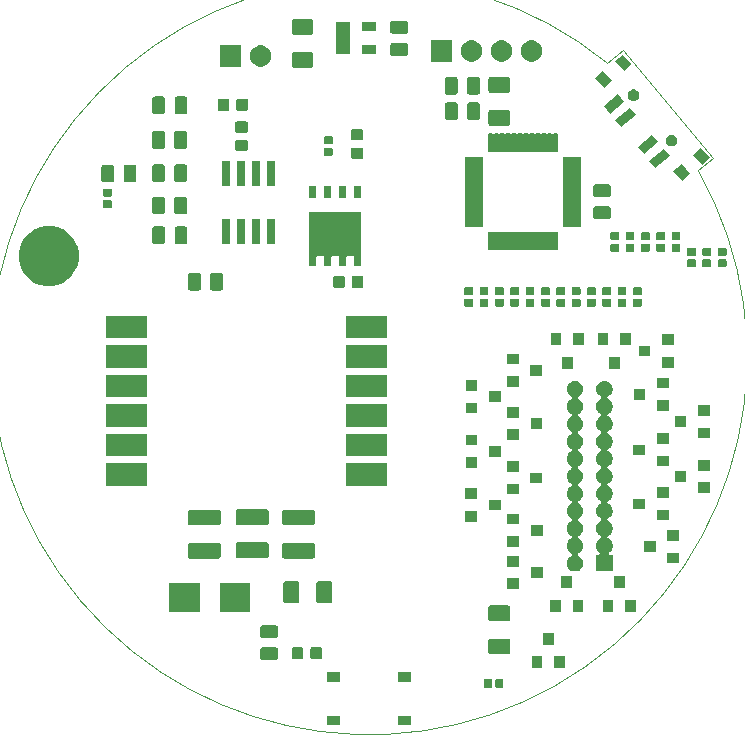
<source format=gbr>
G04 #@! TF.GenerationSoftware,KiCad,Pcbnew,(5.1.5)-3*
G04 #@! TF.CreationDate,2021-12-20T00:15:42-08:00*
G04 #@! TF.ProjectId,watch_v1,77617463-685f-4763-912e-6b696361645f,rev?*
G04 #@! TF.SameCoordinates,Original*
G04 #@! TF.FileFunction,Soldermask,Top*
G04 #@! TF.FilePolarity,Negative*
%FSLAX46Y46*%
G04 Gerber Fmt 4.6, Leading zero omitted, Abs format (unit mm)*
G04 Created by KiCad (PCBNEW (5.1.5)-3) date 2021-12-20 00:15:42*
%MOMM*%
%LPD*%
G04 APERTURE LIST*
%ADD10C,0.050000*%
%ADD11C,0.150000*%
G04 APERTURE END LIST*
D10*
X155752624Y-53294380D02*
G75*
G02X148089479Y-44241041I-27838224J-15793620D01*
G01*
X155752800Y-53294280D02*
X157038040Y-52242720D01*
X149407880Y-43159680D02*
X157038040Y-52242720D01*
X148089480Y-44241040D02*
X149407880Y-43159680D01*
D11*
G36*
X131465400Y-100307700D02*
G01*
X130363400Y-100307700D01*
X130363400Y-99505700D01*
X131465400Y-99505700D01*
X131465400Y-100307700D01*
G37*
G36*
X125465400Y-100307700D02*
G01*
X124363400Y-100307700D01*
X124363400Y-99505700D01*
X125465400Y-99505700D01*
X125465400Y-100307700D01*
G37*
G36*
X138222258Y-96390476D02*
G01*
X138242877Y-96396731D01*
X138261873Y-96406884D01*
X138278528Y-96420552D01*
X138292196Y-96437207D01*
X138302349Y-96456203D01*
X138308604Y-96476822D01*
X138311320Y-96504400D01*
X138311320Y-97013120D01*
X138308604Y-97040698D01*
X138302349Y-97061317D01*
X138292196Y-97080313D01*
X138278528Y-97096968D01*
X138261873Y-97110636D01*
X138242877Y-97120789D01*
X138222258Y-97127044D01*
X138194680Y-97129760D01*
X137735960Y-97129760D01*
X137708382Y-97127044D01*
X137687763Y-97120789D01*
X137668767Y-97110636D01*
X137652112Y-97096968D01*
X137638444Y-97080313D01*
X137628291Y-97061317D01*
X137622036Y-97040698D01*
X137619320Y-97013120D01*
X137619320Y-96504400D01*
X137622036Y-96476822D01*
X137628291Y-96456203D01*
X137638444Y-96437207D01*
X137652112Y-96420552D01*
X137668767Y-96406884D01*
X137687763Y-96396731D01*
X137708382Y-96390476D01*
X137735960Y-96387760D01*
X138194680Y-96387760D01*
X138222258Y-96390476D01*
G37*
G36*
X139192258Y-96390476D02*
G01*
X139212877Y-96396731D01*
X139231873Y-96406884D01*
X139248528Y-96420552D01*
X139262196Y-96437207D01*
X139272349Y-96456203D01*
X139278604Y-96476822D01*
X139281320Y-96504400D01*
X139281320Y-97013120D01*
X139278604Y-97040698D01*
X139272349Y-97061317D01*
X139262196Y-97080313D01*
X139248528Y-97096968D01*
X139231873Y-97110636D01*
X139212877Y-97120789D01*
X139192258Y-97127044D01*
X139164680Y-97129760D01*
X138705960Y-97129760D01*
X138678382Y-97127044D01*
X138657763Y-97120789D01*
X138638767Y-97110636D01*
X138622112Y-97096968D01*
X138608444Y-97080313D01*
X138598291Y-97061317D01*
X138592036Y-97040698D01*
X138589320Y-97013120D01*
X138589320Y-96504400D01*
X138592036Y-96476822D01*
X138598291Y-96456203D01*
X138608444Y-96437207D01*
X138622112Y-96420552D01*
X138638767Y-96406884D01*
X138657763Y-96396731D01*
X138678382Y-96390476D01*
X138705960Y-96387760D01*
X139164680Y-96387760D01*
X139192258Y-96390476D01*
G37*
G36*
X131465400Y-96607700D02*
G01*
X130363400Y-96607700D01*
X130363400Y-95805700D01*
X131465400Y-95805700D01*
X131465400Y-96607700D01*
G37*
G36*
X125465400Y-96607700D02*
G01*
X124363400Y-96607700D01*
X124363400Y-95805700D01*
X125465400Y-95805700D01*
X125465400Y-96607700D01*
G37*
G36*
X142579960Y-95475600D02*
G01*
X141677960Y-95475600D01*
X141677960Y-94473600D01*
X142579960Y-94473600D01*
X142579960Y-95475600D01*
G37*
G36*
X144479960Y-95475600D02*
G01*
X143577960Y-95475600D01*
X143577960Y-94473600D01*
X144479960Y-94473600D01*
X144479960Y-95475600D01*
G37*
G36*
X120028468Y-93704365D02*
G01*
X120067138Y-93716096D01*
X120102777Y-93735146D01*
X120134017Y-93760783D01*
X120159654Y-93792023D01*
X120178704Y-93827662D01*
X120190435Y-93866332D01*
X120195000Y-93912688D01*
X120195000Y-94563912D01*
X120190435Y-94610268D01*
X120178704Y-94648938D01*
X120159654Y-94684577D01*
X120134017Y-94715817D01*
X120102777Y-94741454D01*
X120067138Y-94760504D01*
X120028468Y-94772235D01*
X119982112Y-94776800D01*
X118905888Y-94776800D01*
X118859532Y-94772235D01*
X118820862Y-94760504D01*
X118785223Y-94741454D01*
X118753983Y-94715817D01*
X118728346Y-94684577D01*
X118709296Y-94648938D01*
X118697565Y-94610268D01*
X118693000Y-94563912D01*
X118693000Y-93912688D01*
X118697565Y-93866332D01*
X118709296Y-93827662D01*
X118728346Y-93792023D01*
X118753983Y-93760783D01*
X118785223Y-93735146D01*
X118820862Y-93716096D01*
X118859532Y-93704365D01*
X118905888Y-93699800D01*
X119982112Y-93699800D01*
X120028468Y-93704365D01*
G37*
G36*
X122198991Y-93667885D02*
G01*
X122232969Y-93678193D01*
X122264290Y-93694934D01*
X122291739Y-93717461D01*
X122314266Y-93744910D01*
X122331007Y-93776231D01*
X122341315Y-93810209D01*
X122345400Y-93851690D01*
X122345400Y-94527910D01*
X122341315Y-94569391D01*
X122331007Y-94603369D01*
X122314266Y-94634690D01*
X122291739Y-94662139D01*
X122264290Y-94684666D01*
X122232969Y-94701407D01*
X122198991Y-94711715D01*
X122157510Y-94715800D01*
X121556290Y-94715800D01*
X121514809Y-94711715D01*
X121480831Y-94701407D01*
X121449510Y-94684666D01*
X121422061Y-94662139D01*
X121399534Y-94634690D01*
X121382793Y-94603369D01*
X121372485Y-94569391D01*
X121368400Y-94527910D01*
X121368400Y-93851690D01*
X121372485Y-93810209D01*
X121382793Y-93776231D01*
X121399534Y-93744910D01*
X121422061Y-93717461D01*
X121449510Y-93694934D01*
X121480831Y-93678193D01*
X121514809Y-93667885D01*
X121556290Y-93663800D01*
X122157510Y-93663800D01*
X122198991Y-93667885D01*
G37*
G36*
X123773991Y-93667885D02*
G01*
X123807969Y-93678193D01*
X123839290Y-93694934D01*
X123866739Y-93717461D01*
X123889266Y-93744910D01*
X123906007Y-93776231D01*
X123916315Y-93810209D01*
X123920400Y-93851690D01*
X123920400Y-94527910D01*
X123916315Y-94569391D01*
X123906007Y-94603369D01*
X123889266Y-94634690D01*
X123866739Y-94662139D01*
X123839290Y-94684666D01*
X123807969Y-94701407D01*
X123773991Y-94711715D01*
X123732510Y-94715800D01*
X123131290Y-94715800D01*
X123089809Y-94711715D01*
X123055831Y-94701407D01*
X123024510Y-94684666D01*
X122997061Y-94662139D01*
X122974534Y-94634690D01*
X122957793Y-94603369D01*
X122947485Y-94569391D01*
X122943400Y-94527910D01*
X122943400Y-93851690D01*
X122947485Y-93810209D01*
X122957793Y-93776231D01*
X122974534Y-93744910D01*
X122997061Y-93717461D01*
X123024510Y-93694934D01*
X123055831Y-93678193D01*
X123089809Y-93667885D01*
X123131290Y-93663800D01*
X123732510Y-93663800D01*
X123773991Y-93667885D01*
G37*
G36*
X139706604Y-92955747D02*
G01*
X139743144Y-92966832D01*
X139776821Y-92984833D01*
X139806341Y-93009059D01*
X139830567Y-93038579D01*
X139848568Y-93072256D01*
X139859653Y-93108796D01*
X139864000Y-93152938D01*
X139864000Y-94101862D01*
X139859653Y-94146004D01*
X139848568Y-94182544D01*
X139830567Y-94216221D01*
X139806341Y-94245741D01*
X139776821Y-94269967D01*
X139743144Y-94287968D01*
X139706604Y-94299053D01*
X139662462Y-94303400D01*
X138213538Y-94303400D01*
X138169396Y-94299053D01*
X138132856Y-94287968D01*
X138099179Y-94269967D01*
X138069659Y-94245741D01*
X138045433Y-94216221D01*
X138027432Y-94182544D01*
X138016347Y-94146004D01*
X138012000Y-94101862D01*
X138012000Y-93152938D01*
X138016347Y-93108796D01*
X138027432Y-93072256D01*
X138045433Y-93038579D01*
X138069659Y-93009059D01*
X138099179Y-92984833D01*
X138132856Y-92966832D01*
X138169396Y-92955747D01*
X138213538Y-92951400D01*
X139662462Y-92951400D01*
X139706604Y-92955747D01*
G37*
G36*
X143529960Y-93475600D02*
G01*
X142627960Y-93475600D01*
X142627960Y-92473600D01*
X143529960Y-92473600D01*
X143529960Y-93475600D01*
G37*
G36*
X120028468Y-91829365D02*
G01*
X120067138Y-91841096D01*
X120102777Y-91860146D01*
X120134017Y-91885783D01*
X120159654Y-91917023D01*
X120178704Y-91952662D01*
X120190435Y-91991332D01*
X120195000Y-92037688D01*
X120195000Y-92688912D01*
X120190435Y-92735268D01*
X120178704Y-92773938D01*
X120159654Y-92809577D01*
X120134017Y-92840817D01*
X120102777Y-92866454D01*
X120067138Y-92885504D01*
X120028468Y-92897235D01*
X119982112Y-92901800D01*
X118905888Y-92901800D01*
X118859532Y-92897235D01*
X118820862Y-92885504D01*
X118785223Y-92866454D01*
X118753983Y-92840817D01*
X118728346Y-92809577D01*
X118709296Y-92773938D01*
X118697565Y-92735268D01*
X118693000Y-92688912D01*
X118693000Y-92037688D01*
X118697565Y-91991332D01*
X118709296Y-91952662D01*
X118728346Y-91917023D01*
X118753983Y-91885783D01*
X118785223Y-91860146D01*
X118820862Y-91841096D01*
X118859532Y-91829365D01*
X118905888Y-91824800D01*
X119982112Y-91824800D01*
X120028468Y-91829365D01*
G37*
G36*
X139706604Y-90155747D02*
G01*
X139743144Y-90166832D01*
X139776821Y-90184833D01*
X139806341Y-90209059D01*
X139830567Y-90238579D01*
X139848568Y-90272256D01*
X139859653Y-90308796D01*
X139864000Y-90352938D01*
X139864000Y-91301862D01*
X139859653Y-91346004D01*
X139848568Y-91382544D01*
X139830567Y-91416221D01*
X139806341Y-91445741D01*
X139776821Y-91469967D01*
X139743144Y-91487968D01*
X139706604Y-91499053D01*
X139662462Y-91503400D01*
X138213538Y-91503400D01*
X138169396Y-91499053D01*
X138132856Y-91487968D01*
X138099179Y-91469967D01*
X138069659Y-91445741D01*
X138045433Y-91416221D01*
X138027432Y-91382544D01*
X138016347Y-91346004D01*
X138012000Y-91301862D01*
X138012000Y-90352938D01*
X138016347Y-90308796D01*
X138027432Y-90272256D01*
X138045433Y-90238579D01*
X138069659Y-90209059D01*
X138099179Y-90184833D01*
X138132856Y-90166832D01*
X138169396Y-90155747D01*
X138213538Y-90151400D01*
X139662462Y-90151400D01*
X139706604Y-90155747D01*
G37*
G36*
X150483760Y-90681680D02*
G01*
X149581760Y-90681680D01*
X149581760Y-89679680D01*
X150483760Y-89679680D01*
X150483760Y-90681680D01*
G37*
G36*
X148583760Y-90681680D02*
G01*
X147681760Y-90681680D01*
X147681760Y-89679680D01*
X148583760Y-89679680D01*
X148583760Y-90681680D01*
G37*
G36*
X146043840Y-90671520D02*
G01*
X145141840Y-90671520D01*
X145141840Y-89669520D01*
X146043840Y-89669520D01*
X146043840Y-90671520D01*
G37*
G36*
X144143840Y-90671520D02*
G01*
X143241840Y-90671520D01*
X143241840Y-89669520D01*
X144143840Y-89669520D01*
X144143840Y-90671520D01*
G37*
G36*
X117865800Y-90666400D02*
G01*
X115263800Y-90666400D01*
X115263800Y-88264400D01*
X117865800Y-88264400D01*
X117865800Y-90666400D01*
G37*
G36*
X113565800Y-90666400D02*
G01*
X110963800Y-90666400D01*
X110963800Y-88264400D01*
X113565800Y-88264400D01*
X113565800Y-90666400D01*
G37*
G36*
X124639204Y-88111947D02*
G01*
X124675744Y-88123032D01*
X124709421Y-88141033D01*
X124738941Y-88165259D01*
X124763167Y-88194779D01*
X124781168Y-88228456D01*
X124792253Y-88264996D01*
X124796600Y-88309138D01*
X124796600Y-89758062D01*
X124792253Y-89802204D01*
X124781168Y-89838744D01*
X124763167Y-89872421D01*
X124738941Y-89901941D01*
X124709421Y-89926167D01*
X124675744Y-89944168D01*
X124639204Y-89955253D01*
X124595062Y-89959600D01*
X123646138Y-89959600D01*
X123601996Y-89955253D01*
X123565456Y-89944168D01*
X123531779Y-89926167D01*
X123502259Y-89901941D01*
X123478033Y-89872421D01*
X123460032Y-89838744D01*
X123448947Y-89802204D01*
X123444600Y-89758062D01*
X123444600Y-88309138D01*
X123448947Y-88264996D01*
X123460032Y-88228456D01*
X123478033Y-88194779D01*
X123502259Y-88165259D01*
X123531779Y-88141033D01*
X123565456Y-88123032D01*
X123601996Y-88111947D01*
X123646138Y-88107600D01*
X124595062Y-88107600D01*
X124639204Y-88111947D01*
G37*
G36*
X121839204Y-88111947D02*
G01*
X121875744Y-88123032D01*
X121909421Y-88141033D01*
X121938941Y-88165259D01*
X121963167Y-88194779D01*
X121981168Y-88228456D01*
X121992253Y-88264996D01*
X121996600Y-88309138D01*
X121996600Y-89758062D01*
X121992253Y-89802204D01*
X121981168Y-89838744D01*
X121963167Y-89872421D01*
X121938941Y-89901941D01*
X121909421Y-89926167D01*
X121875744Y-89944168D01*
X121839204Y-89955253D01*
X121795062Y-89959600D01*
X120846138Y-89959600D01*
X120801996Y-89955253D01*
X120765456Y-89944168D01*
X120731779Y-89926167D01*
X120702259Y-89901941D01*
X120678033Y-89872421D01*
X120660032Y-89838744D01*
X120648947Y-89802204D01*
X120644600Y-89758062D01*
X120644600Y-88309138D01*
X120648947Y-88264996D01*
X120660032Y-88228456D01*
X120678033Y-88194779D01*
X120702259Y-88165259D01*
X120731779Y-88141033D01*
X120765456Y-88123032D01*
X120801996Y-88111947D01*
X120846138Y-88107600D01*
X121795062Y-88107600D01*
X121839204Y-88111947D01*
G37*
G36*
X140598000Y-88766840D02*
G01*
X139596000Y-88766840D01*
X139596000Y-87864840D01*
X140598000Y-87864840D01*
X140598000Y-88766840D01*
G37*
G36*
X149533760Y-88681680D02*
G01*
X148631760Y-88681680D01*
X148631760Y-87679680D01*
X149533760Y-87679680D01*
X149533760Y-88681680D01*
G37*
G36*
X145093840Y-88671520D02*
G01*
X144191840Y-88671520D01*
X144191840Y-87669520D01*
X145093840Y-87669520D01*
X145093840Y-88671520D01*
G37*
G36*
X142598000Y-87816840D02*
G01*
X141596000Y-87816840D01*
X141596000Y-86914840D01*
X142598000Y-86914840D01*
X142598000Y-87816840D01*
G37*
G36*
X145537833Y-71149298D02*
G01*
X145665409Y-71202142D01*
X145780219Y-71278855D01*
X145877865Y-71376501D01*
X145954578Y-71491311D01*
X146007422Y-71618887D01*
X146034360Y-71754316D01*
X146034360Y-71892404D01*
X146007422Y-72027833D01*
X145954578Y-72155409D01*
X145877865Y-72270219D01*
X145780219Y-72367865D01*
X145665409Y-72444578D01*
X145663482Y-72445376D01*
X145641872Y-72456927D01*
X145622930Y-72472472D01*
X145607384Y-72491414D01*
X145595833Y-72513025D01*
X145588720Y-72536474D01*
X145586318Y-72560860D01*
X145588720Y-72585246D01*
X145595833Y-72608695D01*
X145607384Y-72630305D01*
X145622929Y-72649247D01*
X145641871Y-72664793D01*
X145663482Y-72676344D01*
X145665409Y-72677142D01*
X145780219Y-72753855D01*
X145877865Y-72851501D01*
X145954578Y-72966311D01*
X146007422Y-73093887D01*
X146034360Y-73229316D01*
X146034360Y-73367404D01*
X146007422Y-73502833D01*
X145954578Y-73630409D01*
X145877865Y-73745219D01*
X145780219Y-73842865D01*
X145665409Y-73919578D01*
X145663482Y-73920376D01*
X145641872Y-73931927D01*
X145622930Y-73947472D01*
X145607384Y-73966414D01*
X145595833Y-73988025D01*
X145588720Y-74011474D01*
X145586318Y-74035860D01*
X145588720Y-74060246D01*
X145595833Y-74083695D01*
X145607384Y-74105305D01*
X145622929Y-74124247D01*
X145641871Y-74139793D01*
X145663482Y-74151344D01*
X145665409Y-74152142D01*
X145780219Y-74228855D01*
X145877865Y-74326501D01*
X145954578Y-74441311D01*
X146007422Y-74568887D01*
X146034360Y-74704316D01*
X146034360Y-74842404D01*
X146007422Y-74977833D01*
X145954578Y-75105409D01*
X145877865Y-75220219D01*
X145780219Y-75317865D01*
X145665409Y-75394578D01*
X145663482Y-75395376D01*
X145641872Y-75406927D01*
X145622930Y-75422472D01*
X145607384Y-75441414D01*
X145595833Y-75463025D01*
X145588720Y-75486474D01*
X145586318Y-75510860D01*
X145588720Y-75535246D01*
X145595833Y-75558695D01*
X145607384Y-75580305D01*
X145622929Y-75599247D01*
X145641871Y-75614793D01*
X145663482Y-75626344D01*
X145665409Y-75627142D01*
X145780219Y-75703855D01*
X145877865Y-75801501D01*
X145954578Y-75916311D01*
X146007422Y-76043887D01*
X146034360Y-76179316D01*
X146034360Y-76317404D01*
X146007422Y-76452833D01*
X145954578Y-76580409D01*
X145877865Y-76695219D01*
X145780219Y-76792865D01*
X145665409Y-76869578D01*
X145663482Y-76870376D01*
X145641872Y-76881927D01*
X145622930Y-76897472D01*
X145607384Y-76916414D01*
X145595833Y-76938025D01*
X145588720Y-76961474D01*
X145586318Y-76985860D01*
X145588720Y-77010246D01*
X145595833Y-77033695D01*
X145607384Y-77055305D01*
X145622929Y-77074247D01*
X145641871Y-77089793D01*
X145663482Y-77101344D01*
X145665409Y-77102142D01*
X145780219Y-77178855D01*
X145877865Y-77276501D01*
X145954578Y-77391311D01*
X146007422Y-77518887D01*
X146034360Y-77654316D01*
X146034360Y-77792404D01*
X146007422Y-77927833D01*
X145954578Y-78055409D01*
X145877865Y-78170219D01*
X145780219Y-78267865D01*
X145665409Y-78344578D01*
X145663482Y-78345376D01*
X145641872Y-78356927D01*
X145622930Y-78372472D01*
X145607384Y-78391414D01*
X145595833Y-78413025D01*
X145588720Y-78436474D01*
X145586318Y-78460860D01*
X145588720Y-78485246D01*
X145595833Y-78508695D01*
X145607384Y-78530305D01*
X145622929Y-78549247D01*
X145641871Y-78564793D01*
X145663482Y-78576344D01*
X145665409Y-78577142D01*
X145780219Y-78653855D01*
X145877865Y-78751501D01*
X145954578Y-78866311D01*
X146007422Y-78993887D01*
X146034360Y-79129316D01*
X146034360Y-79267404D01*
X146007422Y-79402833D01*
X145954578Y-79530409D01*
X145877865Y-79645219D01*
X145780219Y-79742865D01*
X145665409Y-79819578D01*
X145663482Y-79820376D01*
X145641872Y-79831927D01*
X145622930Y-79847472D01*
X145607384Y-79866414D01*
X145595833Y-79888025D01*
X145588720Y-79911474D01*
X145586318Y-79935860D01*
X145588720Y-79960246D01*
X145595833Y-79983695D01*
X145607384Y-80005305D01*
X145622929Y-80024247D01*
X145641871Y-80039793D01*
X145663482Y-80051344D01*
X145665409Y-80052142D01*
X145780219Y-80128855D01*
X145877865Y-80226501D01*
X145954578Y-80341311D01*
X146007422Y-80468887D01*
X146034360Y-80604316D01*
X146034360Y-80742404D01*
X146007422Y-80877833D01*
X145954578Y-81005409D01*
X145877865Y-81120219D01*
X145780219Y-81217865D01*
X145665409Y-81294578D01*
X145663482Y-81295376D01*
X145641872Y-81306927D01*
X145622930Y-81322472D01*
X145607384Y-81341414D01*
X145595833Y-81363025D01*
X145588720Y-81386474D01*
X145586318Y-81410860D01*
X145588720Y-81435246D01*
X145595833Y-81458695D01*
X145607384Y-81480305D01*
X145622929Y-81499247D01*
X145641871Y-81514793D01*
X145663482Y-81526344D01*
X145665409Y-81527142D01*
X145780219Y-81603855D01*
X145877865Y-81701501D01*
X145954578Y-81816311D01*
X146007422Y-81943887D01*
X146034360Y-82079316D01*
X146034360Y-82217404D01*
X146007422Y-82352833D01*
X145954578Y-82480409D01*
X145877865Y-82595219D01*
X145780219Y-82692865D01*
X145665409Y-82769578D01*
X145663482Y-82770376D01*
X145641872Y-82781927D01*
X145622930Y-82797472D01*
X145607384Y-82816414D01*
X145595833Y-82838025D01*
X145588720Y-82861474D01*
X145586318Y-82885860D01*
X145588720Y-82910246D01*
X145595833Y-82933695D01*
X145607384Y-82955305D01*
X145622929Y-82974247D01*
X145641871Y-82989793D01*
X145663482Y-83001344D01*
X145665409Y-83002142D01*
X145780219Y-83078855D01*
X145877865Y-83176501D01*
X145954578Y-83291311D01*
X146007422Y-83418887D01*
X146034360Y-83554316D01*
X146034360Y-83692404D01*
X146007422Y-83827833D01*
X145954578Y-83955409D01*
X145877865Y-84070219D01*
X145780219Y-84167865D01*
X145665409Y-84244578D01*
X145663482Y-84245376D01*
X145641872Y-84256927D01*
X145622930Y-84272472D01*
X145607384Y-84291414D01*
X145595833Y-84313025D01*
X145588720Y-84336474D01*
X145586318Y-84360860D01*
X145588720Y-84385246D01*
X145595833Y-84408695D01*
X145607384Y-84430305D01*
X145622929Y-84449247D01*
X145641871Y-84464793D01*
X145663482Y-84476344D01*
X145665409Y-84477142D01*
X145780219Y-84553855D01*
X145877865Y-84651501D01*
X145954578Y-84766311D01*
X146007422Y-84893887D01*
X146034360Y-85029316D01*
X146034360Y-85167404D01*
X146007422Y-85302833D01*
X145954578Y-85430409D01*
X145877865Y-85545219D01*
X145780219Y-85642865D01*
X145665409Y-85719578D01*
X145663482Y-85720376D01*
X145641872Y-85731927D01*
X145622930Y-85747472D01*
X145607384Y-85766414D01*
X145595833Y-85788025D01*
X145588720Y-85811474D01*
X145586318Y-85835860D01*
X145588720Y-85860246D01*
X145595833Y-85883695D01*
X145607384Y-85905305D01*
X145622929Y-85924247D01*
X145641871Y-85939793D01*
X145663482Y-85951344D01*
X145665409Y-85952142D01*
X145780219Y-86028855D01*
X145877865Y-86126501D01*
X145954578Y-86241311D01*
X146007422Y-86368887D01*
X146034360Y-86504316D01*
X146034360Y-86642404D01*
X146007422Y-86777833D01*
X145954578Y-86905409D01*
X145877865Y-87020219D01*
X145780219Y-87117865D01*
X145665409Y-87194578D01*
X145537833Y-87247422D01*
X145402404Y-87274360D01*
X145264316Y-87274360D01*
X145128887Y-87247422D01*
X145001311Y-87194578D01*
X144886501Y-87117865D01*
X144788855Y-87020219D01*
X144712142Y-86905409D01*
X144659298Y-86777833D01*
X144632360Y-86642404D01*
X144632360Y-86504316D01*
X144659298Y-86368887D01*
X144712142Y-86241311D01*
X144788855Y-86126501D01*
X144886501Y-86028855D01*
X145001311Y-85952142D01*
X145003238Y-85951344D01*
X145024848Y-85939793D01*
X145043790Y-85924248D01*
X145059336Y-85905306D01*
X145070887Y-85883695D01*
X145078000Y-85860246D01*
X145080402Y-85835860D01*
X145078000Y-85811474D01*
X145070887Y-85788025D01*
X145059336Y-85766415D01*
X145043791Y-85747473D01*
X145024849Y-85731927D01*
X145003238Y-85720376D01*
X145001311Y-85719578D01*
X144886501Y-85642865D01*
X144788855Y-85545219D01*
X144712142Y-85430409D01*
X144659298Y-85302833D01*
X144632360Y-85167404D01*
X144632360Y-85029316D01*
X144659298Y-84893887D01*
X144712142Y-84766311D01*
X144788855Y-84651501D01*
X144886501Y-84553855D01*
X145001311Y-84477142D01*
X145003238Y-84476344D01*
X145024848Y-84464793D01*
X145043790Y-84449248D01*
X145059336Y-84430306D01*
X145070887Y-84408695D01*
X145078000Y-84385246D01*
X145080402Y-84360860D01*
X145078000Y-84336474D01*
X145070887Y-84313025D01*
X145059336Y-84291415D01*
X145043791Y-84272473D01*
X145024849Y-84256927D01*
X145003238Y-84245376D01*
X145001311Y-84244578D01*
X144886501Y-84167865D01*
X144788855Y-84070219D01*
X144712142Y-83955409D01*
X144659298Y-83827833D01*
X144632360Y-83692404D01*
X144632360Y-83554316D01*
X144659298Y-83418887D01*
X144712142Y-83291311D01*
X144788855Y-83176501D01*
X144886501Y-83078855D01*
X145001311Y-83002142D01*
X145003238Y-83001344D01*
X145024848Y-82989793D01*
X145043790Y-82974248D01*
X145059336Y-82955306D01*
X145070887Y-82933695D01*
X145078000Y-82910246D01*
X145080402Y-82885860D01*
X145078000Y-82861474D01*
X145070887Y-82838025D01*
X145059336Y-82816415D01*
X145043791Y-82797473D01*
X145024849Y-82781927D01*
X145003238Y-82770376D01*
X145001311Y-82769578D01*
X144886501Y-82692865D01*
X144788855Y-82595219D01*
X144712142Y-82480409D01*
X144659298Y-82352833D01*
X144632360Y-82217404D01*
X144632360Y-82079316D01*
X144659298Y-81943887D01*
X144712142Y-81816311D01*
X144788855Y-81701501D01*
X144886501Y-81603855D01*
X145001311Y-81527142D01*
X145003238Y-81526344D01*
X145024848Y-81514793D01*
X145043790Y-81499248D01*
X145059336Y-81480306D01*
X145070887Y-81458695D01*
X145078000Y-81435246D01*
X145080402Y-81410860D01*
X145078000Y-81386474D01*
X145070887Y-81363025D01*
X145059336Y-81341415D01*
X145043791Y-81322473D01*
X145024849Y-81306927D01*
X145003238Y-81295376D01*
X145001311Y-81294578D01*
X144886501Y-81217865D01*
X144788855Y-81120219D01*
X144712142Y-81005409D01*
X144659298Y-80877833D01*
X144632360Y-80742404D01*
X144632360Y-80604316D01*
X144659298Y-80468887D01*
X144712142Y-80341311D01*
X144788855Y-80226501D01*
X144886501Y-80128855D01*
X145001311Y-80052142D01*
X145003238Y-80051344D01*
X145024848Y-80039793D01*
X145043790Y-80024248D01*
X145059336Y-80005306D01*
X145070887Y-79983695D01*
X145078000Y-79960246D01*
X145080402Y-79935860D01*
X145078000Y-79911474D01*
X145070887Y-79888025D01*
X145059336Y-79866415D01*
X145043791Y-79847473D01*
X145024849Y-79831927D01*
X145003238Y-79820376D01*
X145001311Y-79819578D01*
X144886501Y-79742865D01*
X144788855Y-79645219D01*
X144712142Y-79530409D01*
X144659298Y-79402833D01*
X144632360Y-79267404D01*
X144632360Y-79129316D01*
X144659298Y-78993887D01*
X144712142Y-78866311D01*
X144788855Y-78751501D01*
X144886501Y-78653855D01*
X145001311Y-78577142D01*
X145003238Y-78576344D01*
X145024848Y-78564793D01*
X145043790Y-78549248D01*
X145059336Y-78530306D01*
X145070887Y-78508695D01*
X145078000Y-78485246D01*
X145080402Y-78460860D01*
X145078000Y-78436474D01*
X145070887Y-78413025D01*
X145059336Y-78391415D01*
X145043791Y-78372473D01*
X145024849Y-78356927D01*
X145003238Y-78345376D01*
X145001311Y-78344578D01*
X144886501Y-78267865D01*
X144788855Y-78170219D01*
X144712142Y-78055409D01*
X144659298Y-77927833D01*
X144632360Y-77792404D01*
X144632360Y-77654316D01*
X144659298Y-77518887D01*
X144712142Y-77391311D01*
X144788855Y-77276501D01*
X144886501Y-77178855D01*
X145001311Y-77102142D01*
X145003238Y-77101344D01*
X145024848Y-77089793D01*
X145043790Y-77074248D01*
X145059336Y-77055306D01*
X145070887Y-77033695D01*
X145078000Y-77010246D01*
X145080402Y-76985860D01*
X145078000Y-76961474D01*
X145070887Y-76938025D01*
X145059336Y-76916415D01*
X145043791Y-76897473D01*
X145024849Y-76881927D01*
X145003238Y-76870376D01*
X145001311Y-76869578D01*
X144886501Y-76792865D01*
X144788855Y-76695219D01*
X144712142Y-76580409D01*
X144659298Y-76452833D01*
X144632360Y-76317404D01*
X144632360Y-76179316D01*
X144659298Y-76043887D01*
X144712142Y-75916311D01*
X144788855Y-75801501D01*
X144886501Y-75703855D01*
X145001311Y-75627142D01*
X145003238Y-75626344D01*
X145024848Y-75614793D01*
X145043790Y-75599248D01*
X145059336Y-75580306D01*
X145070887Y-75558695D01*
X145078000Y-75535246D01*
X145080402Y-75510860D01*
X145078000Y-75486474D01*
X145070887Y-75463025D01*
X145059336Y-75441415D01*
X145043791Y-75422473D01*
X145024849Y-75406927D01*
X145003238Y-75395376D01*
X145001311Y-75394578D01*
X144886501Y-75317865D01*
X144788855Y-75220219D01*
X144712142Y-75105409D01*
X144659298Y-74977833D01*
X144632360Y-74842404D01*
X144632360Y-74704316D01*
X144659298Y-74568887D01*
X144712142Y-74441311D01*
X144788855Y-74326501D01*
X144886501Y-74228855D01*
X145001311Y-74152142D01*
X145003238Y-74151344D01*
X145024848Y-74139793D01*
X145043790Y-74124248D01*
X145059336Y-74105306D01*
X145070887Y-74083695D01*
X145078000Y-74060246D01*
X145080402Y-74035860D01*
X145078000Y-74011474D01*
X145070887Y-73988025D01*
X145059336Y-73966415D01*
X145043791Y-73947473D01*
X145024849Y-73931927D01*
X145003238Y-73920376D01*
X145001311Y-73919578D01*
X144886501Y-73842865D01*
X144788855Y-73745219D01*
X144712142Y-73630409D01*
X144659298Y-73502833D01*
X144632360Y-73367404D01*
X144632360Y-73229316D01*
X144659298Y-73093887D01*
X144712142Y-72966311D01*
X144788855Y-72851501D01*
X144886501Y-72753855D01*
X145001311Y-72677142D01*
X145003238Y-72676344D01*
X145024848Y-72664793D01*
X145043790Y-72649248D01*
X145059336Y-72630306D01*
X145070887Y-72608695D01*
X145078000Y-72585246D01*
X145080402Y-72560860D01*
X145078000Y-72536474D01*
X145070887Y-72513025D01*
X145059336Y-72491415D01*
X145043791Y-72472473D01*
X145024849Y-72456927D01*
X145003238Y-72445376D01*
X145001311Y-72444578D01*
X144886501Y-72367865D01*
X144788855Y-72270219D01*
X144712142Y-72155409D01*
X144659298Y-72027833D01*
X144632360Y-71892404D01*
X144632360Y-71754316D01*
X144659298Y-71618887D01*
X144712142Y-71491311D01*
X144788855Y-71376501D01*
X144886501Y-71278855D01*
X145001311Y-71202142D01*
X145128887Y-71149298D01*
X145264316Y-71122360D01*
X145402404Y-71122360D01*
X145537833Y-71149298D01*
G37*
G36*
X148037833Y-71149298D02*
G01*
X148165409Y-71202142D01*
X148280219Y-71278855D01*
X148377865Y-71376501D01*
X148454578Y-71491311D01*
X148507422Y-71618887D01*
X148534360Y-71754316D01*
X148534360Y-71892404D01*
X148507422Y-72027833D01*
X148454578Y-72155409D01*
X148377865Y-72270219D01*
X148280219Y-72367865D01*
X148165409Y-72444578D01*
X148163482Y-72445376D01*
X148141872Y-72456927D01*
X148122930Y-72472472D01*
X148107384Y-72491414D01*
X148095833Y-72513025D01*
X148088720Y-72536474D01*
X148086318Y-72560860D01*
X148088720Y-72585246D01*
X148095833Y-72608695D01*
X148107384Y-72630305D01*
X148122929Y-72649247D01*
X148141871Y-72664793D01*
X148163482Y-72676344D01*
X148165409Y-72677142D01*
X148280219Y-72753855D01*
X148377865Y-72851501D01*
X148454578Y-72966311D01*
X148507422Y-73093887D01*
X148534360Y-73229316D01*
X148534360Y-73367404D01*
X148507422Y-73502833D01*
X148454578Y-73630409D01*
X148377865Y-73745219D01*
X148280219Y-73842865D01*
X148165409Y-73919578D01*
X148163482Y-73920376D01*
X148141872Y-73931927D01*
X148122930Y-73947472D01*
X148107384Y-73966414D01*
X148095833Y-73988025D01*
X148088720Y-74011474D01*
X148086318Y-74035860D01*
X148088720Y-74060246D01*
X148095833Y-74083695D01*
X148107384Y-74105305D01*
X148122929Y-74124247D01*
X148141871Y-74139793D01*
X148163482Y-74151344D01*
X148165409Y-74152142D01*
X148280219Y-74228855D01*
X148377865Y-74326501D01*
X148454578Y-74441311D01*
X148507422Y-74568887D01*
X148534360Y-74704316D01*
X148534360Y-74842404D01*
X148507422Y-74977833D01*
X148454578Y-75105409D01*
X148377865Y-75220219D01*
X148280219Y-75317865D01*
X148165409Y-75394578D01*
X148163482Y-75395376D01*
X148141872Y-75406927D01*
X148122930Y-75422472D01*
X148107384Y-75441414D01*
X148095833Y-75463025D01*
X148088720Y-75486474D01*
X148086318Y-75510860D01*
X148088720Y-75535246D01*
X148095833Y-75558695D01*
X148107384Y-75580305D01*
X148122929Y-75599247D01*
X148141871Y-75614793D01*
X148163482Y-75626344D01*
X148165409Y-75627142D01*
X148280219Y-75703855D01*
X148377865Y-75801501D01*
X148454578Y-75916311D01*
X148507422Y-76043887D01*
X148534360Y-76179316D01*
X148534360Y-76317404D01*
X148507422Y-76452833D01*
X148454578Y-76580409D01*
X148377865Y-76695219D01*
X148280219Y-76792865D01*
X148165409Y-76869578D01*
X148163482Y-76870376D01*
X148141872Y-76881927D01*
X148122930Y-76897472D01*
X148107384Y-76916414D01*
X148095833Y-76938025D01*
X148088720Y-76961474D01*
X148086318Y-76985860D01*
X148088720Y-77010246D01*
X148095833Y-77033695D01*
X148107384Y-77055305D01*
X148122929Y-77074247D01*
X148141871Y-77089793D01*
X148163482Y-77101344D01*
X148165409Y-77102142D01*
X148280219Y-77178855D01*
X148377865Y-77276501D01*
X148454578Y-77391311D01*
X148507422Y-77518887D01*
X148534360Y-77654316D01*
X148534360Y-77792404D01*
X148507422Y-77927833D01*
X148454578Y-78055409D01*
X148377865Y-78170219D01*
X148280219Y-78267865D01*
X148165409Y-78344578D01*
X148163482Y-78345376D01*
X148141872Y-78356927D01*
X148122930Y-78372472D01*
X148107384Y-78391414D01*
X148095833Y-78413025D01*
X148088720Y-78436474D01*
X148086318Y-78460860D01*
X148088720Y-78485246D01*
X148095833Y-78508695D01*
X148107384Y-78530305D01*
X148122929Y-78549247D01*
X148141871Y-78564793D01*
X148163482Y-78576344D01*
X148165409Y-78577142D01*
X148280219Y-78653855D01*
X148377865Y-78751501D01*
X148454578Y-78866311D01*
X148507422Y-78993887D01*
X148534360Y-79129316D01*
X148534360Y-79267404D01*
X148507422Y-79402833D01*
X148454578Y-79530409D01*
X148377865Y-79645219D01*
X148280219Y-79742865D01*
X148165409Y-79819578D01*
X148163482Y-79820376D01*
X148141872Y-79831927D01*
X148122930Y-79847472D01*
X148107384Y-79866414D01*
X148095833Y-79888025D01*
X148088720Y-79911474D01*
X148086318Y-79935860D01*
X148088720Y-79960246D01*
X148095833Y-79983695D01*
X148107384Y-80005305D01*
X148122929Y-80024247D01*
X148141871Y-80039793D01*
X148163482Y-80051344D01*
X148165409Y-80052142D01*
X148280219Y-80128855D01*
X148377865Y-80226501D01*
X148454578Y-80341311D01*
X148507422Y-80468887D01*
X148534360Y-80604316D01*
X148534360Y-80742404D01*
X148507422Y-80877833D01*
X148454578Y-81005409D01*
X148377865Y-81120219D01*
X148280219Y-81217865D01*
X148165409Y-81294578D01*
X148163482Y-81295376D01*
X148141872Y-81306927D01*
X148122930Y-81322472D01*
X148107384Y-81341414D01*
X148095833Y-81363025D01*
X148088720Y-81386474D01*
X148086318Y-81410860D01*
X148088720Y-81435246D01*
X148095833Y-81458695D01*
X148107384Y-81480305D01*
X148122929Y-81499247D01*
X148141871Y-81514793D01*
X148163482Y-81526344D01*
X148165409Y-81527142D01*
X148280219Y-81603855D01*
X148377865Y-81701501D01*
X148454578Y-81816311D01*
X148507422Y-81943887D01*
X148534360Y-82079316D01*
X148534360Y-82217404D01*
X148507422Y-82352833D01*
X148454578Y-82480409D01*
X148377865Y-82595219D01*
X148280219Y-82692865D01*
X148165409Y-82769578D01*
X148163482Y-82770376D01*
X148141872Y-82781927D01*
X148122930Y-82797472D01*
X148107384Y-82816414D01*
X148095833Y-82838025D01*
X148088720Y-82861474D01*
X148086318Y-82885860D01*
X148088720Y-82910246D01*
X148095833Y-82933695D01*
X148107384Y-82955305D01*
X148122929Y-82974247D01*
X148141871Y-82989793D01*
X148163482Y-83001344D01*
X148165409Y-83002142D01*
X148280219Y-83078855D01*
X148377865Y-83176501D01*
X148454578Y-83291311D01*
X148507422Y-83418887D01*
X148534360Y-83554316D01*
X148534360Y-83692404D01*
X148507422Y-83827833D01*
X148454578Y-83955409D01*
X148377865Y-84070219D01*
X148280219Y-84167865D01*
X148165409Y-84244578D01*
X148163482Y-84245376D01*
X148141872Y-84256927D01*
X148122930Y-84272472D01*
X148107384Y-84291414D01*
X148095833Y-84313025D01*
X148088720Y-84336474D01*
X148086318Y-84360860D01*
X148088720Y-84385246D01*
X148095833Y-84408695D01*
X148107384Y-84430305D01*
X148122929Y-84449247D01*
X148141871Y-84464793D01*
X148163482Y-84476344D01*
X148165409Y-84477142D01*
X148280219Y-84553855D01*
X148377865Y-84651501D01*
X148454578Y-84766311D01*
X148507422Y-84893887D01*
X148534360Y-85029316D01*
X148534360Y-85167404D01*
X148507422Y-85302833D01*
X148454578Y-85430409D01*
X148377865Y-85545219D01*
X148280219Y-85642865D01*
X148279375Y-85643429D01*
X148260433Y-85658975D01*
X148244888Y-85677917D01*
X148233337Y-85699528D01*
X148226224Y-85722977D01*
X148223823Y-85747363D01*
X148226225Y-85771749D01*
X148233339Y-85795198D01*
X148244890Y-85816808D01*
X148260436Y-85835750D01*
X148279378Y-85851295D01*
X148300989Y-85862846D01*
X148324438Y-85869959D01*
X148348822Y-85872360D01*
X148534360Y-85872360D01*
X148534360Y-87274360D01*
X147132360Y-87274360D01*
X147132360Y-85872360D01*
X147317898Y-85872360D01*
X147342284Y-85869958D01*
X147365733Y-85862845D01*
X147387344Y-85851294D01*
X147406286Y-85835749D01*
X147421831Y-85816807D01*
X147433382Y-85795196D01*
X147440495Y-85771747D01*
X147442897Y-85747361D01*
X147440495Y-85722975D01*
X147433382Y-85699526D01*
X147421831Y-85677915D01*
X147406286Y-85658973D01*
X147387345Y-85643429D01*
X147386501Y-85642865D01*
X147288855Y-85545219D01*
X147212142Y-85430409D01*
X147159298Y-85302833D01*
X147132360Y-85167404D01*
X147132360Y-85029316D01*
X147159298Y-84893887D01*
X147212142Y-84766311D01*
X147288855Y-84651501D01*
X147386501Y-84553855D01*
X147501311Y-84477142D01*
X147503238Y-84476344D01*
X147524848Y-84464793D01*
X147543790Y-84449248D01*
X147559336Y-84430306D01*
X147570887Y-84408695D01*
X147578000Y-84385246D01*
X147580402Y-84360860D01*
X147578000Y-84336474D01*
X147570887Y-84313025D01*
X147559336Y-84291415D01*
X147543791Y-84272473D01*
X147524849Y-84256927D01*
X147503238Y-84245376D01*
X147501311Y-84244578D01*
X147386501Y-84167865D01*
X147288855Y-84070219D01*
X147212142Y-83955409D01*
X147159298Y-83827833D01*
X147132360Y-83692404D01*
X147132360Y-83554316D01*
X147159298Y-83418887D01*
X147212142Y-83291311D01*
X147288855Y-83176501D01*
X147386501Y-83078855D01*
X147501311Y-83002142D01*
X147503238Y-83001344D01*
X147524848Y-82989793D01*
X147543790Y-82974248D01*
X147559336Y-82955306D01*
X147570887Y-82933695D01*
X147578000Y-82910246D01*
X147580402Y-82885860D01*
X147578000Y-82861474D01*
X147570887Y-82838025D01*
X147559336Y-82816415D01*
X147543791Y-82797473D01*
X147524849Y-82781927D01*
X147503238Y-82770376D01*
X147501311Y-82769578D01*
X147386501Y-82692865D01*
X147288855Y-82595219D01*
X147212142Y-82480409D01*
X147159298Y-82352833D01*
X147132360Y-82217404D01*
X147132360Y-82079316D01*
X147159298Y-81943887D01*
X147212142Y-81816311D01*
X147288855Y-81701501D01*
X147386501Y-81603855D01*
X147501311Y-81527142D01*
X147503238Y-81526344D01*
X147524848Y-81514793D01*
X147543790Y-81499248D01*
X147559336Y-81480306D01*
X147570887Y-81458695D01*
X147578000Y-81435246D01*
X147580402Y-81410860D01*
X147578000Y-81386474D01*
X147570887Y-81363025D01*
X147559336Y-81341415D01*
X147543791Y-81322473D01*
X147524849Y-81306927D01*
X147503238Y-81295376D01*
X147501311Y-81294578D01*
X147386501Y-81217865D01*
X147288855Y-81120219D01*
X147212142Y-81005409D01*
X147159298Y-80877833D01*
X147132360Y-80742404D01*
X147132360Y-80604316D01*
X147159298Y-80468887D01*
X147212142Y-80341311D01*
X147288855Y-80226501D01*
X147386501Y-80128855D01*
X147501311Y-80052142D01*
X147503238Y-80051344D01*
X147524848Y-80039793D01*
X147543790Y-80024248D01*
X147559336Y-80005306D01*
X147570887Y-79983695D01*
X147578000Y-79960246D01*
X147580402Y-79935860D01*
X147578000Y-79911474D01*
X147570887Y-79888025D01*
X147559336Y-79866415D01*
X147543791Y-79847473D01*
X147524849Y-79831927D01*
X147503238Y-79820376D01*
X147501311Y-79819578D01*
X147386501Y-79742865D01*
X147288855Y-79645219D01*
X147212142Y-79530409D01*
X147159298Y-79402833D01*
X147132360Y-79267404D01*
X147132360Y-79129316D01*
X147159298Y-78993887D01*
X147212142Y-78866311D01*
X147288855Y-78751501D01*
X147386501Y-78653855D01*
X147501311Y-78577142D01*
X147503238Y-78576344D01*
X147524848Y-78564793D01*
X147543790Y-78549248D01*
X147559336Y-78530306D01*
X147570887Y-78508695D01*
X147578000Y-78485246D01*
X147580402Y-78460860D01*
X147578000Y-78436474D01*
X147570887Y-78413025D01*
X147559336Y-78391415D01*
X147543791Y-78372473D01*
X147524849Y-78356927D01*
X147503238Y-78345376D01*
X147501311Y-78344578D01*
X147386501Y-78267865D01*
X147288855Y-78170219D01*
X147212142Y-78055409D01*
X147159298Y-77927833D01*
X147132360Y-77792404D01*
X147132360Y-77654316D01*
X147159298Y-77518887D01*
X147212142Y-77391311D01*
X147288855Y-77276501D01*
X147386501Y-77178855D01*
X147501311Y-77102142D01*
X147503238Y-77101344D01*
X147524848Y-77089793D01*
X147543790Y-77074248D01*
X147559336Y-77055306D01*
X147570887Y-77033695D01*
X147578000Y-77010246D01*
X147580402Y-76985860D01*
X147578000Y-76961474D01*
X147570887Y-76938025D01*
X147559336Y-76916415D01*
X147543791Y-76897473D01*
X147524849Y-76881927D01*
X147503238Y-76870376D01*
X147501311Y-76869578D01*
X147386501Y-76792865D01*
X147288855Y-76695219D01*
X147212142Y-76580409D01*
X147159298Y-76452833D01*
X147132360Y-76317404D01*
X147132360Y-76179316D01*
X147159298Y-76043887D01*
X147212142Y-75916311D01*
X147288855Y-75801501D01*
X147386501Y-75703855D01*
X147501311Y-75627142D01*
X147503238Y-75626344D01*
X147524848Y-75614793D01*
X147543790Y-75599248D01*
X147559336Y-75580306D01*
X147570887Y-75558695D01*
X147578000Y-75535246D01*
X147580402Y-75510860D01*
X147578000Y-75486474D01*
X147570887Y-75463025D01*
X147559336Y-75441415D01*
X147543791Y-75422473D01*
X147524849Y-75406927D01*
X147503238Y-75395376D01*
X147501311Y-75394578D01*
X147386501Y-75317865D01*
X147288855Y-75220219D01*
X147212142Y-75105409D01*
X147159298Y-74977833D01*
X147132360Y-74842404D01*
X147132360Y-74704316D01*
X147159298Y-74568887D01*
X147212142Y-74441311D01*
X147288855Y-74326501D01*
X147386501Y-74228855D01*
X147501311Y-74152142D01*
X147503238Y-74151344D01*
X147524848Y-74139793D01*
X147543790Y-74124248D01*
X147559336Y-74105306D01*
X147570887Y-74083695D01*
X147578000Y-74060246D01*
X147580402Y-74035860D01*
X147578000Y-74011474D01*
X147570887Y-73988025D01*
X147559336Y-73966415D01*
X147543791Y-73947473D01*
X147524849Y-73931927D01*
X147503238Y-73920376D01*
X147501311Y-73919578D01*
X147386501Y-73842865D01*
X147288855Y-73745219D01*
X147212142Y-73630409D01*
X147159298Y-73502833D01*
X147132360Y-73367404D01*
X147132360Y-73229316D01*
X147159298Y-73093887D01*
X147212142Y-72966311D01*
X147288855Y-72851501D01*
X147386501Y-72753855D01*
X147501311Y-72677142D01*
X147503238Y-72676344D01*
X147524848Y-72664793D01*
X147543790Y-72649248D01*
X147559336Y-72630306D01*
X147570887Y-72608695D01*
X147578000Y-72585246D01*
X147580402Y-72560860D01*
X147578000Y-72536474D01*
X147570887Y-72513025D01*
X147559336Y-72491415D01*
X147543791Y-72472473D01*
X147524849Y-72456927D01*
X147503238Y-72445376D01*
X147501311Y-72444578D01*
X147386501Y-72367865D01*
X147288855Y-72270219D01*
X147212142Y-72155409D01*
X147159298Y-72027833D01*
X147132360Y-71892404D01*
X147132360Y-71754316D01*
X147159298Y-71618887D01*
X147212142Y-71491311D01*
X147288855Y-71376501D01*
X147386501Y-71278855D01*
X147501311Y-71202142D01*
X147628887Y-71149298D01*
X147764316Y-71122360D01*
X147902404Y-71122360D01*
X148037833Y-71149298D01*
G37*
G36*
X140598000Y-86866840D02*
G01*
X139596000Y-86866840D01*
X139596000Y-85964840D01*
X140598000Y-85964840D01*
X140598000Y-86866840D01*
G37*
G36*
X154160080Y-86572280D02*
G01*
X153158080Y-86572280D01*
X153158080Y-85670280D01*
X154160080Y-85670280D01*
X154160080Y-86572280D01*
G37*
G36*
X115176204Y-84834347D02*
G01*
X115212744Y-84845432D01*
X115246421Y-84863433D01*
X115275941Y-84887659D01*
X115300167Y-84917179D01*
X115318168Y-84950856D01*
X115329253Y-84987396D01*
X115333600Y-85031538D01*
X115333600Y-85980462D01*
X115329253Y-86024604D01*
X115318168Y-86061144D01*
X115300167Y-86094821D01*
X115275941Y-86124341D01*
X115246421Y-86148567D01*
X115212744Y-86166568D01*
X115176204Y-86177653D01*
X115132062Y-86182000D01*
X112783138Y-86182000D01*
X112738996Y-86177653D01*
X112702456Y-86166568D01*
X112668779Y-86148567D01*
X112639259Y-86124341D01*
X112615033Y-86094821D01*
X112597032Y-86061144D01*
X112585947Y-86024604D01*
X112581600Y-85980462D01*
X112581600Y-85031538D01*
X112585947Y-84987396D01*
X112597032Y-84950856D01*
X112615033Y-84917179D01*
X112639259Y-84887659D01*
X112668779Y-84863433D01*
X112702456Y-84845432D01*
X112738996Y-84834347D01*
X112783138Y-84830000D01*
X115132062Y-84830000D01*
X115176204Y-84834347D01*
G37*
G36*
X123151804Y-84834347D02*
G01*
X123188344Y-84845432D01*
X123222021Y-84863433D01*
X123251541Y-84887659D01*
X123275767Y-84917179D01*
X123293768Y-84950856D01*
X123304853Y-84987396D01*
X123309200Y-85031538D01*
X123309200Y-85980462D01*
X123304853Y-86024604D01*
X123293768Y-86061144D01*
X123275767Y-86094821D01*
X123251541Y-86124341D01*
X123222021Y-86148567D01*
X123188344Y-86166568D01*
X123151804Y-86177653D01*
X123107662Y-86182000D01*
X120758738Y-86182000D01*
X120714596Y-86177653D01*
X120678056Y-86166568D01*
X120644379Y-86148567D01*
X120614859Y-86124341D01*
X120590633Y-86094821D01*
X120572632Y-86061144D01*
X120561547Y-86024604D01*
X120557200Y-85980462D01*
X120557200Y-85031538D01*
X120561547Y-84987396D01*
X120572632Y-84950856D01*
X120590633Y-84917179D01*
X120614859Y-84887659D01*
X120644379Y-84863433D01*
X120678056Y-84845432D01*
X120714596Y-84834347D01*
X120758738Y-84830000D01*
X123107662Y-84830000D01*
X123151804Y-84834347D01*
G37*
G36*
X119240204Y-84808947D02*
G01*
X119276744Y-84820032D01*
X119310421Y-84838033D01*
X119339941Y-84862259D01*
X119364167Y-84891779D01*
X119382168Y-84925456D01*
X119393253Y-84961996D01*
X119397600Y-85006138D01*
X119397600Y-85955062D01*
X119393253Y-85999204D01*
X119382168Y-86035744D01*
X119364167Y-86069421D01*
X119339941Y-86098941D01*
X119310421Y-86123167D01*
X119276744Y-86141168D01*
X119240204Y-86152253D01*
X119196062Y-86156600D01*
X116847138Y-86156600D01*
X116802996Y-86152253D01*
X116766456Y-86141168D01*
X116732779Y-86123167D01*
X116703259Y-86098941D01*
X116679033Y-86069421D01*
X116661032Y-86035744D01*
X116649947Y-85999204D01*
X116645600Y-85955062D01*
X116645600Y-85006138D01*
X116649947Y-84961996D01*
X116661032Y-84925456D01*
X116679033Y-84891779D01*
X116703259Y-84862259D01*
X116732779Y-84838033D01*
X116766456Y-84820032D01*
X116802996Y-84808947D01*
X116847138Y-84804600D01*
X119196062Y-84804600D01*
X119240204Y-84808947D01*
G37*
G36*
X152160080Y-85622280D02*
G01*
X151158080Y-85622280D01*
X151158080Y-84720280D01*
X152160080Y-84720280D01*
X152160080Y-85622280D01*
G37*
G36*
X140598000Y-85195600D02*
G01*
X139596000Y-85195600D01*
X139596000Y-84293600D01*
X140598000Y-84293600D01*
X140598000Y-85195600D01*
G37*
G36*
X154160080Y-84672280D02*
G01*
X153158080Y-84672280D01*
X153158080Y-83770280D01*
X154160080Y-83770280D01*
X154160080Y-84672280D01*
G37*
G36*
X142598000Y-84245600D02*
G01*
X141596000Y-84245600D01*
X141596000Y-83343600D01*
X142598000Y-83343600D01*
X142598000Y-84245600D01*
G37*
G36*
X115176204Y-82034347D02*
G01*
X115212744Y-82045432D01*
X115246421Y-82063433D01*
X115275941Y-82087659D01*
X115300167Y-82117179D01*
X115318168Y-82150856D01*
X115329253Y-82187396D01*
X115333600Y-82231538D01*
X115333600Y-83180462D01*
X115329253Y-83224604D01*
X115318168Y-83261144D01*
X115300167Y-83294821D01*
X115275941Y-83324341D01*
X115246421Y-83348567D01*
X115212744Y-83366568D01*
X115176204Y-83377653D01*
X115132062Y-83382000D01*
X112783138Y-83382000D01*
X112738996Y-83377653D01*
X112702456Y-83366568D01*
X112668779Y-83348567D01*
X112639259Y-83324341D01*
X112615033Y-83294821D01*
X112597032Y-83261144D01*
X112585947Y-83224604D01*
X112581600Y-83180462D01*
X112581600Y-82231538D01*
X112585947Y-82187396D01*
X112597032Y-82150856D01*
X112615033Y-82117179D01*
X112639259Y-82087659D01*
X112668779Y-82063433D01*
X112702456Y-82045432D01*
X112738996Y-82034347D01*
X112783138Y-82030000D01*
X115132062Y-82030000D01*
X115176204Y-82034347D01*
G37*
G36*
X123151804Y-82034347D02*
G01*
X123188344Y-82045432D01*
X123222021Y-82063433D01*
X123251541Y-82087659D01*
X123275767Y-82117179D01*
X123293768Y-82150856D01*
X123304853Y-82187396D01*
X123309200Y-82231538D01*
X123309200Y-83180462D01*
X123304853Y-83224604D01*
X123293768Y-83261144D01*
X123275767Y-83294821D01*
X123251541Y-83324341D01*
X123222021Y-83348567D01*
X123188344Y-83366568D01*
X123151804Y-83377653D01*
X123107662Y-83382000D01*
X120758738Y-83382000D01*
X120714596Y-83377653D01*
X120678056Y-83366568D01*
X120644379Y-83348567D01*
X120614859Y-83324341D01*
X120590633Y-83294821D01*
X120572632Y-83261144D01*
X120561547Y-83224604D01*
X120557200Y-83180462D01*
X120557200Y-82231538D01*
X120561547Y-82187396D01*
X120572632Y-82150856D01*
X120590633Y-82117179D01*
X120614859Y-82087659D01*
X120644379Y-82063433D01*
X120678056Y-82045432D01*
X120714596Y-82034347D01*
X120758738Y-82030000D01*
X123107662Y-82030000D01*
X123151804Y-82034347D01*
G37*
G36*
X119240204Y-82008947D02*
G01*
X119276744Y-82020032D01*
X119310421Y-82038033D01*
X119339941Y-82062259D01*
X119364167Y-82091779D01*
X119382168Y-82125456D01*
X119393253Y-82161996D01*
X119397600Y-82206138D01*
X119397600Y-83155062D01*
X119393253Y-83199204D01*
X119382168Y-83235744D01*
X119364167Y-83269421D01*
X119339941Y-83298941D01*
X119310421Y-83323167D01*
X119276744Y-83341168D01*
X119240204Y-83352253D01*
X119196062Y-83356600D01*
X116847138Y-83356600D01*
X116802996Y-83352253D01*
X116766456Y-83341168D01*
X116732779Y-83323167D01*
X116703259Y-83298941D01*
X116679033Y-83269421D01*
X116661032Y-83235744D01*
X116649947Y-83199204D01*
X116645600Y-83155062D01*
X116645600Y-82206138D01*
X116649947Y-82161996D01*
X116661032Y-82125456D01*
X116679033Y-82091779D01*
X116703259Y-82062259D01*
X116732779Y-82038033D01*
X116766456Y-82020032D01*
X116802996Y-82008947D01*
X116847138Y-82004600D01*
X119196062Y-82004600D01*
X119240204Y-82008947D01*
G37*
G36*
X140598000Y-83295600D02*
G01*
X139596000Y-83295600D01*
X139596000Y-82393600D01*
X140598000Y-82393600D01*
X140598000Y-83295600D01*
G37*
G36*
X137072480Y-83051840D02*
G01*
X136070480Y-83051840D01*
X136070480Y-82149840D01*
X137072480Y-82149840D01*
X137072480Y-83051840D01*
G37*
G36*
X153281240Y-82955320D02*
G01*
X152279240Y-82955320D01*
X152279240Y-82053320D01*
X153281240Y-82053320D01*
X153281240Y-82955320D01*
G37*
G36*
X139072480Y-82101840D02*
G01*
X138070480Y-82101840D01*
X138070480Y-81199840D01*
X139072480Y-81199840D01*
X139072480Y-82101840D01*
G37*
G36*
X151281240Y-82005320D02*
G01*
X150279240Y-82005320D01*
X150279240Y-81103320D01*
X151281240Y-81103320D01*
X151281240Y-82005320D01*
G37*
G36*
X137072480Y-81151840D02*
G01*
X136070480Y-81151840D01*
X136070480Y-80249840D01*
X137072480Y-80249840D01*
X137072480Y-81151840D01*
G37*
G36*
X153281240Y-81055320D02*
G01*
X152279240Y-81055320D01*
X152279240Y-80153320D01*
X153281240Y-80153320D01*
X153281240Y-81055320D01*
G37*
G36*
X140572600Y-80755680D02*
G01*
X139570600Y-80755680D01*
X139570600Y-79853680D01*
X140572600Y-79853680D01*
X140572600Y-80755680D01*
G37*
G36*
X156776280Y-80643920D02*
G01*
X155774280Y-80643920D01*
X155774280Y-79741920D01*
X156776280Y-79741920D01*
X156776280Y-80643920D01*
G37*
G36*
X109145000Y-80024400D02*
G01*
X105613000Y-80024400D01*
X105613000Y-78132400D01*
X109145000Y-78132400D01*
X109145000Y-80024400D01*
G37*
G36*
X129465000Y-80024400D02*
G01*
X125933000Y-80024400D01*
X125933000Y-78132400D01*
X129465000Y-78132400D01*
X129465000Y-80024400D01*
G37*
G36*
X142572600Y-79805680D02*
G01*
X141570600Y-79805680D01*
X141570600Y-78903680D01*
X142572600Y-78903680D01*
X142572600Y-79805680D01*
G37*
G36*
X154776280Y-79693920D02*
G01*
X153774280Y-79693920D01*
X153774280Y-78791920D01*
X154776280Y-78791920D01*
X154776280Y-79693920D01*
G37*
G36*
X140572600Y-78855680D02*
G01*
X139570600Y-78855680D01*
X139570600Y-77953680D01*
X140572600Y-77953680D01*
X140572600Y-78855680D01*
G37*
G36*
X156776280Y-78743920D02*
G01*
X155774280Y-78743920D01*
X155774280Y-77841920D01*
X156776280Y-77841920D01*
X156776280Y-78743920D01*
G37*
G36*
X137082640Y-78495080D02*
G01*
X136080640Y-78495080D01*
X136080640Y-77593080D01*
X137082640Y-77593080D01*
X137082640Y-78495080D01*
G37*
G36*
X153266000Y-78378240D02*
G01*
X152264000Y-78378240D01*
X152264000Y-77476240D01*
X153266000Y-77476240D01*
X153266000Y-78378240D01*
G37*
G36*
X139082640Y-77545080D02*
G01*
X138080640Y-77545080D01*
X138080640Y-76643080D01*
X139082640Y-76643080D01*
X139082640Y-77545080D01*
G37*
G36*
X129465000Y-77524400D02*
G01*
X125933000Y-77524400D01*
X125933000Y-75632400D01*
X129465000Y-75632400D01*
X129465000Y-77524400D01*
G37*
G36*
X109145000Y-77524400D02*
G01*
X105613000Y-77524400D01*
X105613000Y-75632400D01*
X109145000Y-75632400D01*
X109145000Y-77524400D01*
G37*
G36*
X151266000Y-77428240D02*
G01*
X150264000Y-77428240D01*
X150264000Y-76526240D01*
X151266000Y-76526240D01*
X151266000Y-77428240D01*
G37*
G36*
X137082640Y-76595080D02*
G01*
X136080640Y-76595080D01*
X136080640Y-75693080D01*
X137082640Y-75693080D01*
X137082640Y-76595080D01*
G37*
G36*
X153266000Y-76478240D02*
G01*
X152264000Y-76478240D01*
X152264000Y-75576240D01*
X153266000Y-75576240D01*
X153266000Y-76478240D01*
G37*
G36*
X140582760Y-76148120D02*
G01*
X139580760Y-76148120D01*
X139580760Y-75246120D01*
X140582760Y-75246120D01*
X140582760Y-76148120D01*
G37*
G36*
X156771200Y-76000800D02*
G01*
X155769200Y-76000800D01*
X155769200Y-75098800D01*
X156771200Y-75098800D01*
X156771200Y-76000800D01*
G37*
G36*
X142582760Y-75198120D02*
G01*
X141580760Y-75198120D01*
X141580760Y-74296120D01*
X142582760Y-74296120D01*
X142582760Y-75198120D01*
G37*
G36*
X154771200Y-75050800D02*
G01*
X153769200Y-75050800D01*
X153769200Y-74148800D01*
X154771200Y-74148800D01*
X154771200Y-75050800D01*
G37*
G36*
X109145000Y-75024400D02*
G01*
X105613000Y-75024400D01*
X105613000Y-73132400D01*
X109145000Y-73132400D01*
X109145000Y-75024400D01*
G37*
G36*
X129465000Y-75024400D02*
G01*
X125933000Y-75024400D01*
X125933000Y-73132400D01*
X129465000Y-73132400D01*
X129465000Y-75024400D01*
G37*
G36*
X140582760Y-74248120D02*
G01*
X139580760Y-74248120D01*
X139580760Y-73346120D01*
X140582760Y-73346120D01*
X140582760Y-74248120D01*
G37*
G36*
X156771200Y-74100800D02*
G01*
X155769200Y-74100800D01*
X155769200Y-73198800D01*
X156771200Y-73198800D01*
X156771200Y-74100800D01*
G37*
G36*
X137077560Y-73877360D02*
G01*
X136075560Y-73877360D01*
X136075560Y-72975360D01*
X137077560Y-72975360D01*
X137077560Y-73877360D01*
G37*
G36*
X153301560Y-73669080D02*
G01*
X152299560Y-73669080D01*
X152299560Y-72767080D01*
X153301560Y-72767080D01*
X153301560Y-73669080D01*
G37*
G36*
X139077560Y-72927360D02*
G01*
X138075560Y-72927360D01*
X138075560Y-72025360D01*
X139077560Y-72025360D01*
X139077560Y-72927360D01*
G37*
G36*
X151301560Y-72719080D02*
G01*
X150299560Y-72719080D01*
X150299560Y-71817080D01*
X151301560Y-71817080D01*
X151301560Y-72719080D01*
G37*
G36*
X129465000Y-72524400D02*
G01*
X125933000Y-72524400D01*
X125933000Y-70632400D01*
X129465000Y-70632400D01*
X129465000Y-72524400D01*
G37*
G36*
X109145000Y-72524400D02*
G01*
X105613000Y-72524400D01*
X105613000Y-70632400D01*
X109145000Y-70632400D01*
X109145000Y-72524400D01*
G37*
G36*
X137077560Y-71977360D02*
G01*
X136075560Y-71977360D01*
X136075560Y-71075360D01*
X137077560Y-71075360D01*
X137077560Y-71977360D01*
G37*
G36*
X153301560Y-71769080D02*
G01*
X152299560Y-71769080D01*
X152299560Y-70867080D01*
X153301560Y-70867080D01*
X153301560Y-71769080D01*
G37*
G36*
X140572600Y-71642160D02*
G01*
X139570600Y-71642160D01*
X139570600Y-70740160D01*
X140572600Y-70740160D01*
X140572600Y-71642160D01*
G37*
G36*
X142572600Y-70692160D02*
G01*
X141570600Y-70692160D01*
X141570600Y-69790160D01*
X142572600Y-69790160D01*
X142572600Y-70692160D01*
G37*
G36*
X145139560Y-70126720D02*
G01*
X144237560Y-70126720D01*
X144237560Y-69124720D01*
X145139560Y-69124720D01*
X145139560Y-70126720D01*
G37*
G36*
X149117200Y-70111480D02*
G01*
X148215200Y-70111480D01*
X148215200Y-69109480D01*
X149117200Y-69109480D01*
X149117200Y-70111480D01*
G37*
G36*
X129465000Y-70024400D02*
G01*
X125933000Y-70024400D01*
X125933000Y-68132400D01*
X129465000Y-68132400D01*
X129465000Y-70024400D01*
G37*
G36*
X109145000Y-70024400D02*
G01*
X105613000Y-70024400D01*
X105613000Y-68132400D01*
X109145000Y-68132400D01*
X109145000Y-70024400D01*
G37*
G36*
X153728280Y-70011480D02*
G01*
X152726280Y-70011480D01*
X152726280Y-69109480D01*
X153728280Y-69109480D01*
X153728280Y-70011480D01*
G37*
G36*
X140572600Y-69742160D02*
G01*
X139570600Y-69742160D01*
X139570600Y-68840160D01*
X140572600Y-68840160D01*
X140572600Y-69742160D01*
G37*
G36*
X151728280Y-69061480D02*
G01*
X150726280Y-69061480D01*
X150726280Y-68159480D01*
X151728280Y-68159480D01*
X151728280Y-69061480D01*
G37*
G36*
X146089560Y-68126720D02*
G01*
X145187560Y-68126720D01*
X145187560Y-67124720D01*
X146089560Y-67124720D01*
X146089560Y-68126720D01*
G37*
G36*
X144189560Y-68126720D02*
G01*
X143287560Y-68126720D01*
X143287560Y-67124720D01*
X144189560Y-67124720D01*
X144189560Y-68126720D01*
G37*
G36*
X153728280Y-68111480D02*
G01*
X152726280Y-68111480D01*
X152726280Y-67209480D01*
X153728280Y-67209480D01*
X153728280Y-68111480D01*
G37*
G36*
X150067200Y-68111480D02*
G01*
X149165200Y-68111480D01*
X149165200Y-67109480D01*
X150067200Y-67109480D01*
X150067200Y-68111480D01*
G37*
G36*
X148167200Y-68111480D02*
G01*
X147265200Y-68111480D01*
X147265200Y-67109480D01*
X148167200Y-67109480D01*
X148167200Y-68111480D01*
G37*
G36*
X129465000Y-67524400D02*
G01*
X125933000Y-67524400D01*
X125933000Y-65632400D01*
X129465000Y-65632400D01*
X129465000Y-67524400D01*
G37*
G36*
X109145000Y-67524400D02*
G01*
X105613000Y-67524400D01*
X105613000Y-65632400D01*
X109145000Y-65632400D01*
X109145000Y-67524400D01*
G37*
G36*
X148311344Y-64175116D02*
G01*
X148331963Y-64181371D01*
X148350959Y-64191524D01*
X148367614Y-64205192D01*
X148381282Y-64221847D01*
X148391435Y-64240843D01*
X148397690Y-64261462D01*
X148400406Y-64289040D01*
X148400406Y-64747760D01*
X148397690Y-64775338D01*
X148391435Y-64795957D01*
X148381282Y-64814953D01*
X148367614Y-64831608D01*
X148350959Y-64845276D01*
X148331963Y-64855429D01*
X148311344Y-64861684D01*
X148283766Y-64864400D01*
X147775046Y-64864400D01*
X147747468Y-64861684D01*
X147726849Y-64855429D01*
X147707853Y-64845276D01*
X147691198Y-64831608D01*
X147677530Y-64814953D01*
X147667377Y-64795957D01*
X147661122Y-64775338D01*
X147658406Y-64747760D01*
X147658406Y-64289040D01*
X147661122Y-64261462D01*
X147667377Y-64240843D01*
X147677530Y-64221847D01*
X147691198Y-64205192D01*
X147707853Y-64191524D01*
X147726849Y-64181371D01*
X147747468Y-64175116D01*
X147775046Y-64172400D01*
X148283766Y-64172400D01*
X148311344Y-64175116D01*
G37*
G36*
X143127608Y-64175116D02*
G01*
X143148227Y-64181371D01*
X143167223Y-64191524D01*
X143183878Y-64205192D01*
X143197546Y-64221847D01*
X143207699Y-64240843D01*
X143213954Y-64261462D01*
X143216670Y-64289040D01*
X143216670Y-64747760D01*
X143213954Y-64775338D01*
X143207699Y-64795957D01*
X143197546Y-64814953D01*
X143183878Y-64831608D01*
X143167223Y-64845276D01*
X143148227Y-64855429D01*
X143127608Y-64861684D01*
X143100030Y-64864400D01*
X142591310Y-64864400D01*
X142563732Y-64861684D01*
X142543113Y-64855429D01*
X142524117Y-64845276D01*
X142507462Y-64831608D01*
X142493794Y-64814953D01*
X142483641Y-64795957D01*
X142477386Y-64775338D01*
X142474670Y-64747760D01*
X142474670Y-64289040D01*
X142477386Y-64261462D01*
X142483641Y-64240843D01*
X142493794Y-64221847D01*
X142507462Y-64205192D01*
X142524117Y-64191524D01*
X142543113Y-64181371D01*
X142563732Y-64175116D01*
X142591310Y-64172400D01*
X143100030Y-64172400D01*
X143127608Y-64175116D01*
G37*
G36*
X150903212Y-64175116D02*
G01*
X150923831Y-64181371D01*
X150942827Y-64191524D01*
X150959482Y-64205192D01*
X150973150Y-64221847D01*
X150983303Y-64240843D01*
X150989558Y-64261462D01*
X150992274Y-64289040D01*
X150992274Y-64747760D01*
X150989558Y-64775338D01*
X150983303Y-64795957D01*
X150973150Y-64814953D01*
X150959482Y-64831608D01*
X150942827Y-64845276D01*
X150923831Y-64855429D01*
X150903212Y-64861684D01*
X150875634Y-64864400D01*
X150366914Y-64864400D01*
X150339336Y-64861684D01*
X150318717Y-64855429D01*
X150299721Y-64845276D01*
X150283066Y-64831608D01*
X150269398Y-64814953D01*
X150259245Y-64795957D01*
X150252990Y-64775338D01*
X150250274Y-64747760D01*
X150250274Y-64289040D01*
X150252990Y-64261462D01*
X150259245Y-64240843D01*
X150269398Y-64221847D01*
X150283066Y-64205192D01*
X150299721Y-64191524D01*
X150318717Y-64181371D01*
X150339336Y-64175116D01*
X150366914Y-64172400D01*
X150875634Y-64172400D01*
X150903212Y-64175116D01*
G37*
G36*
X149607278Y-64175116D02*
G01*
X149627897Y-64181371D01*
X149646893Y-64191524D01*
X149663548Y-64205192D01*
X149677216Y-64221847D01*
X149687369Y-64240843D01*
X149693624Y-64261462D01*
X149696340Y-64289040D01*
X149696340Y-64747760D01*
X149693624Y-64775338D01*
X149687369Y-64795957D01*
X149677216Y-64814953D01*
X149663548Y-64831608D01*
X149646893Y-64845276D01*
X149627897Y-64855429D01*
X149607278Y-64861684D01*
X149579700Y-64864400D01*
X149070980Y-64864400D01*
X149043402Y-64861684D01*
X149022783Y-64855429D01*
X149003787Y-64845276D01*
X148987132Y-64831608D01*
X148973464Y-64814953D01*
X148963311Y-64795957D01*
X148957056Y-64775338D01*
X148954340Y-64747760D01*
X148954340Y-64289040D01*
X148957056Y-64261462D01*
X148963311Y-64240843D01*
X148973464Y-64221847D01*
X148987132Y-64205192D01*
X149003787Y-64191524D01*
X149022783Y-64181371D01*
X149043402Y-64175116D01*
X149070980Y-64172400D01*
X149579700Y-64172400D01*
X149607278Y-64175116D01*
G37*
G36*
X145719476Y-64175116D02*
G01*
X145740095Y-64181371D01*
X145759091Y-64191524D01*
X145775746Y-64205192D01*
X145789414Y-64221847D01*
X145799567Y-64240843D01*
X145805822Y-64261462D01*
X145808538Y-64289040D01*
X145808538Y-64747760D01*
X145805822Y-64775338D01*
X145799567Y-64795957D01*
X145789414Y-64814953D01*
X145775746Y-64831608D01*
X145759091Y-64845276D01*
X145740095Y-64855429D01*
X145719476Y-64861684D01*
X145691898Y-64864400D01*
X145183178Y-64864400D01*
X145155600Y-64861684D01*
X145134981Y-64855429D01*
X145115985Y-64845276D01*
X145099330Y-64831608D01*
X145085662Y-64814953D01*
X145075509Y-64795957D01*
X145069254Y-64775338D01*
X145066538Y-64747760D01*
X145066538Y-64289040D01*
X145069254Y-64261462D01*
X145075509Y-64240843D01*
X145085662Y-64221847D01*
X145099330Y-64205192D01*
X145115985Y-64191524D01*
X145134981Y-64181371D01*
X145155600Y-64175116D01*
X145183178Y-64172400D01*
X145691898Y-64172400D01*
X145719476Y-64175116D01*
G37*
G36*
X147015410Y-64175116D02*
G01*
X147036029Y-64181371D01*
X147055025Y-64191524D01*
X147071680Y-64205192D01*
X147085348Y-64221847D01*
X147095501Y-64240843D01*
X147101756Y-64261462D01*
X147104472Y-64289040D01*
X147104472Y-64747760D01*
X147101756Y-64775338D01*
X147095501Y-64795957D01*
X147085348Y-64814953D01*
X147071680Y-64831608D01*
X147055025Y-64845276D01*
X147036029Y-64855429D01*
X147015410Y-64861684D01*
X146987832Y-64864400D01*
X146479112Y-64864400D01*
X146451534Y-64861684D01*
X146430915Y-64855429D01*
X146411919Y-64845276D01*
X146395264Y-64831608D01*
X146381596Y-64814953D01*
X146371443Y-64795957D01*
X146365188Y-64775338D01*
X146362472Y-64747760D01*
X146362472Y-64289040D01*
X146365188Y-64261462D01*
X146371443Y-64240843D01*
X146381596Y-64221847D01*
X146395264Y-64205192D01*
X146411919Y-64191524D01*
X146430915Y-64181371D01*
X146451534Y-64175116D01*
X146479112Y-64172400D01*
X146987832Y-64172400D01*
X147015410Y-64175116D01*
G37*
G36*
X144423542Y-64175116D02*
G01*
X144444161Y-64181371D01*
X144463157Y-64191524D01*
X144479812Y-64205192D01*
X144493480Y-64221847D01*
X144503633Y-64240843D01*
X144509888Y-64261462D01*
X144512604Y-64289040D01*
X144512604Y-64747760D01*
X144509888Y-64775338D01*
X144503633Y-64795957D01*
X144493480Y-64814953D01*
X144479812Y-64831608D01*
X144463157Y-64845276D01*
X144444161Y-64855429D01*
X144423542Y-64861684D01*
X144395964Y-64864400D01*
X143887244Y-64864400D01*
X143859666Y-64861684D01*
X143839047Y-64855429D01*
X143820051Y-64845276D01*
X143803396Y-64831608D01*
X143789728Y-64814953D01*
X143779575Y-64795957D01*
X143773320Y-64775338D01*
X143770604Y-64747760D01*
X143770604Y-64289040D01*
X143773320Y-64261462D01*
X143779575Y-64240843D01*
X143789728Y-64221847D01*
X143803396Y-64205192D01*
X143820051Y-64191524D01*
X143839047Y-64181371D01*
X143859666Y-64175116D01*
X143887244Y-64172400D01*
X144395964Y-64172400D01*
X144423542Y-64175116D01*
G37*
G36*
X136629138Y-64170036D02*
G01*
X136649757Y-64176291D01*
X136668753Y-64186444D01*
X136685408Y-64200112D01*
X136699076Y-64216767D01*
X136709229Y-64235763D01*
X136715484Y-64256382D01*
X136718200Y-64283960D01*
X136718200Y-64742680D01*
X136715484Y-64770258D01*
X136709229Y-64790877D01*
X136699076Y-64809873D01*
X136685408Y-64826528D01*
X136668753Y-64840196D01*
X136649757Y-64850349D01*
X136629138Y-64856604D01*
X136601560Y-64859320D01*
X136092840Y-64859320D01*
X136065262Y-64856604D01*
X136044643Y-64850349D01*
X136025647Y-64840196D01*
X136008992Y-64826528D01*
X135995324Y-64809873D01*
X135985171Y-64790877D01*
X135978916Y-64770258D01*
X135976200Y-64742680D01*
X135976200Y-64283960D01*
X135978916Y-64256382D01*
X135985171Y-64235763D01*
X135995324Y-64216767D01*
X136008992Y-64200112D01*
X136025647Y-64186444D01*
X136044643Y-64176291D01*
X136065262Y-64170036D01*
X136092840Y-64167320D01*
X136601560Y-64167320D01*
X136629138Y-64170036D01*
G37*
G36*
X137925072Y-64170036D02*
G01*
X137945691Y-64176291D01*
X137964687Y-64186444D01*
X137981342Y-64200112D01*
X137995010Y-64216767D01*
X138005163Y-64235763D01*
X138011418Y-64256382D01*
X138014134Y-64283960D01*
X138014134Y-64742680D01*
X138011418Y-64770258D01*
X138005163Y-64790877D01*
X137995010Y-64809873D01*
X137981342Y-64826528D01*
X137964687Y-64840196D01*
X137945691Y-64850349D01*
X137925072Y-64856604D01*
X137897494Y-64859320D01*
X137388774Y-64859320D01*
X137361196Y-64856604D01*
X137340577Y-64850349D01*
X137321581Y-64840196D01*
X137304926Y-64826528D01*
X137291258Y-64809873D01*
X137281105Y-64790877D01*
X137274850Y-64770258D01*
X137272134Y-64742680D01*
X137272134Y-64283960D01*
X137274850Y-64256382D01*
X137281105Y-64235763D01*
X137291258Y-64216767D01*
X137304926Y-64200112D01*
X137321581Y-64186444D01*
X137340577Y-64176291D01*
X137361196Y-64170036D01*
X137388774Y-64167320D01*
X137897494Y-64167320D01*
X137925072Y-64170036D01*
G37*
G36*
X139221006Y-64170036D02*
G01*
X139241625Y-64176291D01*
X139260621Y-64186444D01*
X139277276Y-64200112D01*
X139290944Y-64216767D01*
X139301097Y-64235763D01*
X139307352Y-64256382D01*
X139310068Y-64283960D01*
X139310068Y-64742680D01*
X139307352Y-64770258D01*
X139301097Y-64790877D01*
X139290944Y-64809873D01*
X139277276Y-64826528D01*
X139260621Y-64840196D01*
X139241625Y-64850349D01*
X139221006Y-64856604D01*
X139193428Y-64859320D01*
X138684708Y-64859320D01*
X138657130Y-64856604D01*
X138636511Y-64850349D01*
X138617515Y-64840196D01*
X138600860Y-64826528D01*
X138587192Y-64809873D01*
X138577039Y-64790877D01*
X138570784Y-64770258D01*
X138568068Y-64742680D01*
X138568068Y-64283960D01*
X138570784Y-64256382D01*
X138577039Y-64235763D01*
X138587192Y-64216767D01*
X138600860Y-64200112D01*
X138617515Y-64186444D01*
X138636511Y-64176291D01*
X138657130Y-64170036D01*
X138684708Y-64167320D01*
X139193428Y-64167320D01*
X139221006Y-64170036D01*
G37*
G36*
X141812874Y-64170036D02*
G01*
X141833493Y-64176291D01*
X141852489Y-64186444D01*
X141869144Y-64200112D01*
X141882812Y-64216767D01*
X141892965Y-64235763D01*
X141899220Y-64256382D01*
X141901936Y-64283960D01*
X141901936Y-64742680D01*
X141899220Y-64770258D01*
X141892965Y-64790877D01*
X141882812Y-64809873D01*
X141869144Y-64826528D01*
X141852489Y-64840196D01*
X141833493Y-64850349D01*
X141812874Y-64856604D01*
X141785296Y-64859320D01*
X141276576Y-64859320D01*
X141248998Y-64856604D01*
X141228379Y-64850349D01*
X141209383Y-64840196D01*
X141192728Y-64826528D01*
X141179060Y-64809873D01*
X141168907Y-64790877D01*
X141162652Y-64770258D01*
X141159936Y-64742680D01*
X141159936Y-64283960D01*
X141162652Y-64256382D01*
X141168907Y-64235763D01*
X141179060Y-64216767D01*
X141192728Y-64200112D01*
X141209383Y-64186444D01*
X141228379Y-64176291D01*
X141248998Y-64170036D01*
X141276576Y-64167320D01*
X141785296Y-64167320D01*
X141812874Y-64170036D01*
G37*
G36*
X140516940Y-64170036D02*
G01*
X140537559Y-64176291D01*
X140556555Y-64186444D01*
X140573210Y-64200112D01*
X140586878Y-64216767D01*
X140597031Y-64235763D01*
X140603286Y-64256382D01*
X140606002Y-64283960D01*
X140606002Y-64742680D01*
X140603286Y-64770258D01*
X140597031Y-64790877D01*
X140586878Y-64809873D01*
X140573210Y-64826528D01*
X140556555Y-64840196D01*
X140537559Y-64850349D01*
X140516940Y-64856604D01*
X140489362Y-64859320D01*
X139980642Y-64859320D01*
X139953064Y-64856604D01*
X139932445Y-64850349D01*
X139913449Y-64840196D01*
X139896794Y-64826528D01*
X139883126Y-64809873D01*
X139872973Y-64790877D01*
X139866718Y-64770258D01*
X139864002Y-64742680D01*
X139864002Y-64283960D01*
X139866718Y-64256382D01*
X139872973Y-64235763D01*
X139883126Y-64216767D01*
X139896794Y-64200112D01*
X139913449Y-64186444D01*
X139932445Y-64176291D01*
X139953064Y-64170036D01*
X139980642Y-64167320D01*
X140489362Y-64167320D01*
X140516940Y-64170036D01*
G37*
G36*
X145719476Y-63205116D02*
G01*
X145740095Y-63211371D01*
X145759091Y-63221524D01*
X145775746Y-63235192D01*
X145789414Y-63251847D01*
X145799567Y-63270843D01*
X145805822Y-63291462D01*
X145808538Y-63319040D01*
X145808538Y-63777760D01*
X145805822Y-63805338D01*
X145799567Y-63825957D01*
X145789414Y-63844953D01*
X145775746Y-63861608D01*
X145759091Y-63875276D01*
X145740095Y-63885429D01*
X145719476Y-63891684D01*
X145691898Y-63894400D01*
X145183178Y-63894400D01*
X145155600Y-63891684D01*
X145134981Y-63885429D01*
X145115985Y-63875276D01*
X145099330Y-63861608D01*
X145085662Y-63844953D01*
X145075509Y-63825957D01*
X145069254Y-63805338D01*
X145066538Y-63777760D01*
X145066538Y-63319040D01*
X145069254Y-63291462D01*
X145075509Y-63270843D01*
X145085662Y-63251847D01*
X145099330Y-63235192D01*
X145115985Y-63221524D01*
X145134981Y-63211371D01*
X145155600Y-63205116D01*
X145183178Y-63202400D01*
X145691898Y-63202400D01*
X145719476Y-63205116D01*
G37*
G36*
X143127608Y-63205116D02*
G01*
X143148227Y-63211371D01*
X143167223Y-63221524D01*
X143183878Y-63235192D01*
X143197546Y-63251847D01*
X143207699Y-63270843D01*
X143213954Y-63291462D01*
X143216670Y-63319040D01*
X143216670Y-63777760D01*
X143213954Y-63805338D01*
X143207699Y-63825957D01*
X143197546Y-63844953D01*
X143183878Y-63861608D01*
X143167223Y-63875276D01*
X143148227Y-63885429D01*
X143127608Y-63891684D01*
X143100030Y-63894400D01*
X142591310Y-63894400D01*
X142563732Y-63891684D01*
X142543113Y-63885429D01*
X142524117Y-63875276D01*
X142507462Y-63861608D01*
X142493794Y-63844953D01*
X142483641Y-63825957D01*
X142477386Y-63805338D01*
X142474670Y-63777760D01*
X142474670Y-63319040D01*
X142477386Y-63291462D01*
X142483641Y-63270843D01*
X142493794Y-63251847D01*
X142507462Y-63235192D01*
X142524117Y-63221524D01*
X142543113Y-63211371D01*
X142563732Y-63205116D01*
X142591310Y-63202400D01*
X143100030Y-63202400D01*
X143127608Y-63205116D01*
G37*
G36*
X150903212Y-63205116D02*
G01*
X150923831Y-63211371D01*
X150942827Y-63221524D01*
X150959482Y-63235192D01*
X150973150Y-63251847D01*
X150983303Y-63270843D01*
X150989558Y-63291462D01*
X150992274Y-63319040D01*
X150992274Y-63777760D01*
X150989558Y-63805338D01*
X150983303Y-63825957D01*
X150973150Y-63844953D01*
X150959482Y-63861608D01*
X150942827Y-63875276D01*
X150923831Y-63885429D01*
X150903212Y-63891684D01*
X150875634Y-63894400D01*
X150366914Y-63894400D01*
X150339336Y-63891684D01*
X150318717Y-63885429D01*
X150299721Y-63875276D01*
X150283066Y-63861608D01*
X150269398Y-63844953D01*
X150259245Y-63825957D01*
X150252990Y-63805338D01*
X150250274Y-63777760D01*
X150250274Y-63319040D01*
X150252990Y-63291462D01*
X150259245Y-63270843D01*
X150269398Y-63251847D01*
X150283066Y-63235192D01*
X150299721Y-63221524D01*
X150318717Y-63211371D01*
X150339336Y-63205116D01*
X150366914Y-63202400D01*
X150875634Y-63202400D01*
X150903212Y-63205116D01*
G37*
G36*
X148311344Y-63205116D02*
G01*
X148331963Y-63211371D01*
X148350959Y-63221524D01*
X148367614Y-63235192D01*
X148381282Y-63251847D01*
X148391435Y-63270843D01*
X148397690Y-63291462D01*
X148400406Y-63319040D01*
X148400406Y-63777760D01*
X148397690Y-63805338D01*
X148391435Y-63825957D01*
X148381282Y-63844953D01*
X148367614Y-63861608D01*
X148350959Y-63875276D01*
X148331963Y-63885429D01*
X148311344Y-63891684D01*
X148283766Y-63894400D01*
X147775046Y-63894400D01*
X147747468Y-63891684D01*
X147726849Y-63885429D01*
X147707853Y-63875276D01*
X147691198Y-63861608D01*
X147677530Y-63844953D01*
X147667377Y-63825957D01*
X147661122Y-63805338D01*
X147658406Y-63777760D01*
X147658406Y-63319040D01*
X147661122Y-63291462D01*
X147667377Y-63270843D01*
X147677530Y-63251847D01*
X147691198Y-63235192D01*
X147707853Y-63221524D01*
X147726849Y-63211371D01*
X147747468Y-63205116D01*
X147775046Y-63202400D01*
X148283766Y-63202400D01*
X148311344Y-63205116D01*
G37*
G36*
X149607278Y-63205116D02*
G01*
X149627897Y-63211371D01*
X149646893Y-63221524D01*
X149663548Y-63235192D01*
X149677216Y-63251847D01*
X149687369Y-63270843D01*
X149693624Y-63291462D01*
X149696340Y-63319040D01*
X149696340Y-63777760D01*
X149693624Y-63805338D01*
X149687369Y-63825957D01*
X149677216Y-63844953D01*
X149663548Y-63861608D01*
X149646893Y-63875276D01*
X149627897Y-63885429D01*
X149607278Y-63891684D01*
X149579700Y-63894400D01*
X149070980Y-63894400D01*
X149043402Y-63891684D01*
X149022783Y-63885429D01*
X149003787Y-63875276D01*
X148987132Y-63861608D01*
X148973464Y-63844953D01*
X148963311Y-63825957D01*
X148957056Y-63805338D01*
X148954340Y-63777760D01*
X148954340Y-63319040D01*
X148957056Y-63291462D01*
X148963311Y-63270843D01*
X148973464Y-63251847D01*
X148987132Y-63235192D01*
X149003787Y-63221524D01*
X149022783Y-63211371D01*
X149043402Y-63205116D01*
X149070980Y-63202400D01*
X149579700Y-63202400D01*
X149607278Y-63205116D01*
G37*
G36*
X144423542Y-63205116D02*
G01*
X144444161Y-63211371D01*
X144463157Y-63221524D01*
X144479812Y-63235192D01*
X144493480Y-63251847D01*
X144503633Y-63270843D01*
X144509888Y-63291462D01*
X144512604Y-63319040D01*
X144512604Y-63777760D01*
X144509888Y-63805338D01*
X144503633Y-63825957D01*
X144493480Y-63844953D01*
X144479812Y-63861608D01*
X144463157Y-63875276D01*
X144444161Y-63885429D01*
X144423542Y-63891684D01*
X144395964Y-63894400D01*
X143887244Y-63894400D01*
X143859666Y-63891684D01*
X143839047Y-63885429D01*
X143820051Y-63875276D01*
X143803396Y-63861608D01*
X143789728Y-63844953D01*
X143779575Y-63825957D01*
X143773320Y-63805338D01*
X143770604Y-63777760D01*
X143770604Y-63319040D01*
X143773320Y-63291462D01*
X143779575Y-63270843D01*
X143789728Y-63251847D01*
X143803396Y-63235192D01*
X143820051Y-63221524D01*
X143839047Y-63211371D01*
X143859666Y-63205116D01*
X143887244Y-63202400D01*
X144395964Y-63202400D01*
X144423542Y-63205116D01*
G37*
G36*
X147015410Y-63205116D02*
G01*
X147036029Y-63211371D01*
X147055025Y-63221524D01*
X147071680Y-63235192D01*
X147085348Y-63251847D01*
X147095501Y-63270843D01*
X147101756Y-63291462D01*
X147104472Y-63319040D01*
X147104472Y-63777760D01*
X147101756Y-63805338D01*
X147095501Y-63825957D01*
X147085348Y-63844953D01*
X147071680Y-63861608D01*
X147055025Y-63875276D01*
X147036029Y-63885429D01*
X147015410Y-63891684D01*
X146987832Y-63894400D01*
X146479112Y-63894400D01*
X146451534Y-63891684D01*
X146430915Y-63885429D01*
X146411919Y-63875276D01*
X146395264Y-63861608D01*
X146381596Y-63844953D01*
X146371443Y-63825957D01*
X146365188Y-63805338D01*
X146362472Y-63777760D01*
X146362472Y-63319040D01*
X146365188Y-63291462D01*
X146371443Y-63270843D01*
X146381596Y-63251847D01*
X146395264Y-63235192D01*
X146411919Y-63221524D01*
X146430915Y-63211371D01*
X146451534Y-63205116D01*
X146479112Y-63202400D01*
X146987832Y-63202400D01*
X147015410Y-63205116D01*
G37*
G36*
X141812874Y-63200036D02*
G01*
X141833493Y-63206291D01*
X141852489Y-63216444D01*
X141869144Y-63230112D01*
X141882812Y-63246767D01*
X141892965Y-63265763D01*
X141899220Y-63286382D01*
X141901936Y-63313960D01*
X141901936Y-63772680D01*
X141899220Y-63800258D01*
X141892965Y-63820877D01*
X141882812Y-63839873D01*
X141869144Y-63856528D01*
X141852489Y-63870196D01*
X141833493Y-63880349D01*
X141812874Y-63886604D01*
X141785296Y-63889320D01*
X141276576Y-63889320D01*
X141248998Y-63886604D01*
X141228379Y-63880349D01*
X141209383Y-63870196D01*
X141192728Y-63856528D01*
X141179060Y-63839873D01*
X141168907Y-63820877D01*
X141162652Y-63800258D01*
X141159936Y-63772680D01*
X141159936Y-63313960D01*
X141162652Y-63286382D01*
X141168907Y-63265763D01*
X141179060Y-63246767D01*
X141192728Y-63230112D01*
X141209383Y-63216444D01*
X141228379Y-63206291D01*
X141248998Y-63200036D01*
X141276576Y-63197320D01*
X141785296Y-63197320D01*
X141812874Y-63200036D01*
G37*
G36*
X140516940Y-63200036D02*
G01*
X140537559Y-63206291D01*
X140556555Y-63216444D01*
X140573210Y-63230112D01*
X140586878Y-63246767D01*
X140597031Y-63265763D01*
X140603286Y-63286382D01*
X140606002Y-63313960D01*
X140606002Y-63772680D01*
X140603286Y-63800258D01*
X140597031Y-63820877D01*
X140586878Y-63839873D01*
X140573210Y-63856528D01*
X140556555Y-63870196D01*
X140537559Y-63880349D01*
X140516940Y-63886604D01*
X140489362Y-63889320D01*
X139980642Y-63889320D01*
X139953064Y-63886604D01*
X139932445Y-63880349D01*
X139913449Y-63870196D01*
X139896794Y-63856528D01*
X139883126Y-63839873D01*
X139872973Y-63820877D01*
X139866718Y-63800258D01*
X139864002Y-63772680D01*
X139864002Y-63313960D01*
X139866718Y-63286382D01*
X139872973Y-63265763D01*
X139883126Y-63246767D01*
X139896794Y-63230112D01*
X139913449Y-63216444D01*
X139932445Y-63206291D01*
X139953064Y-63200036D01*
X139980642Y-63197320D01*
X140489362Y-63197320D01*
X140516940Y-63200036D01*
G37*
G36*
X139221006Y-63200036D02*
G01*
X139241625Y-63206291D01*
X139260621Y-63216444D01*
X139277276Y-63230112D01*
X139290944Y-63246767D01*
X139301097Y-63265763D01*
X139307352Y-63286382D01*
X139310068Y-63313960D01*
X139310068Y-63772680D01*
X139307352Y-63800258D01*
X139301097Y-63820877D01*
X139290944Y-63839873D01*
X139277276Y-63856528D01*
X139260621Y-63870196D01*
X139241625Y-63880349D01*
X139221006Y-63886604D01*
X139193428Y-63889320D01*
X138684708Y-63889320D01*
X138657130Y-63886604D01*
X138636511Y-63880349D01*
X138617515Y-63870196D01*
X138600860Y-63856528D01*
X138587192Y-63839873D01*
X138577039Y-63820877D01*
X138570784Y-63800258D01*
X138568068Y-63772680D01*
X138568068Y-63313960D01*
X138570784Y-63286382D01*
X138577039Y-63265763D01*
X138587192Y-63246767D01*
X138600860Y-63230112D01*
X138617515Y-63216444D01*
X138636511Y-63206291D01*
X138657130Y-63200036D01*
X138684708Y-63197320D01*
X139193428Y-63197320D01*
X139221006Y-63200036D01*
G37*
G36*
X137925072Y-63200036D02*
G01*
X137945691Y-63206291D01*
X137964687Y-63216444D01*
X137981342Y-63230112D01*
X137995010Y-63246767D01*
X138005163Y-63265763D01*
X138011418Y-63286382D01*
X138014134Y-63313960D01*
X138014134Y-63772680D01*
X138011418Y-63800258D01*
X138005163Y-63820877D01*
X137995010Y-63839873D01*
X137981342Y-63856528D01*
X137964687Y-63870196D01*
X137945691Y-63880349D01*
X137925072Y-63886604D01*
X137897494Y-63889320D01*
X137388774Y-63889320D01*
X137361196Y-63886604D01*
X137340577Y-63880349D01*
X137321581Y-63870196D01*
X137304926Y-63856528D01*
X137291258Y-63839873D01*
X137281105Y-63820877D01*
X137274850Y-63800258D01*
X137272134Y-63772680D01*
X137272134Y-63313960D01*
X137274850Y-63286382D01*
X137281105Y-63265763D01*
X137291258Y-63246767D01*
X137304926Y-63230112D01*
X137321581Y-63216444D01*
X137340577Y-63206291D01*
X137361196Y-63200036D01*
X137388774Y-63197320D01*
X137897494Y-63197320D01*
X137925072Y-63200036D01*
G37*
G36*
X136629138Y-63200036D02*
G01*
X136649757Y-63206291D01*
X136668753Y-63216444D01*
X136685408Y-63230112D01*
X136699076Y-63246767D01*
X136709229Y-63265763D01*
X136715484Y-63286382D01*
X136718200Y-63313960D01*
X136718200Y-63772680D01*
X136715484Y-63800258D01*
X136709229Y-63820877D01*
X136699076Y-63839873D01*
X136685408Y-63856528D01*
X136668753Y-63870196D01*
X136649757Y-63880349D01*
X136629138Y-63886604D01*
X136601560Y-63889320D01*
X136092840Y-63889320D01*
X136065262Y-63886604D01*
X136044643Y-63880349D01*
X136025647Y-63870196D01*
X136008992Y-63856528D01*
X135995324Y-63839873D01*
X135985171Y-63820877D01*
X135978916Y-63800258D01*
X135976200Y-63772680D01*
X135976200Y-63313960D01*
X135978916Y-63286382D01*
X135985171Y-63265763D01*
X135995324Y-63246767D01*
X136008992Y-63230112D01*
X136025647Y-63216444D01*
X136044643Y-63206291D01*
X136065262Y-63200036D01*
X136092840Y-63197320D01*
X136601560Y-63197320D01*
X136629138Y-63200036D01*
G37*
G36*
X115368668Y-61998165D02*
G01*
X115407338Y-62009896D01*
X115442977Y-62028946D01*
X115474217Y-62054583D01*
X115499854Y-62085823D01*
X115518904Y-62121462D01*
X115530635Y-62160132D01*
X115535200Y-62206488D01*
X115535200Y-63282712D01*
X115530635Y-63329068D01*
X115518904Y-63367738D01*
X115499854Y-63403377D01*
X115474217Y-63434617D01*
X115442977Y-63460254D01*
X115407338Y-63479304D01*
X115368668Y-63491035D01*
X115322312Y-63495600D01*
X114671088Y-63495600D01*
X114624732Y-63491035D01*
X114586062Y-63479304D01*
X114550423Y-63460254D01*
X114519183Y-63434617D01*
X114493546Y-63403377D01*
X114474496Y-63367738D01*
X114462765Y-63329068D01*
X114458200Y-63282712D01*
X114458200Y-62206488D01*
X114462765Y-62160132D01*
X114474496Y-62121462D01*
X114493546Y-62085823D01*
X114519183Y-62054583D01*
X114550423Y-62028946D01*
X114586062Y-62009896D01*
X114624732Y-61998165D01*
X114671088Y-61993600D01*
X115322312Y-61993600D01*
X115368668Y-61998165D01*
G37*
G36*
X113493668Y-61998165D02*
G01*
X113532338Y-62009896D01*
X113567977Y-62028946D01*
X113599217Y-62054583D01*
X113624854Y-62085823D01*
X113643904Y-62121462D01*
X113655635Y-62160132D01*
X113660200Y-62206488D01*
X113660200Y-63282712D01*
X113655635Y-63329068D01*
X113643904Y-63367738D01*
X113624854Y-63403377D01*
X113599217Y-63434617D01*
X113567977Y-63460254D01*
X113532338Y-63479304D01*
X113493668Y-63491035D01*
X113447312Y-63495600D01*
X112796088Y-63495600D01*
X112749732Y-63491035D01*
X112711062Y-63479304D01*
X112675423Y-63460254D01*
X112644183Y-63434617D01*
X112618546Y-63403377D01*
X112599496Y-63367738D01*
X112587765Y-63329068D01*
X112583200Y-63282712D01*
X112583200Y-62206488D01*
X112587765Y-62160132D01*
X112599496Y-62121462D01*
X112618546Y-62085823D01*
X112644183Y-62054583D01*
X112675423Y-62028946D01*
X112711062Y-62009896D01*
X112749732Y-61998165D01*
X112796088Y-61993600D01*
X113447312Y-61993600D01*
X113493668Y-61998165D01*
G37*
G36*
X125704191Y-62248085D02*
G01*
X125738169Y-62258393D01*
X125769490Y-62275134D01*
X125796939Y-62297661D01*
X125819466Y-62325110D01*
X125836207Y-62356431D01*
X125846515Y-62390409D01*
X125850600Y-62431890D01*
X125850600Y-63108110D01*
X125846515Y-63149591D01*
X125836207Y-63183569D01*
X125819466Y-63214890D01*
X125796939Y-63242339D01*
X125769490Y-63264866D01*
X125738169Y-63281607D01*
X125704191Y-63291915D01*
X125662710Y-63296000D01*
X125061490Y-63296000D01*
X125020009Y-63291915D01*
X124986031Y-63281607D01*
X124954710Y-63264866D01*
X124927261Y-63242339D01*
X124904734Y-63214890D01*
X124887993Y-63183569D01*
X124877685Y-63149591D01*
X124873600Y-63108110D01*
X124873600Y-62431890D01*
X124877685Y-62390409D01*
X124887993Y-62356431D01*
X124904734Y-62325110D01*
X124927261Y-62297661D01*
X124954710Y-62275134D01*
X124986031Y-62258393D01*
X125020009Y-62248085D01*
X125061490Y-62244000D01*
X125662710Y-62244000D01*
X125704191Y-62248085D01*
G37*
G36*
X127279191Y-62248085D02*
G01*
X127313169Y-62258393D01*
X127344490Y-62275134D01*
X127371939Y-62297661D01*
X127394466Y-62325110D01*
X127411207Y-62356431D01*
X127421515Y-62390409D01*
X127425600Y-62431890D01*
X127425600Y-63108110D01*
X127421515Y-63149591D01*
X127411207Y-63183569D01*
X127394466Y-63214890D01*
X127371939Y-63242339D01*
X127344490Y-63264866D01*
X127313169Y-63281607D01*
X127279191Y-63291915D01*
X127237710Y-63296000D01*
X126636490Y-63296000D01*
X126595009Y-63291915D01*
X126561031Y-63281607D01*
X126529710Y-63264866D01*
X126502261Y-63242339D01*
X126479734Y-63214890D01*
X126462993Y-63183569D01*
X126452685Y-63149591D01*
X126448600Y-63108110D01*
X126448600Y-62431890D01*
X126452685Y-62390409D01*
X126462993Y-62356431D01*
X126479734Y-62325110D01*
X126502261Y-62297661D01*
X126529710Y-62275134D01*
X126561031Y-62258393D01*
X126595009Y-62248085D01*
X126636490Y-62244000D01*
X127237710Y-62244000D01*
X127279191Y-62248085D01*
G37*
G36*
X101531298Y-58115873D02*
G01*
X101902158Y-58269488D01*
X101995552Y-58308173D01*
X102413368Y-58587349D01*
X102768691Y-58942672D01*
X102964713Y-59236040D01*
X103047868Y-59360490D01*
X103240167Y-59824742D01*
X103338200Y-60317587D01*
X103338200Y-60820093D01*
X103240167Y-61312938D01*
X103153442Y-61522311D01*
X103047867Y-61777192D01*
X102768691Y-62195008D01*
X102413368Y-62550331D01*
X101995552Y-62829507D01*
X101995551Y-62829508D01*
X101995550Y-62829508D01*
X101531298Y-63021807D01*
X101038453Y-63119840D01*
X100535947Y-63119840D01*
X100043102Y-63021807D01*
X99578850Y-62829508D01*
X99578849Y-62829508D01*
X99578848Y-62829507D01*
X99161032Y-62550331D01*
X98805709Y-62195008D01*
X98526533Y-61777192D01*
X98420958Y-61522311D01*
X98334233Y-61312938D01*
X98236200Y-60820093D01*
X98236200Y-60317587D01*
X98334233Y-59824742D01*
X98526532Y-59360490D01*
X98609687Y-59236040D01*
X98805709Y-58942672D01*
X99161032Y-58587349D01*
X99578848Y-58308173D01*
X99672242Y-58269488D01*
X100043102Y-58115873D01*
X100535947Y-58017840D01*
X101038453Y-58017840D01*
X101531298Y-58115873D01*
G37*
G36*
X158081978Y-60846196D02*
G01*
X158102597Y-60852451D01*
X158121593Y-60862604D01*
X158138248Y-60876272D01*
X158151916Y-60892927D01*
X158162069Y-60911923D01*
X158168324Y-60932542D01*
X158171040Y-60960120D01*
X158171040Y-61418840D01*
X158168324Y-61446418D01*
X158162069Y-61467037D01*
X158151916Y-61486033D01*
X158138248Y-61502688D01*
X158121593Y-61516356D01*
X158102597Y-61526509D01*
X158081978Y-61532764D01*
X158054400Y-61535480D01*
X157545680Y-61535480D01*
X157518102Y-61532764D01*
X157497483Y-61526509D01*
X157478487Y-61516356D01*
X157461832Y-61502688D01*
X157448164Y-61486033D01*
X157438011Y-61467037D01*
X157431756Y-61446418D01*
X157429040Y-61418840D01*
X157429040Y-60960120D01*
X157431756Y-60932542D01*
X157438011Y-60911923D01*
X157448164Y-60892927D01*
X157461832Y-60876272D01*
X157478487Y-60862604D01*
X157497483Y-60852451D01*
X157518102Y-60846196D01*
X157545680Y-60843480D01*
X158054400Y-60843480D01*
X158081978Y-60846196D01*
G37*
G36*
X155490096Y-60846196D02*
G01*
X155510715Y-60852451D01*
X155529711Y-60862604D01*
X155546366Y-60876272D01*
X155560034Y-60892927D01*
X155570187Y-60911923D01*
X155576442Y-60932542D01*
X155579158Y-60960120D01*
X155579158Y-61418840D01*
X155576442Y-61446418D01*
X155570187Y-61467037D01*
X155560034Y-61486033D01*
X155546366Y-61502688D01*
X155529711Y-61516356D01*
X155510715Y-61526509D01*
X155490096Y-61532764D01*
X155462518Y-61535480D01*
X154953798Y-61535480D01*
X154926220Y-61532764D01*
X154905601Y-61526509D01*
X154886605Y-61516356D01*
X154869950Y-61502688D01*
X154856282Y-61486033D01*
X154846129Y-61467037D01*
X154839874Y-61446418D01*
X154837158Y-61418840D01*
X154837158Y-60960120D01*
X154839874Y-60932542D01*
X154846129Y-60911923D01*
X154856282Y-60892927D01*
X154869950Y-60876272D01*
X154886605Y-60862604D01*
X154905601Y-60852451D01*
X154926220Y-60846196D01*
X154953798Y-60843480D01*
X155462518Y-60843480D01*
X155490096Y-60846196D01*
G37*
G36*
X156786030Y-60846196D02*
G01*
X156806649Y-60852451D01*
X156825645Y-60862604D01*
X156842300Y-60876272D01*
X156855968Y-60892927D01*
X156866121Y-60911923D01*
X156872376Y-60932542D01*
X156875092Y-60960120D01*
X156875092Y-61418840D01*
X156872376Y-61446418D01*
X156866121Y-61467037D01*
X156855968Y-61486033D01*
X156842300Y-61502688D01*
X156825645Y-61516356D01*
X156806649Y-61526509D01*
X156786030Y-61532764D01*
X156758452Y-61535480D01*
X156249732Y-61535480D01*
X156222154Y-61532764D01*
X156201535Y-61526509D01*
X156182539Y-61516356D01*
X156165884Y-61502688D01*
X156152216Y-61486033D01*
X156142063Y-61467037D01*
X156135808Y-61446418D01*
X156133092Y-61418840D01*
X156133092Y-60960120D01*
X156135808Y-60932542D01*
X156142063Y-60911923D01*
X156152216Y-60892927D01*
X156165884Y-60876272D01*
X156182539Y-60862604D01*
X156201535Y-60852451D01*
X156222154Y-60846196D01*
X156249732Y-60843480D01*
X156758452Y-60843480D01*
X156786030Y-60846196D01*
G37*
G36*
X127262399Y-56820599D02*
G01*
X127262401Y-56820601D01*
X127263005Y-56826737D01*
X127263005Y-61364463D01*
X127262401Y-61370599D01*
X127262399Y-61370601D01*
X127256263Y-61371205D01*
X126668537Y-61371205D01*
X126662401Y-61370601D01*
X126662399Y-61370599D01*
X126661795Y-61364463D01*
X126661795Y-60696204D01*
X126659393Y-60671818D01*
X126652280Y-60648369D01*
X126640729Y-60626758D01*
X126625184Y-60607816D01*
X126606242Y-60592271D01*
X126584631Y-60580720D01*
X126561182Y-60573607D01*
X126536796Y-60571205D01*
X126118004Y-60571205D01*
X126093618Y-60573607D01*
X126070169Y-60580720D01*
X126048558Y-60592271D01*
X126029616Y-60607816D01*
X126014071Y-60626758D01*
X126002520Y-60648369D01*
X125995407Y-60671818D01*
X125993005Y-60696204D01*
X125993005Y-61364463D01*
X125992401Y-61370599D01*
X125992399Y-61370601D01*
X125986263Y-61371205D01*
X125398537Y-61371205D01*
X125392401Y-61370601D01*
X125392399Y-61370599D01*
X125391795Y-61364463D01*
X125391795Y-60696204D01*
X125389393Y-60671818D01*
X125382280Y-60648369D01*
X125370729Y-60626758D01*
X125355184Y-60607816D01*
X125336242Y-60592271D01*
X125314631Y-60580720D01*
X125291182Y-60573607D01*
X125266796Y-60571205D01*
X124848004Y-60571205D01*
X124823618Y-60573607D01*
X124800169Y-60580720D01*
X124778558Y-60592271D01*
X124759616Y-60607816D01*
X124744071Y-60626758D01*
X124732520Y-60648369D01*
X124725407Y-60671818D01*
X124723005Y-60696204D01*
X124723005Y-61364463D01*
X124722401Y-61370599D01*
X124722399Y-61370601D01*
X124716263Y-61371205D01*
X124128537Y-61371205D01*
X124122401Y-61370601D01*
X124122399Y-61370599D01*
X124121795Y-61364463D01*
X124121795Y-60696204D01*
X124119393Y-60671818D01*
X124112280Y-60648369D01*
X124100729Y-60626758D01*
X124085184Y-60607816D01*
X124066242Y-60592271D01*
X124044631Y-60580720D01*
X124021182Y-60573607D01*
X123996796Y-60571205D01*
X123578004Y-60571205D01*
X123553618Y-60573607D01*
X123530169Y-60580720D01*
X123508558Y-60592271D01*
X123489616Y-60607816D01*
X123474071Y-60626758D01*
X123462520Y-60648369D01*
X123455407Y-60671818D01*
X123453005Y-60696204D01*
X123453005Y-61364463D01*
X123452401Y-61370599D01*
X123452399Y-61370601D01*
X123446263Y-61371205D01*
X122858537Y-61371205D01*
X122852401Y-61370601D01*
X122852399Y-61370599D01*
X122851795Y-61364463D01*
X122851795Y-56826737D01*
X122852399Y-56820601D01*
X122852401Y-56820599D01*
X122858537Y-56819995D01*
X127256263Y-56819995D01*
X127262399Y-56820599D01*
G37*
G36*
X156786030Y-59876196D02*
G01*
X156806649Y-59882451D01*
X156825645Y-59892604D01*
X156842300Y-59906272D01*
X156855968Y-59922927D01*
X156866121Y-59941923D01*
X156872376Y-59962542D01*
X156875092Y-59990120D01*
X156875092Y-60448840D01*
X156872376Y-60476418D01*
X156866121Y-60497037D01*
X156855968Y-60516033D01*
X156842300Y-60532688D01*
X156825645Y-60546356D01*
X156806649Y-60556509D01*
X156786030Y-60562764D01*
X156758452Y-60565480D01*
X156249732Y-60565480D01*
X156222154Y-60562764D01*
X156201535Y-60556509D01*
X156182539Y-60546356D01*
X156165884Y-60532688D01*
X156152216Y-60516033D01*
X156142063Y-60497037D01*
X156135808Y-60476418D01*
X156133092Y-60448840D01*
X156133092Y-59990120D01*
X156135808Y-59962542D01*
X156142063Y-59941923D01*
X156152216Y-59922927D01*
X156165884Y-59906272D01*
X156182539Y-59892604D01*
X156201535Y-59882451D01*
X156222154Y-59876196D01*
X156249732Y-59873480D01*
X156758452Y-59873480D01*
X156786030Y-59876196D01*
G37*
G36*
X155490096Y-59876196D02*
G01*
X155510715Y-59882451D01*
X155529711Y-59892604D01*
X155546366Y-59906272D01*
X155560034Y-59922927D01*
X155570187Y-59941923D01*
X155576442Y-59962542D01*
X155579158Y-59990120D01*
X155579158Y-60448840D01*
X155576442Y-60476418D01*
X155570187Y-60497037D01*
X155560034Y-60516033D01*
X155546366Y-60532688D01*
X155529711Y-60546356D01*
X155510715Y-60556509D01*
X155490096Y-60562764D01*
X155462518Y-60565480D01*
X154953798Y-60565480D01*
X154926220Y-60562764D01*
X154905601Y-60556509D01*
X154886605Y-60546356D01*
X154869950Y-60532688D01*
X154856282Y-60516033D01*
X154846129Y-60497037D01*
X154839874Y-60476418D01*
X154837158Y-60448840D01*
X154837158Y-59990120D01*
X154839874Y-59962542D01*
X154846129Y-59941923D01*
X154856282Y-59922927D01*
X154869950Y-59906272D01*
X154886605Y-59892604D01*
X154905601Y-59882451D01*
X154926220Y-59876196D01*
X154953798Y-59873480D01*
X155462518Y-59873480D01*
X155490096Y-59876196D01*
G37*
G36*
X158081978Y-59876196D02*
G01*
X158102597Y-59882451D01*
X158121593Y-59892604D01*
X158138248Y-59906272D01*
X158151916Y-59922927D01*
X158162069Y-59941923D01*
X158168324Y-59962542D01*
X158171040Y-59990120D01*
X158171040Y-60448840D01*
X158168324Y-60476418D01*
X158162069Y-60497037D01*
X158151916Y-60516033D01*
X158138248Y-60532688D01*
X158121593Y-60546356D01*
X158102597Y-60556509D01*
X158081978Y-60562764D01*
X158054400Y-60565480D01*
X157545680Y-60565480D01*
X157518102Y-60562764D01*
X157497483Y-60556509D01*
X157478487Y-60546356D01*
X157461832Y-60532688D01*
X157448164Y-60516033D01*
X157438011Y-60497037D01*
X157431756Y-60476418D01*
X157429040Y-60448840D01*
X157429040Y-59990120D01*
X157431756Y-59962542D01*
X157438011Y-59941923D01*
X157448164Y-59922927D01*
X157461832Y-59906272D01*
X157478487Y-59892604D01*
X157497483Y-59882451D01*
X157518102Y-59876196D01*
X157545680Y-59873480D01*
X158054400Y-59873480D01*
X158081978Y-59876196D01*
G37*
G36*
X150289600Y-59516756D02*
G01*
X150310219Y-59523011D01*
X150329215Y-59533164D01*
X150345870Y-59546832D01*
X150359538Y-59563487D01*
X150369691Y-59582483D01*
X150375946Y-59603102D01*
X150378662Y-59630680D01*
X150378662Y-60089400D01*
X150375946Y-60116978D01*
X150369691Y-60137597D01*
X150359538Y-60156593D01*
X150345870Y-60173248D01*
X150329215Y-60186916D01*
X150310219Y-60197069D01*
X150289600Y-60203324D01*
X150262022Y-60206040D01*
X149753302Y-60206040D01*
X149725724Y-60203324D01*
X149705105Y-60197069D01*
X149686109Y-60186916D01*
X149669454Y-60173248D01*
X149655786Y-60156593D01*
X149645633Y-60137597D01*
X149639378Y-60116978D01*
X149636662Y-60089400D01*
X149636662Y-59630680D01*
X149639378Y-59603102D01*
X149645633Y-59582483D01*
X149655786Y-59563487D01*
X149669454Y-59546832D01*
X149686109Y-59533164D01*
X149705105Y-59523011D01*
X149725724Y-59516756D01*
X149753302Y-59514040D01*
X150262022Y-59514040D01*
X150289600Y-59516756D01*
G37*
G36*
X154177402Y-59516756D02*
G01*
X154198021Y-59523011D01*
X154217017Y-59533164D01*
X154233672Y-59546832D01*
X154247340Y-59563487D01*
X154257493Y-59582483D01*
X154263748Y-59603102D01*
X154266464Y-59630680D01*
X154266464Y-60089400D01*
X154263748Y-60116978D01*
X154257493Y-60137597D01*
X154247340Y-60156593D01*
X154233672Y-60173248D01*
X154217017Y-60186916D01*
X154198021Y-60197069D01*
X154177402Y-60203324D01*
X154149824Y-60206040D01*
X153641104Y-60206040D01*
X153613526Y-60203324D01*
X153592907Y-60197069D01*
X153573911Y-60186916D01*
X153557256Y-60173248D01*
X153543588Y-60156593D01*
X153533435Y-60137597D01*
X153527180Y-60116978D01*
X153524464Y-60089400D01*
X153524464Y-59630680D01*
X153527180Y-59603102D01*
X153533435Y-59582483D01*
X153543588Y-59563487D01*
X153557256Y-59546832D01*
X153573911Y-59533164D01*
X153592907Y-59523011D01*
X153613526Y-59516756D01*
X153641104Y-59514040D01*
X154149824Y-59514040D01*
X154177402Y-59516756D01*
G37*
G36*
X148993666Y-59516756D02*
G01*
X149014285Y-59523011D01*
X149033281Y-59533164D01*
X149049936Y-59546832D01*
X149063604Y-59563487D01*
X149073757Y-59582483D01*
X149080012Y-59603102D01*
X149082728Y-59630680D01*
X149082728Y-60089400D01*
X149080012Y-60116978D01*
X149073757Y-60137597D01*
X149063604Y-60156593D01*
X149049936Y-60173248D01*
X149033281Y-60186916D01*
X149014285Y-60197069D01*
X148993666Y-60203324D01*
X148966088Y-60206040D01*
X148457368Y-60206040D01*
X148429790Y-60203324D01*
X148409171Y-60197069D01*
X148390175Y-60186916D01*
X148373520Y-60173248D01*
X148359852Y-60156593D01*
X148349699Y-60137597D01*
X148343444Y-60116978D01*
X148340728Y-60089400D01*
X148340728Y-59630680D01*
X148343444Y-59603102D01*
X148349699Y-59582483D01*
X148359852Y-59563487D01*
X148373520Y-59546832D01*
X148390175Y-59533164D01*
X148409171Y-59523011D01*
X148429790Y-59516756D01*
X148457368Y-59514040D01*
X148966088Y-59514040D01*
X148993666Y-59516756D01*
G37*
G36*
X151585534Y-59516756D02*
G01*
X151606153Y-59523011D01*
X151625149Y-59533164D01*
X151641804Y-59546832D01*
X151655472Y-59563487D01*
X151665625Y-59582483D01*
X151671880Y-59603102D01*
X151674596Y-59630680D01*
X151674596Y-60089400D01*
X151671880Y-60116978D01*
X151665625Y-60137597D01*
X151655472Y-60156593D01*
X151641804Y-60173248D01*
X151625149Y-60186916D01*
X151606153Y-60197069D01*
X151585534Y-60203324D01*
X151557956Y-60206040D01*
X151049236Y-60206040D01*
X151021658Y-60203324D01*
X151001039Y-60197069D01*
X150982043Y-60186916D01*
X150965388Y-60173248D01*
X150951720Y-60156593D01*
X150941567Y-60137597D01*
X150935312Y-60116978D01*
X150932596Y-60089400D01*
X150932596Y-59630680D01*
X150935312Y-59603102D01*
X150941567Y-59582483D01*
X150951720Y-59563487D01*
X150965388Y-59546832D01*
X150982043Y-59533164D01*
X151001039Y-59523011D01*
X151021658Y-59516756D01*
X151049236Y-59514040D01*
X151557956Y-59514040D01*
X151585534Y-59516756D01*
G37*
G36*
X152881468Y-59516756D02*
G01*
X152902087Y-59523011D01*
X152921083Y-59533164D01*
X152937738Y-59546832D01*
X152951406Y-59563487D01*
X152961559Y-59582483D01*
X152967814Y-59603102D01*
X152970530Y-59630680D01*
X152970530Y-60089400D01*
X152967814Y-60116978D01*
X152961559Y-60137597D01*
X152951406Y-60156593D01*
X152937738Y-60173248D01*
X152921083Y-60186916D01*
X152902087Y-60197069D01*
X152881468Y-60203324D01*
X152853890Y-60206040D01*
X152345170Y-60206040D01*
X152317592Y-60203324D01*
X152296973Y-60197069D01*
X152277977Y-60186916D01*
X152261322Y-60173248D01*
X152247654Y-60156593D01*
X152237501Y-60137597D01*
X152231246Y-60116978D01*
X152228530Y-60089400D01*
X152228530Y-59630680D01*
X152231246Y-59603102D01*
X152237501Y-59582483D01*
X152247654Y-59563487D01*
X152261322Y-59546832D01*
X152277977Y-59533164D01*
X152296973Y-59523011D01*
X152317592Y-59516756D01*
X152345170Y-59514040D01*
X152853890Y-59514040D01*
X152881468Y-59516756D01*
G37*
G36*
X138358295Y-58518723D02*
G01*
X138365309Y-58520851D01*
X138379077Y-58528210D01*
X138401716Y-58537587D01*
X138425749Y-58542367D01*
X138450253Y-58542367D01*
X138474286Y-58537586D01*
X138496923Y-58528210D01*
X138510691Y-58520851D01*
X138517705Y-58518723D01*
X138531140Y-58517400D01*
X138844860Y-58517400D01*
X138858295Y-58518723D01*
X138865309Y-58520851D01*
X138879077Y-58528210D01*
X138901716Y-58537587D01*
X138925749Y-58542367D01*
X138950253Y-58542367D01*
X138974286Y-58537586D01*
X138996923Y-58528210D01*
X139010691Y-58520851D01*
X139017705Y-58518723D01*
X139031140Y-58517400D01*
X139344860Y-58517400D01*
X139358295Y-58518723D01*
X139365309Y-58520851D01*
X139379077Y-58528210D01*
X139401716Y-58537587D01*
X139425749Y-58542367D01*
X139450253Y-58542367D01*
X139474286Y-58537586D01*
X139496923Y-58528210D01*
X139510691Y-58520851D01*
X139517705Y-58518723D01*
X139531140Y-58517400D01*
X139844860Y-58517400D01*
X139858295Y-58518723D01*
X139865309Y-58520851D01*
X139879077Y-58528210D01*
X139901716Y-58537587D01*
X139925749Y-58542367D01*
X139950253Y-58542367D01*
X139974286Y-58537586D01*
X139996923Y-58528210D01*
X140010691Y-58520851D01*
X140017705Y-58518723D01*
X140031140Y-58517400D01*
X140344860Y-58517400D01*
X140358295Y-58518723D01*
X140365309Y-58520851D01*
X140379077Y-58528210D01*
X140401716Y-58537587D01*
X140425749Y-58542367D01*
X140450253Y-58542367D01*
X140474286Y-58537586D01*
X140496923Y-58528210D01*
X140510691Y-58520851D01*
X140517705Y-58518723D01*
X140531140Y-58517400D01*
X140844860Y-58517400D01*
X140858295Y-58518723D01*
X140865309Y-58520851D01*
X140879077Y-58528210D01*
X140901716Y-58537587D01*
X140925749Y-58542367D01*
X140950253Y-58542367D01*
X140974286Y-58537586D01*
X140996923Y-58528210D01*
X141010691Y-58520851D01*
X141017705Y-58518723D01*
X141031140Y-58517400D01*
X141344860Y-58517400D01*
X141358295Y-58518723D01*
X141365309Y-58520851D01*
X141379077Y-58528210D01*
X141401716Y-58537587D01*
X141425749Y-58542367D01*
X141450253Y-58542367D01*
X141474286Y-58537586D01*
X141496923Y-58528210D01*
X141510691Y-58520851D01*
X141517705Y-58518723D01*
X141531140Y-58517400D01*
X141844860Y-58517400D01*
X141858295Y-58518723D01*
X141865309Y-58520851D01*
X141879077Y-58528210D01*
X141901716Y-58537587D01*
X141925749Y-58542367D01*
X141950253Y-58542367D01*
X141974286Y-58537586D01*
X141996923Y-58528210D01*
X142010691Y-58520851D01*
X142017705Y-58518723D01*
X142031140Y-58517400D01*
X142344860Y-58517400D01*
X142358295Y-58518723D01*
X142365309Y-58520851D01*
X142379077Y-58528210D01*
X142401716Y-58537587D01*
X142425749Y-58542367D01*
X142450253Y-58542367D01*
X142474286Y-58537586D01*
X142496923Y-58528210D01*
X142510691Y-58520851D01*
X142517705Y-58518723D01*
X142531140Y-58517400D01*
X142844860Y-58517400D01*
X142858295Y-58518723D01*
X142865309Y-58520851D01*
X142879077Y-58528210D01*
X142901716Y-58537587D01*
X142925749Y-58542367D01*
X142950253Y-58542367D01*
X142974286Y-58537586D01*
X142996923Y-58528210D01*
X143010691Y-58520851D01*
X143017705Y-58518723D01*
X143031140Y-58517400D01*
X143344860Y-58517400D01*
X143358295Y-58518723D01*
X143365309Y-58520851D01*
X143379077Y-58528210D01*
X143401716Y-58537587D01*
X143425749Y-58542367D01*
X143450253Y-58542367D01*
X143474286Y-58537586D01*
X143496923Y-58528210D01*
X143510691Y-58520851D01*
X143517705Y-58518723D01*
X143531140Y-58517400D01*
X143844860Y-58517400D01*
X143858295Y-58518723D01*
X143865310Y-58520851D01*
X143871776Y-58524308D01*
X143877442Y-58528958D01*
X143882092Y-58534624D01*
X143885549Y-58541090D01*
X143887677Y-58548105D01*
X143889000Y-58561540D01*
X143889000Y-60050260D01*
X143887677Y-60063695D01*
X143885549Y-60070710D01*
X143882092Y-60077176D01*
X143877442Y-60082842D01*
X143871776Y-60087492D01*
X143865310Y-60090949D01*
X143858295Y-60093077D01*
X143844860Y-60094400D01*
X143531140Y-60094400D01*
X143517705Y-60093077D01*
X143510691Y-60090949D01*
X143496923Y-60083590D01*
X143474284Y-60074213D01*
X143450251Y-60069433D01*
X143425747Y-60069433D01*
X143401714Y-60074214D01*
X143379077Y-60083590D01*
X143365309Y-60090949D01*
X143358295Y-60093077D01*
X143344860Y-60094400D01*
X143031140Y-60094400D01*
X143017705Y-60093077D01*
X143010691Y-60090949D01*
X142996923Y-60083590D01*
X142974284Y-60074213D01*
X142950251Y-60069433D01*
X142925747Y-60069433D01*
X142901714Y-60074214D01*
X142879077Y-60083590D01*
X142865309Y-60090949D01*
X142858295Y-60093077D01*
X142844860Y-60094400D01*
X142531140Y-60094400D01*
X142517705Y-60093077D01*
X142510691Y-60090949D01*
X142496923Y-60083590D01*
X142474284Y-60074213D01*
X142450251Y-60069433D01*
X142425747Y-60069433D01*
X142401714Y-60074214D01*
X142379077Y-60083590D01*
X142365309Y-60090949D01*
X142358295Y-60093077D01*
X142344860Y-60094400D01*
X142031140Y-60094400D01*
X142017705Y-60093077D01*
X142010691Y-60090949D01*
X141996923Y-60083590D01*
X141974284Y-60074213D01*
X141950251Y-60069433D01*
X141925747Y-60069433D01*
X141901714Y-60074214D01*
X141879077Y-60083590D01*
X141865309Y-60090949D01*
X141858295Y-60093077D01*
X141844860Y-60094400D01*
X141531140Y-60094400D01*
X141517705Y-60093077D01*
X141510691Y-60090949D01*
X141496923Y-60083590D01*
X141474284Y-60074213D01*
X141450251Y-60069433D01*
X141425747Y-60069433D01*
X141401714Y-60074214D01*
X141379077Y-60083590D01*
X141365309Y-60090949D01*
X141358295Y-60093077D01*
X141344860Y-60094400D01*
X141031140Y-60094400D01*
X141017705Y-60093077D01*
X141010691Y-60090949D01*
X140996923Y-60083590D01*
X140974284Y-60074213D01*
X140950251Y-60069433D01*
X140925747Y-60069433D01*
X140901714Y-60074214D01*
X140879077Y-60083590D01*
X140865309Y-60090949D01*
X140858295Y-60093077D01*
X140844860Y-60094400D01*
X140531140Y-60094400D01*
X140517705Y-60093077D01*
X140510691Y-60090949D01*
X140496923Y-60083590D01*
X140474284Y-60074213D01*
X140450251Y-60069433D01*
X140425747Y-60069433D01*
X140401714Y-60074214D01*
X140379077Y-60083590D01*
X140365309Y-60090949D01*
X140358295Y-60093077D01*
X140344860Y-60094400D01*
X140031140Y-60094400D01*
X140017705Y-60093077D01*
X140010691Y-60090949D01*
X139996923Y-60083590D01*
X139974284Y-60074213D01*
X139950251Y-60069433D01*
X139925747Y-60069433D01*
X139901714Y-60074214D01*
X139879077Y-60083590D01*
X139865309Y-60090949D01*
X139858295Y-60093077D01*
X139844860Y-60094400D01*
X139531140Y-60094400D01*
X139517705Y-60093077D01*
X139510691Y-60090949D01*
X139496923Y-60083590D01*
X139474284Y-60074213D01*
X139450251Y-60069433D01*
X139425747Y-60069433D01*
X139401714Y-60074214D01*
X139379077Y-60083590D01*
X139365309Y-60090949D01*
X139358295Y-60093077D01*
X139344860Y-60094400D01*
X139031140Y-60094400D01*
X139017705Y-60093077D01*
X139010691Y-60090949D01*
X138996923Y-60083590D01*
X138974284Y-60074213D01*
X138950251Y-60069433D01*
X138925747Y-60069433D01*
X138901714Y-60074214D01*
X138879077Y-60083590D01*
X138865309Y-60090949D01*
X138858295Y-60093077D01*
X138844860Y-60094400D01*
X138531140Y-60094400D01*
X138517705Y-60093077D01*
X138510691Y-60090949D01*
X138496923Y-60083590D01*
X138474284Y-60074213D01*
X138450251Y-60069433D01*
X138425747Y-60069433D01*
X138401714Y-60074214D01*
X138379077Y-60083590D01*
X138365309Y-60090949D01*
X138358295Y-60093077D01*
X138344860Y-60094400D01*
X138031140Y-60094400D01*
X138017705Y-60093077D01*
X138010690Y-60090949D01*
X138004224Y-60087492D01*
X137998558Y-60082842D01*
X137993908Y-60077176D01*
X137990451Y-60070710D01*
X137988323Y-60063695D01*
X137987000Y-60050260D01*
X137987000Y-58561540D01*
X137988323Y-58548105D01*
X137990451Y-58541090D01*
X137993908Y-58534624D01*
X137998558Y-58528958D01*
X138004224Y-58524308D01*
X138010690Y-58520851D01*
X138017705Y-58518723D01*
X138031140Y-58517400D01*
X138344860Y-58517400D01*
X138358295Y-58518723D01*
G37*
G36*
X110471068Y-58061165D02*
G01*
X110509738Y-58072896D01*
X110545377Y-58091946D01*
X110576617Y-58117583D01*
X110602254Y-58148823D01*
X110621304Y-58184462D01*
X110633035Y-58223132D01*
X110637600Y-58269488D01*
X110637600Y-59345712D01*
X110633035Y-59392068D01*
X110621304Y-59430738D01*
X110602254Y-59466377D01*
X110576617Y-59497617D01*
X110545377Y-59523254D01*
X110509738Y-59542304D01*
X110471068Y-59554035D01*
X110424712Y-59558600D01*
X109773488Y-59558600D01*
X109727132Y-59554035D01*
X109688462Y-59542304D01*
X109652823Y-59523254D01*
X109621583Y-59497617D01*
X109595946Y-59466377D01*
X109576896Y-59430738D01*
X109565165Y-59392068D01*
X109560600Y-59345712D01*
X109560600Y-58269488D01*
X109565165Y-58223132D01*
X109576896Y-58184462D01*
X109595946Y-58148823D01*
X109621583Y-58117583D01*
X109652823Y-58091946D01*
X109688462Y-58072896D01*
X109727132Y-58061165D01*
X109773488Y-58056600D01*
X110424712Y-58056600D01*
X110471068Y-58061165D01*
G37*
G36*
X112346068Y-58061165D02*
G01*
X112384738Y-58072896D01*
X112420377Y-58091946D01*
X112451617Y-58117583D01*
X112477254Y-58148823D01*
X112496304Y-58184462D01*
X112508035Y-58223132D01*
X112512600Y-58269488D01*
X112512600Y-59345712D01*
X112508035Y-59392068D01*
X112496304Y-59430738D01*
X112477254Y-59466377D01*
X112451617Y-59497617D01*
X112420377Y-59523254D01*
X112384738Y-59542304D01*
X112346068Y-59554035D01*
X112299712Y-59558600D01*
X111648488Y-59558600D01*
X111602132Y-59554035D01*
X111563462Y-59542304D01*
X111527823Y-59523254D01*
X111496583Y-59497617D01*
X111470946Y-59466377D01*
X111451896Y-59430738D01*
X111440165Y-59392068D01*
X111435600Y-59345712D01*
X111435600Y-58269488D01*
X111440165Y-58223132D01*
X111451896Y-58184462D01*
X111470946Y-58148823D01*
X111496583Y-58117583D01*
X111527823Y-58091946D01*
X111563462Y-58072896D01*
X111602132Y-58061165D01*
X111648488Y-58056600D01*
X112299712Y-58056600D01*
X112346068Y-58061165D01*
G37*
G36*
X119947400Y-59540000D02*
G01*
X119245400Y-59540000D01*
X119245400Y-57438000D01*
X119947400Y-57438000D01*
X119947400Y-59540000D01*
G37*
G36*
X117407400Y-59540000D02*
G01*
X116705400Y-59540000D01*
X116705400Y-57438000D01*
X117407400Y-57438000D01*
X117407400Y-59540000D01*
G37*
G36*
X118677400Y-59540000D02*
G01*
X117975400Y-59540000D01*
X117975400Y-57438000D01*
X118677400Y-57438000D01*
X118677400Y-59540000D01*
G37*
G36*
X116137400Y-59540000D02*
G01*
X115435400Y-59540000D01*
X115435400Y-57438000D01*
X116137400Y-57438000D01*
X116137400Y-59540000D01*
G37*
G36*
X151585534Y-58546756D02*
G01*
X151606153Y-58553011D01*
X151625149Y-58563164D01*
X151641804Y-58576832D01*
X151655472Y-58593487D01*
X151665625Y-58612483D01*
X151671880Y-58633102D01*
X151674596Y-58660680D01*
X151674596Y-59119400D01*
X151671880Y-59146978D01*
X151665625Y-59167597D01*
X151655472Y-59186593D01*
X151641804Y-59203248D01*
X151625149Y-59216916D01*
X151606153Y-59227069D01*
X151585534Y-59233324D01*
X151557956Y-59236040D01*
X151049236Y-59236040D01*
X151021658Y-59233324D01*
X151001039Y-59227069D01*
X150982043Y-59216916D01*
X150965388Y-59203248D01*
X150951720Y-59186593D01*
X150941567Y-59167597D01*
X150935312Y-59146978D01*
X150932596Y-59119400D01*
X150932596Y-58660680D01*
X150935312Y-58633102D01*
X150941567Y-58612483D01*
X150951720Y-58593487D01*
X150965388Y-58576832D01*
X150982043Y-58563164D01*
X151001039Y-58553011D01*
X151021658Y-58546756D01*
X151049236Y-58544040D01*
X151557956Y-58544040D01*
X151585534Y-58546756D01*
G37*
G36*
X148993666Y-58546756D02*
G01*
X149014285Y-58553011D01*
X149033281Y-58563164D01*
X149049936Y-58576832D01*
X149063604Y-58593487D01*
X149073757Y-58612483D01*
X149080012Y-58633102D01*
X149082728Y-58660680D01*
X149082728Y-59119400D01*
X149080012Y-59146978D01*
X149073757Y-59167597D01*
X149063604Y-59186593D01*
X149049936Y-59203248D01*
X149033281Y-59216916D01*
X149014285Y-59227069D01*
X148993666Y-59233324D01*
X148966088Y-59236040D01*
X148457368Y-59236040D01*
X148429790Y-59233324D01*
X148409171Y-59227069D01*
X148390175Y-59216916D01*
X148373520Y-59203248D01*
X148359852Y-59186593D01*
X148349699Y-59167597D01*
X148343444Y-59146978D01*
X148340728Y-59119400D01*
X148340728Y-58660680D01*
X148343444Y-58633102D01*
X148349699Y-58612483D01*
X148359852Y-58593487D01*
X148373520Y-58576832D01*
X148390175Y-58563164D01*
X148409171Y-58553011D01*
X148429790Y-58546756D01*
X148457368Y-58544040D01*
X148966088Y-58544040D01*
X148993666Y-58546756D01*
G37*
G36*
X152881468Y-58546756D02*
G01*
X152902087Y-58553011D01*
X152921083Y-58563164D01*
X152937738Y-58576832D01*
X152951406Y-58593487D01*
X152961559Y-58612483D01*
X152967814Y-58633102D01*
X152970530Y-58660680D01*
X152970530Y-59119400D01*
X152967814Y-59146978D01*
X152961559Y-59167597D01*
X152951406Y-59186593D01*
X152937738Y-59203248D01*
X152921083Y-59216916D01*
X152902087Y-59227069D01*
X152881468Y-59233324D01*
X152853890Y-59236040D01*
X152345170Y-59236040D01*
X152317592Y-59233324D01*
X152296973Y-59227069D01*
X152277977Y-59216916D01*
X152261322Y-59203248D01*
X152247654Y-59186593D01*
X152237501Y-59167597D01*
X152231246Y-59146978D01*
X152228530Y-59119400D01*
X152228530Y-58660680D01*
X152231246Y-58633102D01*
X152237501Y-58612483D01*
X152247654Y-58593487D01*
X152261322Y-58576832D01*
X152277977Y-58563164D01*
X152296973Y-58553011D01*
X152317592Y-58546756D01*
X152345170Y-58544040D01*
X152853890Y-58544040D01*
X152881468Y-58546756D01*
G37*
G36*
X154177402Y-58546756D02*
G01*
X154198021Y-58553011D01*
X154217017Y-58563164D01*
X154233672Y-58576832D01*
X154247340Y-58593487D01*
X154257493Y-58612483D01*
X154263748Y-58633102D01*
X154266464Y-58660680D01*
X154266464Y-59119400D01*
X154263748Y-59146978D01*
X154257493Y-59167597D01*
X154247340Y-59186593D01*
X154233672Y-59203248D01*
X154217017Y-59216916D01*
X154198021Y-59227069D01*
X154177402Y-59233324D01*
X154149824Y-59236040D01*
X153641104Y-59236040D01*
X153613526Y-59233324D01*
X153592907Y-59227069D01*
X153573911Y-59216916D01*
X153557256Y-59203248D01*
X153543588Y-59186593D01*
X153533435Y-59167597D01*
X153527180Y-59146978D01*
X153524464Y-59119400D01*
X153524464Y-58660680D01*
X153527180Y-58633102D01*
X153533435Y-58612483D01*
X153543588Y-58593487D01*
X153557256Y-58576832D01*
X153573911Y-58563164D01*
X153592907Y-58553011D01*
X153613526Y-58546756D01*
X153641104Y-58544040D01*
X154149824Y-58544040D01*
X154177402Y-58546756D01*
G37*
G36*
X150289600Y-58546756D02*
G01*
X150310219Y-58553011D01*
X150329215Y-58563164D01*
X150345870Y-58576832D01*
X150359538Y-58593487D01*
X150369691Y-58612483D01*
X150375946Y-58633102D01*
X150378662Y-58660680D01*
X150378662Y-59119400D01*
X150375946Y-59146978D01*
X150369691Y-59167597D01*
X150359538Y-59186593D01*
X150345870Y-59203248D01*
X150329215Y-59216916D01*
X150310219Y-59227069D01*
X150289600Y-59233324D01*
X150262022Y-59236040D01*
X149753302Y-59236040D01*
X149725724Y-59233324D01*
X149705105Y-59227069D01*
X149686109Y-59216916D01*
X149669454Y-59203248D01*
X149655786Y-59186593D01*
X149645633Y-59167597D01*
X149639378Y-59146978D01*
X149636662Y-59119400D01*
X149636662Y-58660680D01*
X149639378Y-58633102D01*
X149645633Y-58612483D01*
X149655786Y-58593487D01*
X149669454Y-58576832D01*
X149686109Y-58563164D01*
X149705105Y-58553011D01*
X149725724Y-58546756D01*
X149753302Y-58544040D01*
X150262022Y-58544040D01*
X150289600Y-58546756D01*
G37*
G36*
X145858295Y-52193723D02*
G01*
X145865310Y-52195851D01*
X145871776Y-52199308D01*
X145877442Y-52203958D01*
X145882092Y-52209624D01*
X145885549Y-52216090D01*
X145887677Y-52223105D01*
X145889000Y-52236540D01*
X145889000Y-52550260D01*
X145887677Y-52563695D01*
X145885549Y-52570709D01*
X145878190Y-52584477D01*
X145868813Y-52607116D01*
X145864033Y-52631149D01*
X145864033Y-52655653D01*
X145868814Y-52679686D01*
X145878190Y-52702323D01*
X145885549Y-52716091D01*
X145887677Y-52723105D01*
X145889000Y-52736540D01*
X145889000Y-53050260D01*
X145887677Y-53063695D01*
X145885549Y-53070709D01*
X145878190Y-53084477D01*
X145868813Y-53107116D01*
X145864033Y-53131149D01*
X145864033Y-53155653D01*
X145868814Y-53179686D01*
X145878190Y-53202323D01*
X145885549Y-53216091D01*
X145887677Y-53223105D01*
X145889000Y-53236540D01*
X145889000Y-53550260D01*
X145887677Y-53563695D01*
X145885549Y-53570709D01*
X145878190Y-53584477D01*
X145868813Y-53607116D01*
X145864033Y-53631149D01*
X145864033Y-53655653D01*
X145868814Y-53679686D01*
X145878190Y-53702323D01*
X145885549Y-53716091D01*
X145887677Y-53723105D01*
X145889000Y-53736540D01*
X145889000Y-54050260D01*
X145887677Y-54063695D01*
X145885549Y-54070709D01*
X145878190Y-54084477D01*
X145868813Y-54107116D01*
X145864033Y-54131149D01*
X145864033Y-54155653D01*
X145868814Y-54179686D01*
X145878190Y-54202323D01*
X145885549Y-54216091D01*
X145887677Y-54223105D01*
X145889000Y-54236540D01*
X145889000Y-54550260D01*
X145887677Y-54563695D01*
X145885549Y-54570709D01*
X145878190Y-54584477D01*
X145868813Y-54607116D01*
X145864033Y-54631149D01*
X145864033Y-54655653D01*
X145868814Y-54679686D01*
X145878190Y-54702323D01*
X145885549Y-54716091D01*
X145887677Y-54723105D01*
X145889000Y-54736540D01*
X145889000Y-55050260D01*
X145887677Y-55063695D01*
X145885549Y-55070709D01*
X145878190Y-55084477D01*
X145868813Y-55107116D01*
X145864033Y-55131149D01*
X145864033Y-55155653D01*
X145868814Y-55179686D01*
X145878190Y-55202323D01*
X145885549Y-55216091D01*
X145887677Y-55223105D01*
X145889000Y-55236540D01*
X145889000Y-55550260D01*
X145887677Y-55563695D01*
X145885549Y-55570709D01*
X145878190Y-55584477D01*
X145868813Y-55607116D01*
X145864033Y-55631149D01*
X145864033Y-55655653D01*
X145868814Y-55679686D01*
X145878190Y-55702323D01*
X145885549Y-55716091D01*
X145887677Y-55723105D01*
X145889000Y-55736540D01*
X145889000Y-56050260D01*
X145887677Y-56063695D01*
X145885549Y-56070709D01*
X145878190Y-56084477D01*
X145868813Y-56107116D01*
X145864033Y-56131149D01*
X145864033Y-56155653D01*
X145868814Y-56179686D01*
X145878190Y-56202323D01*
X145885549Y-56216091D01*
X145887677Y-56223105D01*
X145889000Y-56236540D01*
X145889000Y-56550260D01*
X145887677Y-56563695D01*
X145885549Y-56570709D01*
X145878190Y-56584477D01*
X145868813Y-56607116D01*
X145864033Y-56631149D01*
X145864033Y-56655653D01*
X145868814Y-56679686D01*
X145878190Y-56702323D01*
X145885549Y-56716091D01*
X145887677Y-56723105D01*
X145889000Y-56736540D01*
X145889000Y-57050260D01*
X145887677Y-57063695D01*
X145885549Y-57070709D01*
X145878190Y-57084477D01*
X145868813Y-57107116D01*
X145864033Y-57131149D01*
X145864033Y-57155653D01*
X145868814Y-57179686D01*
X145878190Y-57202323D01*
X145885549Y-57216091D01*
X145887677Y-57223105D01*
X145889000Y-57236540D01*
X145889000Y-57550260D01*
X145887677Y-57563695D01*
X145885549Y-57570709D01*
X145878190Y-57584477D01*
X145868813Y-57607116D01*
X145864033Y-57631149D01*
X145864033Y-57655653D01*
X145868814Y-57679686D01*
X145878190Y-57702323D01*
X145885549Y-57716091D01*
X145887677Y-57723105D01*
X145889000Y-57736540D01*
X145889000Y-58050260D01*
X145887677Y-58063695D01*
X145885549Y-58070710D01*
X145882092Y-58077176D01*
X145877442Y-58082842D01*
X145871776Y-58087492D01*
X145865310Y-58090949D01*
X145858295Y-58093077D01*
X145844860Y-58094400D01*
X144356140Y-58094400D01*
X144342705Y-58093077D01*
X144335690Y-58090949D01*
X144329224Y-58087492D01*
X144323558Y-58082842D01*
X144318908Y-58077176D01*
X144315451Y-58070710D01*
X144313323Y-58063695D01*
X144312000Y-58050260D01*
X144312000Y-57736540D01*
X144313323Y-57723105D01*
X144315451Y-57716091D01*
X144322810Y-57702323D01*
X144332187Y-57679684D01*
X144336967Y-57655651D01*
X144336967Y-57631147D01*
X144332186Y-57607114D01*
X144322810Y-57584477D01*
X144315451Y-57570709D01*
X144313323Y-57563695D01*
X144312000Y-57550260D01*
X144312000Y-57236540D01*
X144313323Y-57223105D01*
X144315451Y-57216091D01*
X144322810Y-57202323D01*
X144332187Y-57179684D01*
X144336967Y-57155651D01*
X144336967Y-57131147D01*
X144332186Y-57107114D01*
X144322810Y-57084477D01*
X144315451Y-57070709D01*
X144313323Y-57063695D01*
X144312000Y-57050260D01*
X144312000Y-56736540D01*
X144313323Y-56723105D01*
X144315451Y-56716091D01*
X144322810Y-56702323D01*
X144332187Y-56679684D01*
X144336967Y-56655651D01*
X144336967Y-56631147D01*
X144332186Y-56607114D01*
X144322810Y-56584477D01*
X144315451Y-56570709D01*
X144313323Y-56563695D01*
X144312000Y-56550260D01*
X144312000Y-56236540D01*
X144313323Y-56223105D01*
X144315451Y-56216091D01*
X144322810Y-56202323D01*
X144332187Y-56179684D01*
X144336967Y-56155651D01*
X144336967Y-56131147D01*
X144332186Y-56107114D01*
X144322810Y-56084477D01*
X144315451Y-56070709D01*
X144313323Y-56063695D01*
X144312000Y-56050260D01*
X144312000Y-55736540D01*
X144313323Y-55723105D01*
X144315451Y-55716091D01*
X144322810Y-55702323D01*
X144332187Y-55679684D01*
X144336967Y-55655651D01*
X144336967Y-55631147D01*
X144332186Y-55607114D01*
X144322810Y-55584477D01*
X144315451Y-55570709D01*
X144313323Y-55563695D01*
X144312000Y-55550260D01*
X144312000Y-55236540D01*
X144313323Y-55223105D01*
X144315451Y-55216091D01*
X144322810Y-55202323D01*
X144332187Y-55179684D01*
X144336967Y-55155651D01*
X144336967Y-55131147D01*
X144332186Y-55107114D01*
X144322810Y-55084477D01*
X144315451Y-55070709D01*
X144313323Y-55063695D01*
X144312000Y-55050260D01*
X144312000Y-54736540D01*
X144313323Y-54723105D01*
X144315451Y-54716091D01*
X144322810Y-54702323D01*
X144332187Y-54679684D01*
X144336967Y-54655651D01*
X144336967Y-54631147D01*
X144332186Y-54607114D01*
X144322810Y-54584477D01*
X144315451Y-54570709D01*
X144313323Y-54563695D01*
X144312000Y-54550260D01*
X144312000Y-54236540D01*
X144313323Y-54223105D01*
X144315451Y-54216091D01*
X144322810Y-54202323D01*
X144332187Y-54179684D01*
X144336967Y-54155651D01*
X144336967Y-54131147D01*
X144332186Y-54107114D01*
X144322810Y-54084477D01*
X144315451Y-54070709D01*
X144313323Y-54063695D01*
X144312000Y-54050260D01*
X144312000Y-53736540D01*
X144313323Y-53723105D01*
X144315451Y-53716091D01*
X144322810Y-53702323D01*
X144332187Y-53679684D01*
X144336967Y-53655651D01*
X144336967Y-53631147D01*
X144332186Y-53607114D01*
X144322810Y-53584477D01*
X144315451Y-53570709D01*
X144313323Y-53563695D01*
X144312000Y-53550260D01*
X144312000Y-53236540D01*
X144313323Y-53223105D01*
X144315451Y-53216091D01*
X144322810Y-53202323D01*
X144332187Y-53179684D01*
X144336967Y-53155651D01*
X144336967Y-53131147D01*
X144332186Y-53107114D01*
X144322810Y-53084477D01*
X144315451Y-53070709D01*
X144313323Y-53063695D01*
X144312000Y-53050260D01*
X144312000Y-52736540D01*
X144313323Y-52723105D01*
X144315451Y-52716091D01*
X144322810Y-52702323D01*
X144332187Y-52679684D01*
X144336967Y-52655651D01*
X144336967Y-52631147D01*
X144332186Y-52607114D01*
X144322810Y-52584477D01*
X144315451Y-52570709D01*
X144313323Y-52563695D01*
X144312000Y-52550260D01*
X144312000Y-52236540D01*
X144313323Y-52223105D01*
X144315451Y-52216090D01*
X144318908Y-52209624D01*
X144323558Y-52203958D01*
X144329224Y-52199308D01*
X144335690Y-52195851D01*
X144342705Y-52193723D01*
X144356140Y-52192400D01*
X145844860Y-52192400D01*
X145858295Y-52193723D01*
G37*
G36*
X137533295Y-52193723D02*
G01*
X137540310Y-52195851D01*
X137546776Y-52199308D01*
X137552442Y-52203958D01*
X137557092Y-52209624D01*
X137560549Y-52216090D01*
X137562677Y-52223105D01*
X137564000Y-52236540D01*
X137564000Y-52550260D01*
X137562677Y-52563695D01*
X137560549Y-52570709D01*
X137553190Y-52584477D01*
X137543813Y-52607116D01*
X137539033Y-52631149D01*
X137539033Y-52655653D01*
X137543814Y-52679686D01*
X137553190Y-52702323D01*
X137560549Y-52716091D01*
X137562677Y-52723105D01*
X137564000Y-52736540D01*
X137564000Y-53050260D01*
X137562677Y-53063695D01*
X137560549Y-53070709D01*
X137553190Y-53084477D01*
X137543813Y-53107116D01*
X137539033Y-53131149D01*
X137539033Y-53155653D01*
X137543814Y-53179686D01*
X137553190Y-53202323D01*
X137560549Y-53216091D01*
X137562677Y-53223105D01*
X137564000Y-53236540D01*
X137564000Y-53550260D01*
X137562677Y-53563695D01*
X137560549Y-53570709D01*
X137553190Y-53584477D01*
X137543813Y-53607116D01*
X137539033Y-53631149D01*
X137539033Y-53655653D01*
X137543814Y-53679686D01*
X137553190Y-53702323D01*
X137560549Y-53716091D01*
X137562677Y-53723105D01*
X137564000Y-53736540D01*
X137564000Y-54050260D01*
X137562677Y-54063695D01*
X137560549Y-54070709D01*
X137553190Y-54084477D01*
X137543813Y-54107116D01*
X137539033Y-54131149D01*
X137539033Y-54155653D01*
X137543814Y-54179686D01*
X137553190Y-54202323D01*
X137560549Y-54216091D01*
X137562677Y-54223105D01*
X137564000Y-54236540D01*
X137564000Y-54550260D01*
X137562677Y-54563695D01*
X137560549Y-54570709D01*
X137553190Y-54584477D01*
X137543813Y-54607116D01*
X137539033Y-54631149D01*
X137539033Y-54655653D01*
X137543814Y-54679686D01*
X137553190Y-54702323D01*
X137560549Y-54716091D01*
X137562677Y-54723105D01*
X137564000Y-54736540D01*
X137564000Y-55050260D01*
X137562677Y-55063695D01*
X137560549Y-55070709D01*
X137553190Y-55084477D01*
X137543813Y-55107116D01*
X137539033Y-55131149D01*
X137539033Y-55155653D01*
X137543814Y-55179686D01*
X137553190Y-55202323D01*
X137560549Y-55216091D01*
X137562677Y-55223105D01*
X137564000Y-55236540D01*
X137564000Y-55550260D01*
X137562677Y-55563695D01*
X137560549Y-55570709D01*
X137553190Y-55584477D01*
X137543813Y-55607116D01*
X137539033Y-55631149D01*
X137539033Y-55655653D01*
X137543814Y-55679686D01*
X137553190Y-55702323D01*
X137560549Y-55716091D01*
X137562677Y-55723105D01*
X137564000Y-55736540D01*
X137564000Y-56050260D01*
X137562677Y-56063695D01*
X137560549Y-56070709D01*
X137553190Y-56084477D01*
X137543813Y-56107116D01*
X137539033Y-56131149D01*
X137539033Y-56155653D01*
X137543814Y-56179686D01*
X137553190Y-56202323D01*
X137560549Y-56216091D01*
X137562677Y-56223105D01*
X137564000Y-56236540D01*
X137564000Y-56550260D01*
X137562677Y-56563695D01*
X137560549Y-56570709D01*
X137553190Y-56584477D01*
X137543813Y-56607116D01*
X137539033Y-56631149D01*
X137539033Y-56655653D01*
X137543814Y-56679686D01*
X137553190Y-56702323D01*
X137560549Y-56716091D01*
X137562677Y-56723105D01*
X137564000Y-56736540D01*
X137564000Y-57050260D01*
X137562677Y-57063695D01*
X137560549Y-57070709D01*
X137553190Y-57084477D01*
X137543813Y-57107116D01*
X137539033Y-57131149D01*
X137539033Y-57155653D01*
X137543814Y-57179686D01*
X137553190Y-57202323D01*
X137560549Y-57216091D01*
X137562677Y-57223105D01*
X137564000Y-57236540D01*
X137564000Y-57550260D01*
X137562677Y-57563695D01*
X137560549Y-57570709D01*
X137553190Y-57584477D01*
X137543813Y-57607116D01*
X137539033Y-57631149D01*
X137539033Y-57655653D01*
X137543814Y-57679686D01*
X137553190Y-57702323D01*
X137560549Y-57716091D01*
X137562677Y-57723105D01*
X137564000Y-57736540D01*
X137564000Y-58050260D01*
X137562677Y-58063695D01*
X137560549Y-58070710D01*
X137557092Y-58077176D01*
X137552442Y-58082842D01*
X137546776Y-58087492D01*
X137540310Y-58090949D01*
X137533295Y-58093077D01*
X137519860Y-58094400D01*
X136031140Y-58094400D01*
X136017705Y-58093077D01*
X136010690Y-58090949D01*
X136004224Y-58087492D01*
X135998558Y-58082842D01*
X135993908Y-58077176D01*
X135990451Y-58070710D01*
X135988323Y-58063695D01*
X135987000Y-58050260D01*
X135987000Y-57736540D01*
X135988323Y-57723105D01*
X135990451Y-57716091D01*
X135997810Y-57702323D01*
X136007187Y-57679684D01*
X136011967Y-57655651D01*
X136011967Y-57631147D01*
X136007186Y-57607114D01*
X135997810Y-57584477D01*
X135990451Y-57570709D01*
X135988323Y-57563695D01*
X135987000Y-57550260D01*
X135987000Y-57236540D01*
X135988323Y-57223105D01*
X135990451Y-57216091D01*
X135997810Y-57202323D01*
X136007187Y-57179684D01*
X136011967Y-57155651D01*
X136011967Y-57131147D01*
X136007186Y-57107114D01*
X135997810Y-57084477D01*
X135990451Y-57070709D01*
X135988323Y-57063695D01*
X135987000Y-57050260D01*
X135987000Y-56736540D01*
X135988323Y-56723105D01*
X135990451Y-56716091D01*
X135997810Y-56702323D01*
X136007187Y-56679684D01*
X136011967Y-56655651D01*
X136011967Y-56631147D01*
X136007186Y-56607114D01*
X135997810Y-56584477D01*
X135990451Y-56570709D01*
X135988323Y-56563695D01*
X135987000Y-56550260D01*
X135987000Y-56236540D01*
X135988323Y-56223105D01*
X135990451Y-56216091D01*
X135997810Y-56202323D01*
X136007187Y-56179684D01*
X136011967Y-56155651D01*
X136011967Y-56131147D01*
X136007186Y-56107114D01*
X135997810Y-56084477D01*
X135990451Y-56070709D01*
X135988323Y-56063695D01*
X135987000Y-56050260D01*
X135987000Y-55736540D01*
X135988323Y-55723105D01*
X135990451Y-55716091D01*
X135997810Y-55702323D01*
X136007187Y-55679684D01*
X136011967Y-55655651D01*
X136011967Y-55631147D01*
X136007186Y-55607114D01*
X135997810Y-55584477D01*
X135990451Y-55570709D01*
X135988323Y-55563695D01*
X135987000Y-55550260D01*
X135987000Y-55236540D01*
X135988323Y-55223105D01*
X135990451Y-55216091D01*
X135997810Y-55202323D01*
X136007187Y-55179684D01*
X136011967Y-55155651D01*
X136011967Y-55131147D01*
X136007186Y-55107114D01*
X135997810Y-55084477D01*
X135990451Y-55070709D01*
X135988323Y-55063695D01*
X135987000Y-55050260D01*
X135987000Y-54736540D01*
X135988323Y-54723105D01*
X135990451Y-54716091D01*
X135997810Y-54702323D01*
X136007187Y-54679684D01*
X136011967Y-54655651D01*
X136011967Y-54631147D01*
X136007186Y-54607114D01*
X135997810Y-54584477D01*
X135990451Y-54570709D01*
X135988323Y-54563695D01*
X135987000Y-54550260D01*
X135987000Y-54236540D01*
X135988323Y-54223105D01*
X135990451Y-54216091D01*
X135997810Y-54202323D01*
X136007187Y-54179684D01*
X136011967Y-54155651D01*
X136011967Y-54131147D01*
X136007186Y-54107114D01*
X135997810Y-54084477D01*
X135990451Y-54070709D01*
X135988323Y-54063695D01*
X135987000Y-54050260D01*
X135987000Y-53736540D01*
X135988323Y-53723105D01*
X135990451Y-53716091D01*
X135997810Y-53702323D01*
X136007187Y-53679684D01*
X136011967Y-53655651D01*
X136011967Y-53631147D01*
X136007186Y-53607114D01*
X135997810Y-53584477D01*
X135990451Y-53570709D01*
X135988323Y-53563695D01*
X135987000Y-53550260D01*
X135987000Y-53236540D01*
X135988323Y-53223105D01*
X135990451Y-53216091D01*
X135997810Y-53202323D01*
X136007187Y-53179684D01*
X136011967Y-53155651D01*
X136011967Y-53131147D01*
X136007186Y-53107114D01*
X135997810Y-53084477D01*
X135990451Y-53070709D01*
X135988323Y-53063695D01*
X135987000Y-53050260D01*
X135987000Y-52736540D01*
X135988323Y-52723105D01*
X135990451Y-52716091D01*
X135997810Y-52702323D01*
X136007187Y-52679684D01*
X136011967Y-52655651D01*
X136011967Y-52631147D01*
X136007186Y-52607114D01*
X135997810Y-52584477D01*
X135990451Y-52570709D01*
X135988323Y-52563695D01*
X135987000Y-52550260D01*
X135987000Y-52236540D01*
X135988323Y-52223105D01*
X135990451Y-52216090D01*
X135993908Y-52209624D01*
X135998558Y-52203958D01*
X136004224Y-52199308D01*
X136010690Y-52195851D01*
X136017705Y-52193723D01*
X136031140Y-52192400D01*
X137519860Y-52192400D01*
X137533295Y-52193723D01*
G37*
G36*
X148212828Y-56364845D02*
G01*
X148251498Y-56376576D01*
X148287137Y-56395626D01*
X148318377Y-56421263D01*
X148344014Y-56452503D01*
X148363064Y-56488142D01*
X148374795Y-56526812D01*
X148379360Y-56573168D01*
X148379360Y-57224392D01*
X148374795Y-57270748D01*
X148363064Y-57309418D01*
X148344014Y-57345057D01*
X148318377Y-57376297D01*
X148287137Y-57401934D01*
X148251498Y-57420984D01*
X148212828Y-57432715D01*
X148166472Y-57437280D01*
X147090248Y-57437280D01*
X147043892Y-57432715D01*
X147005222Y-57420984D01*
X146969583Y-57401934D01*
X146938343Y-57376297D01*
X146912706Y-57345057D01*
X146893656Y-57309418D01*
X146881925Y-57270748D01*
X146877360Y-57224392D01*
X146877360Y-56573168D01*
X146881925Y-56526812D01*
X146893656Y-56488142D01*
X146912706Y-56452503D01*
X146938343Y-56421263D01*
X146969583Y-56395626D01*
X147005222Y-56376576D01*
X147043892Y-56364845D01*
X147090248Y-56360280D01*
X148166472Y-56360280D01*
X148212828Y-56364845D01*
G37*
G36*
X110445668Y-55546565D02*
G01*
X110484338Y-55558296D01*
X110519977Y-55577346D01*
X110551217Y-55602983D01*
X110576854Y-55634223D01*
X110595904Y-55669862D01*
X110607635Y-55708532D01*
X110612200Y-55754888D01*
X110612200Y-56831112D01*
X110607635Y-56877468D01*
X110595904Y-56916138D01*
X110576854Y-56951777D01*
X110551217Y-56983017D01*
X110519977Y-57008654D01*
X110484338Y-57027704D01*
X110445668Y-57039435D01*
X110399312Y-57044000D01*
X109748088Y-57044000D01*
X109701732Y-57039435D01*
X109663062Y-57027704D01*
X109627423Y-57008654D01*
X109596183Y-56983017D01*
X109570546Y-56951777D01*
X109551496Y-56916138D01*
X109539765Y-56877468D01*
X109535200Y-56831112D01*
X109535200Y-55754888D01*
X109539765Y-55708532D01*
X109551496Y-55669862D01*
X109570546Y-55634223D01*
X109596183Y-55602983D01*
X109627423Y-55577346D01*
X109663062Y-55558296D01*
X109701732Y-55546565D01*
X109748088Y-55542000D01*
X110399312Y-55542000D01*
X110445668Y-55546565D01*
G37*
G36*
X112320668Y-55546565D02*
G01*
X112359338Y-55558296D01*
X112394977Y-55577346D01*
X112426217Y-55602983D01*
X112451854Y-55634223D01*
X112470904Y-55669862D01*
X112482635Y-55708532D01*
X112487200Y-55754888D01*
X112487200Y-56831112D01*
X112482635Y-56877468D01*
X112470904Y-56916138D01*
X112451854Y-56951777D01*
X112426217Y-56983017D01*
X112394977Y-57008654D01*
X112359338Y-57027704D01*
X112320668Y-57039435D01*
X112274312Y-57044000D01*
X111623088Y-57044000D01*
X111576732Y-57039435D01*
X111538062Y-57027704D01*
X111502423Y-57008654D01*
X111471183Y-56983017D01*
X111445546Y-56951777D01*
X111426496Y-56916138D01*
X111414765Y-56877468D01*
X111410200Y-56831112D01*
X111410200Y-55754888D01*
X111414765Y-55708532D01*
X111426496Y-55669862D01*
X111445546Y-55634223D01*
X111471183Y-55602983D01*
X111502423Y-55577346D01*
X111538062Y-55558296D01*
X111576732Y-55546565D01*
X111623088Y-55542000D01*
X112274312Y-55542000D01*
X112320668Y-55546565D01*
G37*
G36*
X106035338Y-55825116D02*
G01*
X106055957Y-55831371D01*
X106074953Y-55841524D01*
X106091608Y-55855192D01*
X106105276Y-55871847D01*
X106115429Y-55890843D01*
X106121684Y-55911462D01*
X106124400Y-55939040D01*
X106124400Y-56397760D01*
X106121684Y-56425338D01*
X106115429Y-56445957D01*
X106105276Y-56464953D01*
X106091608Y-56481608D01*
X106074953Y-56495276D01*
X106055957Y-56505429D01*
X106035338Y-56511684D01*
X106007760Y-56514400D01*
X105499040Y-56514400D01*
X105471462Y-56511684D01*
X105450843Y-56505429D01*
X105431847Y-56495276D01*
X105415192Y-56481608D01*
X105401524Y-56464953D01*
X105391371Y-56445957D01*
X105385116Y-56425338D01*
X105382400Y-56397760D01*
X105382400Y-55939040D01*
X105385116Y-55911462D01*
X105391371Y-55890843D01*
X105401524Y-55871847D01*
X105415192Y-55855192D01*
X105431847Y-55841524D01*
X105450843Y-55831371D01*
X105471462Y-55825116D01*
X105499040Y-55822400D01*
X106007760Y-55822400D01*
X106035338Y-55825116D01*
G37*
G36*
X127263400Y-55621600D02*
G01*
X126661400Y-55621600D01*
X126661400Y-54669600D01*
X127263400Y-54669600D01*
X127263400Y-55621600D01*
G37*
G36*
X125993400Y-55621600D02*
G01*
X125391400Y-55621600D01*
X125391400Y-54669600D01*
X125993400Y-54669600D01*
X125993400Y-55621600D01*
G37*
G36*
X124723400Y-55621600D02*
G01*
X124121400Y-55621600D01*
X124121400Y-54669600D01*
X124723400Y-54669600D01*
X124723400Y-55621600D01*
G37*
G36*
X123453400Y-55621600D02*
G01*
X122851400Y-55621600D01*
X122851400Y-54669600D01*
X123453400Y-54669600D01*
X123453400Y-55621600D01*
G37*
G36*
X148212828Y-54489845D02*
G01*
X148251498Y-54501576D01*
X148287137Y-54520626D01*
X148318377Y-54546263D01*
X148344014Y-54577503D01*
X148363064Y-54613142D01*
X148374795Y-54651812D01*
X148379360Y-54698168D01*
X148379360Y-55349392D01*
X148374795Y-55395748D01*
X148363064Y-55434418D01*
X148344014Y-55470057D01*
X148318377Y-55501297D01*
X148287137Y-55526934D01*
X148251498Y-55545984D01*
X148212828Y-55557715D01*
X148166472Y-55562280D01*
X147090248Y-55562280D01*
X147043892Y-55557715D01*
X147005222Y-55545984D01*
X146969583Y-55526934D01*
X146938343Y-55501297D01*
X146912706Y-55470057D01*
X146893656Y-55434418D01*
X146881925Y-55395748D01*
X146877360Y-55349392D01*
X146877360Y-54698168D01*
X146881925Y-54651812D01*
X146893656Y-54613142D01*
X146912706Y-54577503D01*
X146938343Y-54546263D01*
X146969583Y-54520626D01*
X147005222Y-54501576D01*
X147043892Y-54489845D01*
X147090248Y-54485280D01*
X148166472Y-54485280D01*
X148212828Y-54489845D01*
G37*
G36*
X106035338Y-54855116D02*
G01*
X106055957Y-54861371D01*
X106074953Y-54871524D01*
X106091608Y-54885192D01*
X106105276Y-54901847D01*
X106115429Y-54920843D01*
X106121684Y-54941462D01*
X106124400Y-54969040D01*
X106124400Y-55427760D01*
X106121684Y-55455338D01*
X106115429Y-55475957D01*
X106105276Y-55494953D01*
X106091608Y-55511608D01*
X106074953Y-55525276D01*
X106055957Y-55535429D01*
X106035338Y-55541684D01*
X106007760Y-55544400D01*
X105499040Y-55544400D01*
X105471462Y-55541684D01*
X105450843Y-55535429D01*
X105431847Y-55525276D01*
X105415192Y-55511608D01*
X105401524Y-55494953D01*
X105391371Y-55475957D01*
X105385116Y-55455338D01*
X105382400Y-55427760D01*
X105382400Y-54969040D01*
X105385116Y-54941462D01*
X105391371Y-54920843D01*
X105401524Y-54901847D01*
X105415192Y-54885192D01*
X105431847Y-54871524D01*
X105450843Y-54861371D01*
X105471462Y-54855116D01*
X105499040Y-54852400D01*
X106007760Y-54852400D01*
X106035338Y-54855116D01*
G37*
G36*
X119947400Y-54640000D02*
G01*
X119245400Y-54640000D01*
X119245400Y-52538000D01*
X119947400Y-52538000D01*
X119947400Y-54640000D01*
G37*
G36*
X118677400Y-54640000D02*
G01*
X117975400Y-54640000D01*
X117975400Y-52538000D01*
X118677400Y-52538000D01*
X118677400Y-54640000D01*
G37*
G36*
X117407400Y-54640000D02*
G01*
X116705400Y-54640000D01*
X116705400Y-52538000D01*
X117407400Y-52538000D01*
X117407400Y-54640000D01*
G37*
G36*
X116137400Y-54640000D02*
G01*
X115435400Y-54640000D01*
X115435400Y-52538000D01*
X116137400Y-52538000D01*
X116137400Y-54640000D01*
G37*
G36*
X108028068Y-52828765D02*
G01*
X108066738Y-52840496D01*
X108102377Y-52859546D01*
X108133617Y-52885183D01*
X108159254Y-52916423D01*
X108178304Y-52952062D01*
X108190035Y-52990732D01*
X108194600Y-53037088D01*
X108194600Y-54113312D01*
X108190035Y-54159668D01*
X108178304Y-54198338D01*
X108159254Y-54233977D01*
X108133617Y-54265217D01*
X108102377Y-54290854D01*
X108066738Y-54309904D01*
X108028068Y-54321635D01*
X107981712Y-54326200D01*
X107330488Y-54326200D01*
X107284132Y-54321635D01*
X107245462Y-54309904D01*
X107209823Y-54290854D01*
X107178583Y-54265217D01*
X107152946Y-54233977D01*
X107133896Y-54198338D01*
X107122165Y-54159668D01*
X107117600Y-54113312D01*
X107117600Y-53037088D01*
X107122165Y-52990732D01*
X107133896Y-52952062D01*
X107152946Y-52916423D01*
X107178583Y-52885183D01*
X107209823Y-52859546D01*
X107245462Y-52840496D01*
X107284132Y-52828765D01*
X107330488Y-52824200D01*
X107981712Y-52824200D01*
X108028068Y-52828765D01*
G37*
G36*
X106153068Y-52828765D02*
G01*
X106191738Y-52840496D01*
X106227377Y-52859546D01*
X106258617Y-52885183D01*
X106284254Y-52916423D01*
X106303304Y-52952062D01*
X106315035Y-52990732D01*
X106319600Y-53037088D01*
X106319600Y-54113312D01*
X106315035Y-54159668D01*
X106303304Y-54198338D01*
X106284254Y-54233977D01*
X106258617Y-54265217D01*
X106227377Y-54290854D01*
X106191738Y-54309904D01*
X106153068Y-54321635D01*
X106106712Y-54326200D01*
X105455488Y-54326200D01*
X105409132Y-54321635D01*
X105370462Y-54309904D01*
X105334823Y-54290854D01*
X105303583Y-54265217D01*
X105277946Y-54233977D01*
X105258896Y-54198338D01*
X105247165Y-54159668D01*
X105242600Y-54113312D01*
X105242600Y-53037088D01*
X105247165Y-52990732D01*
X105258896Y-52952062D01*
X105277946Y-52916423D01*
X105303583Y-52885183D01*
X105334823Y-52859546D01*
X105370462Y-52840496D01*
X105409132Y-52828765D01*
X105455488Y-52824200D01*
X106106712Y-52824200D01*
X106153068Y-52828765D01*
G37*
G36*
X110445668Y-52803365D02*
G01*
X110484338Y-52815096D01*
X110519977Y-52834146D01*
X110551217Y-52859783D01*
X110576854Y-52891023D01*
X110595904Y-52926662D01*
X110607635Y-52965332D01*
X110612200Y-53011688D01*
X110612200Y-54087912D01*
X110607635Y-54134268D01*
X110595904Y-54172938D01*
X110576854Y-54208577D01*
X110551217Y-54239817D01*
X110519977Y-54265454D01*
X110484338Y-54284504D01*
X110445668Y-54296235D01*
X110399312Y-54300800D01*
X109748088Y-54300800D01*
X109701732Y-54296235D01*
X109663062Y-54284504D01*
X109627423Y-54265454D01*
X109596183Y-54239817D01*
X109570546Y-54208577D01*
X109551496Y-54172938D01*
X109539765Y-54134268D01*
X109535200Y-54087912D01*
X109535200Y-53011688D01*
X109539765Y-52965332D01*
X109551496Y-52926662D01*
X109570546Y-52891023D01*
X109596183Y-52859783D01*
X109627423Y-52834146D01*
X109663062Y-52815096D01*
X109701732Y-52803365D01*
X109748088Y-52798800D01*
X110399312Y-52798800D01*
X110445668Y-52803365D01*
G37*
G36*
X112320668Y-52803365D02*
G01*
X112359338Y-52815096D01*
X112394977Y-52834146D01*
X112426217Y-52859783D01*
X112451854Y-52891023D01*
X112470904Y-52926662D01*
X112482635Y-52965332D01*
X112487200Y-53011688D01*
X112487200Y-54087912D01*
X112482635Y-54134268D01*
X112470904Y-54172938D01*
X112451854Y-54208577D01*
X112426217Y-54239817D01*
X112394977Y-54265454D01*
X112359338Y-54284504D01*
X112320668Y-54296235D01*
X112274312Y-54300800D01*
X111623088Y-54300800D01*
X111576732Y-54296235D01*
X111538062Y-54284504D01*
X111502423Y-54265454D01*
X111471183Y-54239817D01*
X111445546Y-54208577D01*
X111426496Y-54172938D01*
X111414765Y-54134268D01*
X111410200Y-54087912D01*
X111410200Y-53011688D01*
X111414765Y-52965332D01*
X111426496Y-52926662D01*
X111445546Y-52891023D01*
X111471183Y-52859783D01*
X111502423Y-52834146D01*
X111538062Y-52815096D01*
X111576732Y-52803365D01*
X111623088Y-52798800D01*
X112274312Y-52798800D01*
X112320668Y-52803365D01*
G37*
G36*
X155074609Y-53653988D02*
G01*
X154383637Y-54233783D01*
X153675285Y-53389602D01*
X154366257Y-52809807D01*
X155074609Y-53653988D01*
G37*
G36*
X153366384Y-52084923D02*
G01*
X152139181Y-53114669D01*
X151623666Y-52500301D01*
X152850869Y-51470555D01*
X153366384Y-52084923D01*
G37*
G36*
X156759907Y-52239856D02*
G01*
X156068935Y-52819651D01*
X155360583Y-51975470D01*
X156051555Y-51395675D01*
X156759907Y-52239856D01*
G37*
G36*
X127278491Y-51386545D02*
G01*
X127312469Y-51396853D01*
X127343790Y-51413594D01*
X127371239Y-51436121D01*
X127393766Y-51463570D01*
X127410507Y-51494891D01*
X127420815Y-51528869D01*
X127424900Y-51570350D01*
X127424900Y-52171570D01*
X127420815Y-52213051D01*
X127410507Y-52247029D01*
X127393766Y-52278350D01*
X127371239Y-52305799D01*
X127343790Y-52328326D01*
X127312469Y-52345067D01*
X127278491Y-52355375D01*
X127237010Y-52359460D01*
X126560790Y-52359460D01*
X126519309Y-52355375D01*
X126485331Y-52345067D01*
X126454010Y-52328326D01*
X126426561Y-52305799D01*
X126404034Y-52278350D01*
X126387293Y-52247029D01*
X126376985Y-52213051D01*
X126372900Y-52171570D01*
X126372900Y-51570350D01*
X126376985Y-51528869D01*
X126387293Y-51494891D01*
X126404034Y-51463570D01*
X126426561Y-51436121D01*
X126454010Y-51413594D01*
X126485331Y-51396853D01*
X126519309Y-51386545D01*
X126560790Y-51382460D01*
X127237010Y-51382460D01*
X127278491Y-51386545D01*
G37*
G36*
X124729738Y-51405516D02*
G01*
X124750357Y-51411771D01*
X124769353Y-51421924D01*
X124786008Y-51435592D01*
X124799676Y-51452247D01*
X124809829Y-51471243D01*
X124816084Y-51491862D01*
X124818800Y-51519440D01*
X124818800Y-51978160D01*
X124816084Y-52005738D01*
X124809829Y-52026357D01*
X124799676Y-52045353D01*
X124786008Y-52062008D01*
X124769353Y-52075676D01*
X124750357Y-52085829D01*
X124729738Y-52092084D01*
X124702160Y-52094800D01*
X124193440Y-52094800D01*
X124165862Y-52092084D01*
X124145243Y-52085829D01*
X124126247Y-52075676D01*
X124109592Y-52062008D01*
X124095924Y-52045353D01*
X124085771Y-52026357D01*
X124079516Y-52005738D01*
X124076800Y-51978160D01*
X124076800Y-51519440D01*
X124079516Y-51491862D01*
X124085771Y-51471243D01*
X124095924Y-51452247D01*
X124109592Y-51435592D01*
X124126247Y-51421924D01*
X124145243Y-51411771D01*
X124165862Y-51405516D01*
X124193440Y-51402800D01*
X124702160Y-51402800D01*
X124729738Y-51405516D01*
G37*
G36*
X152402203Y-50935856D02*
G01*
X151175000Y-51965602D01*
X150659485Y-51351234D01*
X151886688Y-50321488D01*
X152402203Y-50935856D01*
G37*
G36*
X138358295Y-50193723D02*
G01*
X138365309Y-50195851D01*
X138379077Y-50203210D01*
X138401716Y-50212587D01*
X138425749Y-50217367D01*
X138450253Y-50217367D01*
X138474286Y-50212586D01*
X138496923Y-50203210D01*
X138510691Y-50195851D01*
X138517705Y-50193723D01*
X138531140Y-50192400D01*
X138844860Y-50192400D01*
X138858295Y-50193723D01*
X138865309Y-50195851D01*
X138879077Y-50203210D01*
X138901716Y-50212587D01*
X138925749Y-50217367D01*
X138950253Y-50217367D01*
X138974286Y-50212586D01*
X138996923Y-50203210D01*
X139010691Y-50195851D01*
X139017705Y-50193723D01*
X139031140Y-50192400D01*
X139344860Y-50192400D01*
X139358295Y-50193723D01*
X139365309Y-50195851D01*
X139379077Y-50203210D01*
X139401716Y-50212587D01*
X139425749Y-50217367D01*
X139450253Y-50217367D01*
X139474286Y-50212586D01*
X139496923Y-50203210D01*
X139510691Y-50195851D01*
X139517705Y-50193723D01*
X139531140Y-50192400D01*
X139844860Y-50192400D01*
X139858295Y-50193723D01*
X139865309Y-50195851D01*
X139879077Y-50203210D01*
X139901716Y-50212587D01*
X139925749Y-50217367D01*
X139950253Y-50217367D01*
X139974286Y-50212586D01*
X139996923Y-50203210D01*
X140010691Y-50195851D01*
X140017705Y-50193723D01*
X140031140Y-50192400D01*
X140344860Y-50192400D01*
X140358295Y-50193723D01*
X140365309Y-50195851D01*
X140379077Y-50203210D01*
X140401716Y-50212587D01*
X140425749Y-50217367D01*
X140450253Y-50217367D01*
X140474286Y-50212586D01*
X140496923Y-50203210D01*
X140510691Y-50195851D01*
X140517705Y-50193723D01*
X140531140Y-50192400D01*
X140844860Y-50192400D01*
X140858295Y-50193723D01*
X140865309Y-50195851D01*
X140879077Y-50203210D01*
X140901716Y-50212587D01*
X140925749Y-50217367D01*
X140950253Y-50217367D01*
X140974286Y-50212586D01*
X140996923Y-50203210D01*
X141010691Y-50195851D01*
X141017705Y-50193723D01*
X141031140Y-50192400D01*
X141344860Y-50192400D01*
X141358295Y-50193723D01*
X141365309Y-50195851D01*
X141379077Y-50203210D01*
X141401716Y-50212587D01*
X141425749Y-50217367D01*
X141450253Y-50217367D01*
X141474286Y-50212586D01*
X141496923Y-50203210D01*
X141510691Y-50195851D01*
X141517705Y-50193723D01*
X141531140Y-50192400D01*
X141844860Y-50192400D01*
X141858295Y-50193723D01*
X141865309Y-50195851D01*
X141879077Y-50203210D01*
X141901716Y-50212587D01*
X141925749Y-50217367D01*
X141950253Y-50217367D01*
X141974286Y-50212586D01*
X141996923Y-50203210D01*
X142010691Y-50195851D01*
X142017705Y-50193723D01*
X142031140Y-50192400D01*
X142344860Y-50192400D01*
X142358295Y-50193723D01*
X142365309Y-50195851D01*
X142379077Y-50203210D01*
X142401716Y-50212587D01*
X142425749Y-50217367D01*
X142450253Y-50217367D01*
X142474286Y-50212586D01*
X142496923Y-50203210D01*
X142510691Y-50195851D01*
X142517705Y-50193723D01*
X142531140Y-50192400D01*
X142844860Y-50192400D01*
X142858295Y-50193723D01*
X142865309Y-50195851D01*
X142879077Y-50203210D01*
X142901716Y-50212587D01*
X142925749Y-50217367D01*
X142950253Y-50217367D01*
X142974286Y-50212586D01*
X142996923Y-50203210D01*
X143010691Y-50195851D01*
X143017705Y-50193723D01*
X143031140Y-50192400D01*
X143344860Y-50192400D01*
X143358295Y-50193723D01*
X143365309Y-50195851D01*
X143379077Y-50203210D01*
X143401716Y-50212587D01*
X143425749Y-50217367D01*
X143450253Y-50217367D01*
X143474286Y-50212586D01*
X143496923Y-50203210D01*
X143510691Y-50195851D01*
X143517705Y-50193723D01*
X143531140Y-50192400D01*
X143844860Y-50192400D01*
X143858295Y-50193723D01*
X143865310Y-50195851D01*
X143871776Y-50199308D01*
X143877442Y-50203958D01*
X143882092Y-50209624D01*
X143885549Y-50216090D01*
X143887677Y-50223105D01*
X143889000Y-50236540D01*
X143889000Y-51725260D01*
X143887677Y-51738695D01*
X143885549Y-51745710D01*
X143882092Y-51752176D01*
X143877442Y-51757842D01*
X143871776Y-51762492D01*
X143865310Y-51765949D01*
X143858295Y-51768077D01*
X143844860Y-51769400D01*
X143531140Y-51769400D01*
X143517705Y-51768077D01*
X143510691Y-51765949D01*
X143496923Y-51758590D01*
X143474284Y-51749213D01*
X143450251Y-51744433D01*
X143425747Y-51744433D01*
X143401714Y-51749214D01*
X143379077Y-51758590D01*
X143365309Y-51765949D01*
X143358295Y-51768077D01*
X143344860Y-51769400D01*
X143031140Y-51769400D01*
X143017705Y-51768077D01*
X143010691Y-51765949D01*
X142996923Y-51758590D01*
X142974284Y-51749213D01*
X142950251Y-51744433D01*
X142925747Y-51744433D01*
X142901714Y-51749214D01*
X142879077Y-51758590D01*
X142865309Y-51765949D01*
X142858295Y-51768077D01*
X142844860Y-51769400D01*
X142531140Y-51769400D01*
X142517705Y-51768077D01*
X142510691Y-51765949D01*
X142496923Y-51758590D01*
X142474284Y-51749213D01*
X142450251Y-51744433D01*
X142425747Y-51744433D01*
X142401714Y-51749214D01*
X142379077Y-51758590D01*
X142365309Y-51765949D01*
X142358295Y-51768077D01*
X142344860Y-51769400D01*
X142031140Y-51769400D01*
X142017705Y-51768077D01*
X142010691Y-51765949D01*
X141996923Y-51758590D01*
X141974284Y-51749213D01*
X141950251Y-51744433D01*
X141925747Y-51744433D01*
X141901714Y-51749214D01*
X141879077Y-51758590D01*
X141865309Y-51765949D01*
X141858295Y-51768077D01*
X141844860Y-51769400D01*
X141531140Y-51769400D01*
X141517705Y-51768077D01*
X141510691Y-51765949D01*
X141496923Y-51758590D01*
X141474284Y-51749213D01*
X141450251Y-51744433D01*
X141425747Y-51744433D01*
X141401714Y-51749214D01*
X141379077Y-51758590D01*
X141365309Y-51765949D01*
X141358295Y-51768077D01*
X141344860Y-51769400D01*
X141031140Y-51769400D01*
X141017705Y-51768077D01*
X141010691Y-51765949D01*
X140996923Y-51758590D01*
X140974284Y-51749213D01*
X140950251Y-51744433D01*
X140925747Y-51744433D01*
X140901714Y-51749214D01*
X140879077Y-51758590D01*
X140865309Y-51765949D01*
X140858295Y-51768077D01*
X140844860Y-51769400D01*
X140531140Y-51769400D01*
X140517705Y-51768077D01*
X140510691Y-51765949D01*
X140496923Y-51758590D01*
X140474284Y-51749213D01*
X140450251Y-51744433D01*
X140425747Y-51744433D01*
X140401714Y-51749214D01*
X140379077Y-51758590D01*
X140365309Y-51765949D01*
X140358295Y-51768077D01*
X140344860Y-51769400D01*
X140031140Y-51769400D01*
X140017705Y-51768077D01*
X140010691Y-51765949D01*
X139996923Y-51758590D01*
X139974284Y-51749213D01*
X139950251Y-51744433D01*
X139925747Y-51744433D01*
X139901714Y-51749214D01*
X139879077Y-51758590D01*
X139865309Y-51765949D01*
X139858295Y-51768077D01*
X139844860Y-51769400D01*
X139531140Y-51769400D01*
X139517705Y-51768077D01*
X139510691Y-51765949D01*
X139496923Y-51758590D01*
X139474284Y-51749213D01*
X139450251Y-51744433D01*
X139425747Y-51744433D01*
X139401714Y-51749214D01*
X139379077Y-51758590D01*
X139365309Y-51765949D01*
X139358295Y-51768077D01*
X139344860Y-51769400D01*
X139031140Y-51769400D01*
X139017705Y-51768077D01*
X139010691Y-51765949D01*
X138996923Y-51758590D01*
X138974284Y-51749213D01*
X138950251Y-51744433D01*
X138925747Y-51744433D01*
X138901714Y-51749214D01*
X138879077Y-51758590D01*
X138865309Y-51765949D01*
X138858295Y-51768077D01*
X138844860Y-51769400D01*
X138531140Y-51769400D01*
X138517705Y-51768077D01*
X138510691Y-51765949D01*
X138496923Y-51758590D01*
X138474284Y-51749213D01*
X138450251Y-51744433D01*
X138425747Y-51744433D01*
X138401714Y-51749214D01*
X138379077Y-51758590D01*
X138365309Y-51765949D01*
X138358295Y-51768077D01*
X138344860Y-51769400D01*
X138031140Y-51769400D01*
X138017705Y-51768077D01*
X138010690Y-51765949D01*
X138004224Y-51762492D01*
X137998558Y-51757842D01*
X137993908Y-51752176D01*
X137990451Y-51745710D01*
X137988323Y-51738695D01*
X137987000Y-51725260D01*
X137987000Y-50236540D01*
X137988323Y-50223105D01*
X137990451Y-50216090D01*
X137993908Y-50209624D01*
X137998558Y-50203958D01*
X138004224Y-50199308D01*
X138010690Y-50195851D01*
X138017705Y-50193723D01*
X138031140Y-50192400D01*
X138344860Y-50192400D01*
X138358295Y-50193723D01*
G37*
G36*
X117486791Y-50728685D02*
G01*
X117520769Y-50738993D01*
X117552090Y-50755734D01*
X117579539Y-50778261D01*
X117602066Y-50805710D01*
X117618807Y-50837031D01*
X117629115Y-50871009D01*
X117633200Y-50912490D01*
X117633200Y-51513710D01*
X117629115Y-51555191D01*
X117618807Y-51589169D01*
X117602066Y-51620490D01*
X117579539Y-51647939D01*
X117552090Y-51670466D01*
X117520769Y-51687207D01*
X117486791Y-51697515D01*
X117445310Y-51701600D01*
X116769090Y-51701600D01*
X116727609Y-51697515D01*
X116693631Y-51687207D01*
X116662310Y-51670466D01*
X116634861Y-51647939D01*
X116612334Y-51620490D01*
X116595593Y-51589169D01*
X116585285Y-51555191D01*
X116581200Y-51513710D01*
X116581200Y-50912490D01*
X116585285Y-50871009D01*
X116595593Y-50837031D01*
X116612334Y-50805710D01*
X116634861Y-50778261D01*
X116662310Y-50755734D01*
X116693631Y-50738993D01*
X116727609Y-50728685D01*
X116769090Y-50724600D01*
X117445310Y-50724600D01*
X117486791Y-50728685D01*
G37*
G36*
X112320668Y-49983965D02*
G01*
X112359338Y-49995696D01*
X112394977Y-50014746D01*
X112426217Y-50040383D01*
X112451854Y-50071623D01*
X112470904Y-50107262D01*
X112482635Y-50145932D01*
X112487200Y-50192288D01*
X112487200Y-51268512D01*
X112482635Y-51314868D01*
X112470904Y-51353538D01*
X112451854Y-51389177D01*
X112426217Y-51420417D01*
X112394977Y-51446054D01*
X112359338Y-51465104D01*
X112320668Y-51476835D01*
X112274312Y-51481400D01*
X111623088Y-51481400D01*
X111576732Y-51476835D01*
X111538062Y-51465104D01*
X111502423Y-51446054D01*
X111471183Y-51420417D01*
X111445546Y-51389177D01*
X111426496Y-51353538D01*
X111414765Y-51314868D01*
X111410200Y-51268512D01*
X111410200Y-50192288D01*
X111414765Y-50145932D01*
X111426496Y-50107262D01*
X111445546Y-50071623D01*
X111471183Y-50040383D01*
X111502423Y-50014746D01*
X111538062Y-49995696D01*
X111576732Y-49983965D01*
X111623088Y-49979400D01*
X112274312Y-49979400D01*
X112320668Y-49983965D01*
G37*
G36*
X110445668Y-49983965D02*
G01*
X110484338Y-49995696D01*
X110519977Y-50014746D01*
X110551217Y-50040383D01*
X110576854Y-50071623D01*
X110595904Y-50107262D01*
X110607635Y-50145932D01*
X110612200Y-50192288D01*
X110612200Y-51268512D01*
X110607635Y-51314868D01*
X110595904Y-51353538D01*
X110576854Y-51389177D01*
X110551217Y-51420417D01*
X110519977Y-51446054D01*
X110484338Y-51465104D01*
X110445668Y-51476835D01*
X110399312Y-51481400D01*
X109748088Y-51481400D01*
X109701732Y-51476835D01*
X109663062Y-51465104D01*
X109627423Y-51446054D01*
X109596183Y-51420417D01*
X109570546Y-51389177D01*
X109551496Y-51353538D01*
X109539765Y-51314868D01*
X109535200Y-51268512D01*
X109535200Y-50192288D01*
X109539765Y-50145932D01*
X109551496Y-50107262D01*
X109570546Y-50071623D01*
X109596183Y-50040383D01*
X109627423Y-50014746D01*
X109663062Y-49995696D01*
X109701732Y-49983965D01*
X109748088Y-49979400D01*
X110399312Y-49979400D01*
X110445668Y-49983965D01*
G37*
G36*
X153609750Y-50292900D02*
G01*
X153660345Y-50302964D01*
X153698111Y-50318607D01*
X153751520Y-50340730D01*
X153751521Y-50340731D01*
X153833578Y-50395559D01*
X153903361Y-50465342D01*
X153903362Y-50465344D01*
X153958190Y-50547400D01*
X153995956Y-50638576D01*
X154015209Y-50735366D01*
X154015209Y-50834056D01*
X153995956Y-50930846D01*
X153958190Y-51022022D01*
X153935248Y-51056357D01*
X153903361Y-51104080D01*
X153833578Y-51173863D01*
X153792271Y-51201463D01*
X153751520Y-51228692D01*
X153698111Y-51250815D01*
X153660345Y-51266458D01*
X153611949Y-51276085D01*
X153563554Y-51285711D01*
X153464864Y-51285711D01*
X153416469Y-51276085D01*
X153368073Y-51266458D01*
X153330307Y-51250815D01*
X153276898Y-51228692D01*
X153236147Y-51201463D01*
X153194840Y-51173863D01*
X153125057Y-51104080D01*
X153093170Y-51056357D01*
X153070228Y-51022022D01*
X153032462Y-50930846D01*
X153013209Y-50834056D01*
X153013209Y-50735366D01*
X153032462Y-50638576D01*
X153070228Y-50547400D01*
X153125056Y-50465344D01*
X153125057Y-50465342D01*
X153194840Y-50395559D01*
X153276897Y-50340731D01*
X153276898Y-50340730D01*
X153330307Y-50318607D01*
X153368073Y-50302964D01*
X153418668Y-50292900D01*
X153464864Y-50283711D01*
X153563554Y-50283711D01*
X153609750Y-50292900D01*
G37*
G36*
X124729738Y-50435516D02*
G01*
X124750357Y-50441771D01*
X124769353Y-50451924D01*
X124786008Y-50465592D01*
X124799676Y-50482247D01*
X124809829Y-50501243D01*
X124816084Y-50521862D01*
X124818800Y-50549440D01*
X124818800Y-51008160D01*
X124816084Y-51035738D01*
X124809829Y-51056357D01*
X124799676Y-51075353D01*
X124786008Y-51092008D01*
X124769353Y-51105676D01*
X124750357Y-51115829D01*
X124729738Y-51122084D01*
X124702160Y-51124800D01*
X124193440Y-51124800D01*
X124165862Y-51122084D01*
X124145243Y-51115829D01*
X124126247Y-51105676D01*
X124109592Y-51092008D01*
X124095924Y-51075353D01*
X124085771Y-51056357D01*
X124079516Y-51035738D01*
X124076800Y-51008160D01*
X124076800Y-50549440D01*
X124079516Y-50521862D01*
X124085771Y-50501243D01*
X124095924Y-50482247D01*
X124109592Y-50465592D01*
X124126247Y-50451924D01*
X124145243Y-50441771D01*
X124165862Y-50435516D01*
X124193440Y-50432800D01*
X124702160Y-50432800D01*
X124729738Y-50435516D01*
G37*
G36*
X127278491Y-49811545D02*
G01*
X127312469Y-49821853D01*
X127343790Y-49838594D01*
X127371239Y-49861121D01*
X127393766Y-49888570D01*
X127410507Y-49919891D01*
X127420815Y-49953869D01*
X127424900Y-49995350D01*
X127424900Y-50596570D01*
X127420815Y-50638051D01*
X127410507Y-50672029D01*
X127393766Y-50703350D01*
X127371239Y-50730799D01*
X127343790Y-50753326D01*
X127312469Y-50770067D01*
X127278491Y-50780375D01*
X127237010Y-50784460D01*
X126560790Y-50784460D01*
X126519309Y-50780375D01*
X126485331Y-50770067D01*
X126454010Y-50753326D01*
X126426561Y-50730799D01*
X126404034Y-50703350D01*
X126387293Y-50672029D01*
X126376985Y-50638051D01*
X126372900Y-50596570D01*
X126372900Y-49995350D01*
X126376985Y-49953869D01*
X126387293Y-49919891D01*
X126404034Y-49888570D01*
X126426561Y-49861121D01*
X126454010Y-49838594D01*
X126485331Y-49821853D01*
X126519309Y-49811545D01*
X126560790Y-49807460D01*
X127237010Y-49807460D01*
X127278491Y-49811545D01*
G37*
G36*
X117486791Y-49153685D02*
G01*
X117520769Y-49163993D01*
X117552090Y-49180734D01*
X117579539Y-49203261D01*
X117602066Y-49230710D01*
X117618807Y-49262031D01*
X117629115Y-49296009D01*
X117633200Y-49337490D01*
X117633200Y-49938710D01*
X117629115Y-49980191D01*
X117618807Y-50014169D01*
X117602066Y-50045490D01*
X117579539Y-50072939D01*
X117552090Y-50095466D01*
X117520769Y-50112207D01*
X117486791Y-50122515D01*
X117445310Y-50126600D01*
X116769090Y-50126600D01*
X116727609Y-50122515D01*
X116693631Y-50112207D01*
X116662310Y-50095466D01*
X116634861Y-50072939D01*
X116612334Y-50045490D01*
X116595593Y-50014169D01*
X116585285Y-49980191D01*
X116581200Y-49938710D01*
X116581200Y-49337490D01*
X116585285Y-49296009D01*
X116595593Y-49262031D01*
X116612334Y-49230710D01*
X116634861Y-49203261D01*
X116662310Y-49180734D01*
X116693631Y-49163993D01*
X116727609Y-49153685D01*
X116769090Y-49149600D01*
X117445310Y-49149600D01*
X117486791Y-49153685D01*
G37*
G36*
X150473840Y-48637723D02*
G01*
X149246637Y-49667469D01*
X148731122Y-49053101D01*
X149958325Y-48023355D01*
X150473840Y-48637723D01*
G37*
G36*
X139700004Y-48200947D02*
G01*
X139736544Y-48212032D01*
X139770221Y-48230033D01*
X139799741Y-48254259D01*
X139823967Y-48283779D01*
X139841968Y-48317456D01*
X139853053Y-48353996D01*
X139857400Y-48398138D01*
X139857400Y-49347062D01*
X139853053Y-49391204D01*
X139841968Y-49427744D01*
X139823967Y-49461421D01*
X139799741Y-49490941D01*
X139770221Y-49515167D01*
X139736544Y-49533168D01*
X139700004Y-49544253D01*
X139655862Y-49548600D01*
X138206938Y-49548600D01*
X138162796Y-49544253D01*
X138126256Y-49533168D01*
X138092579Y-49515167D01*
X138063059Y-49490941D01*
X138038833Y-49461421D01*
X138020832Y-49427744D01*
X138009747Y-49391204D01*
X138005400Y-49347062D01*
X138005400Y-48398138D01*
X138009747Y-48353996D01*
X138020832Y-48317456D01*
X138038833Y-48283779D01*
X138063059Y-48254259D01*
X138092579Y-48230033D01*
X138126256Y-48212032D01*
X138162796Y-48200947D01*
X138206938Y-48196600D01*
X139655862Y-48196600D01*
X139700004Y-48200947D01*
G37*
G36*
X137116668Y-47564365D02*
G01*
X137155338Y-47576096D01*
X137190977Y-47595146D01*
X137222217Y-47620783D01*
X137247854Y-47652023D01*
X137266904Y-47687662D01*
X137278635Y-47726332D01*
X137283200Y-47772688D01*
X137283200Y-48848912D01*
X137278635Y-48895268D01*
X137266904Y-48933938D01*
X137247854Y-48969577D01*
X137222217Y-49000817D01*
X137190977Y-49026454D01*
X137155338Y-49045504D01*
X137116668Y-49057235D01*
X137070312Y-49061800D01*
X136419088Y-49061800D01*
X136372732Y-49057235D01*
X136334062Y-49045504D01*
X136298423Y-49026454D01*
X136267183Y-49000817D01*
X136241546Y-48969577D01*
X136222496Y-48933938D01*
X136210765Y-48895268D01*
X136206200Y-48848912D01*
X136206200Y-47772688D01*
X136210765Y-47726332D01*
X136222496Y-47687662D01*
X136241546Y-47652023D01*
X136267183Y-47620783D01*
X136298423Y-47595146D01*
X136334062Y-47576096D01*
X136372732Y-47564365D01*
X136419088Y-47559800D01*
X137070312Y-47559800D01*
X137116668Y-47564365D01*
G37*
G36*
X135241668Y-47564365D02*
G01*
X135280338Y-47576096D01*
X135315977Y-47595146D01*
X135347217Y-47620783D01*
X135372854Y-47652023D01*
X135391904Y-47687662D01*
X135403635Y-47726332D01*
X135408200Y-47772688D01*
X135408200Y-48848912D01*
X135403635Y-48895268D01*
X135391904Y-48933938D01*
X135372854Y-48969577D01*
X135347217Y-49000817D01*
X135315977Y-49026454D01*
X135280338Y-49045504D01*
X135241668Y-49057235D01*
X135195312Y-49061800D01*
X134544088Y-49061800D01*
X134497732Y-49057235D01*
X134459062Y-49045504D01*
X134423423Y-49026454D01*
X134392183Y-49000817D01*
X134366546Y-48969577D01*
X134347496Y-48933938D01*
X134335765Y-48895268D01*
X134331200Y-48848912D01*
X134331200Y-47772688D01*
X134335765Y-47726332D01*
X134347496Y-47687662D01*
X134366546Y-47652023D01*
X134392183Y-47620783D01*
X134423423Y-47595146D01*
X134459062Y-47576096D01*
X134497732Y-47564365D01*
X134544088Y-47559800D01*
X135195312Y-47559800D01*
X135241668Y-47564365D01*
G37*
G36*
X112346068Y-47062965D02*
G01*
X112384738Y-47074696D01*
X112420377Y-47093746D01*
X112451617Y-47119383D01*
X112477254Y-47150623D01*
X112496304Y-47186262D01*
X112508035Y-47224932D01*
X112512600Y-47271288D01*
X112512600Y-48347512D01*
X112508035Y-48393868D01*
X112496304Y-48432538D01*
X112477254Y-48468177D01*
X112451617Y-48499417D01*
X112420377Y-48525054D01*
X112384738Y-48544104D01*
X112346068Y-48555835D01*
X112299712Y-48560400D01*
X111648488Y-48560400D01*
X111602132Y-48555835D01*
X111563462Y-48544104D01*
X111527823Y-48525054D01*
X111496583Y-48499417D01*
X111470946Y-48468177D01*
X111451896Y-48432538D01*
X111440165Y-48393868D01*
X111435600Y-48347512D01*
X111435600Y-47271288D01*
X111440165Y-47224932D01*
X111451896Y-47186262D01*
X111470946Y-47150623D01*
X111496583Y-47119383D01*
X111527823Y-47093746D01*
X111563462Y-47074696D01*
X111602132Y-47062965D01*
X111648488Y-47058400D01*
X112299712Y-47058400D01*
X112346068Y-47062965D01*
G37*
G36*
X110471068Y-47062965D02*
G01*
X110509738Y-47074696D01*
X110545377Y-47093746D01*
X110576617Y-47119383D01*
X110602254Y-47150623D01*
X110621304Y-47186262D01*
X110633035Y-47224932D01*
X110637600Y-47271288D01*
X110637600Y-48347512D01*
X110633035Y-48393868D01*
X110621304Y-48432538D01*
X110602254Y-48468177D01*
X110576617Y-48499417D01*
X110545377Y-48525054D01*
X110509738Y-48544104D01*
X110471068Y-48555835D01*
X110424712Y-48560400D01*
X109773488Y-48560400D01*
X109727132Y-48555835D01*
X109688462Y-48544104D01*
X109652823Y-48525054D01*
X109621583Y-48499417D01*
X109595946Y-48468177D01*
X109576896Y-48432538D01*
X109565165Y-48393868D01*
X109560600Y-48347512D01*
X109560600Y-47271288D01*
X109565165Y-47224932D01*
X109576896Y-47186262D01*
X109595946Y-47150623D01*
X109621583Y-47119383D01*
X109652823Y-47093746D01*
X109688462Y-47074696D01*
X109727132Y-47062965D01*
X109773488Y-47058400D01*
X110424712Y-47058400D01*
X110471068Y-47062965D01*
G37*
G36*
X149509658Y-47488656D02*
G01*
X148282455Y-48518402D01*
X147766940Y-47904034D01*
X148994143Y-46874288D01*
X149509658Y-47488656D01*
G37*
G36*
X117500191Y-47236685D02*
G01*
X117534169Y-47246993D01*
X117565490Y-47263734D01*
X117592939Y-47286261D01*
X117615466Y-47313710D01*
X117632207Y-47345031D01*
X117642515Y-47379009D01*
X117646600Y-47420490D01*
X117646600Y-48096710D01*
X117642515Y-48138191D01*
X117632207Y-48172169D01*
X117615466Y-48203490D01*
X117592939Y-48230939D01*
X117565490Y-48253466D01*
X117534169Y-48270207D01*
X117500191Y-48280515D01*
X117458710Y-48284600D01*
X116857490Y-48284600D01*
X116816009Y-48280515D01*
X116782031Y-48270207D01*
X116750710Y-48253466D01*
X116723261Y-48230939D01*
X116700734Y-48203490D01*
X116683993Y-48172169D01*
X116673685Y-48138191D01*
X116669600Y-48096710D01*
X116669600Y-47420490D01*
X116673685Y-47379009D01*
X116683993Y-47345031D01*
X116700734Y-47313710D01*
X116723261Y-47286261D01*
X116750710Y-47263734D01*
X116782031Y-47246993D01*
X116816009Y-47236685D01*
X116857490Y-47232600D01*
X117458710Y-47232600D01*
X117500191Y-47236685D01*
G37*
G36*
X115925191Y-47236685D02*
G01*
X115959169Y-47246993D01*
X115990490Y-47263734D01*
X116017939Y-47286261D01*
X116040466Y-47313710D01*
X116057207Y-47345031D01*
X116067515Y-47379009D01*
X116071600Y-47420490D01*
X116071600Y-48096710D01*
X116067515Y-48138191D01*
X116057207Y-48172169D01*
X116040466Y-48203490D01*
X116017939Y-48230939D01*
X115990490Y-48253466D01*
X115959169Y-48270207D01*
X115925191Y-48280515D01*
X115883710Y-48284600D01*
X115282490Y-48284600D01*
X115241009Y-48280515D01*
X115207031Y-48270207D01*
X115175710Y-48253466D01*
X115148261Y-48230939D01*
X115125734Y-48203490D01*
X115108993Y-48172169D01*
X115098685Y-48138191D01*
X115094600Y-48096710D01*
X115094600Y-47420490D01*
X115098685Y-47379009D01*
X115108993Y-47345031D01*
X115125734Y-47313710D01*
X115148261Y-47286261D01*
X115175710Y-47263734D01*
X115207031Y-47246993D01*
X115241009Y-47236685D01*
X115282490Y-47232600D01*
X115883710Y-47232600D01*
X115925191Y-47236685D01*
G37*
G36*
X150398011Y-46463116D02*
G01*
X150446407Y-46472742D01*
X150484173Y-46488385D01*
X150537582Y-46510508D01*
X150537583Y-46510509D01*
X150619640Y-46565337D01*
X150689423Y-46635120D01*
X150712329Y-46669402D01*
X150744252Y-46717178D01*
X150782018Y-46808354D01*
X150799776Y-46897626D01*
X150801271Y-46905145D01*
X150801271Y-47003833D01*
X150787176Y-47074696D01*
X150782018Y-47100624D01*
X150744252Y-47191800D01*
X150744251Y-47191801D01*
X150689423Y-47273858D01*
X150619640Y-47343641D01*
X150578333Y-47371241D01*
X150537582Y-47398470D01*
X150484421Y-47420490D01*
X150446407Y-47436236D01*
X150398011Y-47445863D01*
X150349616Y-47455489D01*
X150250926Y-47455489D01*
X150202531Y-47445863D01*
X150154135Y-47436236D01*
X150116121Y-47420490D01*
X150062960Y-47398470D01*
X150022209Y-47371241D01*
X149980902Y-47343641D01*
X149911119Y-47273858D01*
X149856291Y-47191801D01*
X149856290Y-47191800D01*
X149818524Y-47100624D01*
X149813367Y-47074696D01*
X149799271Y-47003833D01*
X149799271Y-46905145D01*
X149800767Y-46897626D01*
X149818524Y-46808354D01*
X149856290Y-46717178D01*
X149888213Y-46669402D01*
X149911119Y-46635120D01*
X149980902Y-46565337D01*
X150062959Y-46510509D01*
X150062960Y-46510508D01*
X150116369Y-46488385D01*
X150154135Y-46472742D01*
X150202531Y-46463116D01*
X150250926Y-46453489D01*
X150349616Y-46453489D01*
X150398011Y-46463116D01*
G37*
G36*
X137116668Y-45405365D02*
G01*
X137155338Y-45417096D01*
X137190977Y-45436146D01*
X137222217Y-45461783D01*
X137247854Y-45493023D01*
X137266904Y-45528662D01*
X137278635Y-45567332D01*
X137283200Y-45613688D01*
X137283200Y-46689912D01*
X137278635Y-46736268D01*
X137266904Y-46774938D01*
X137247854Y-46810577D01*
X137222217Y-46841817D01*
X137190977Y-46867454D01*
X137155338Y-46886504D01*
X137116668Y-46898235D01*
X137070312Y-46902800D01*
X136419088Y-46902800D01*
X136372732Y-46898235D01*
X136334062Y-46886504D01*
X136298423Y-46867454D01*
X136267183Y-46841817D01*
X136241546Y-46810577D01*
X136222496Y-46774938D01*
X136210765Y-46736268D01*
X136206200Y-46689912D01*
X136206200Y-45613688D01*
X136210765Y-45567332D01*
X136222496Y-45528662D01*
X136241546Y-45493023D01*
X136267183Y-45461783D01*
X136298423Y-45436146D01*
X136334062Y-45417096D01*
X136372732Y-45405365D01*
X136419088Y-45400800D01*
X137070312Y-45400800D01*
X137116668Y-45405365D01*
G37*
G36*
X135241668Y-45405365D02*
G01*
X135280338Y-45417096D01*
X135315977Y-45436146D01*
X135347217Y-45461783D01*
X135372854Y-45493023D01*
X135391904Y-45528662D01*
X135403635Y-45567332D01*
X135408200Y-45613688D01*
X135408200Y-46689912D01*
X135403635Y-46736268D01*
X135391904Y-46774938D01*
X135372854Y-46810577D01*
X135347217Y-46841817D01*
X135315977Y-46867454D01*
X135280338Y-46886504D01*
X135241668Y-46898235D01*
X135195312Y-46902800D01*
X134544088Y-46902800D01*
X134497732Y-46898235D01*
X134459062Y-46886504D01*
X134423423Y-46867454D01*
X134392183Y-46841817D01*
X134366546Y-46810577D01*
X134347496Y-46774938D01*
X134335765Y-46736268D01*
X134331200Y-46689912D01*
X134331200Y-45613688D01*
X134335765Y-45567332D01*
X134347496Y-45528662D01*
X134366546Y-45493023D01*
X134392183Y-45461783D01*
X134423423Y-45436146D01*
X134459062Y-45417096D01*
X134497732Y-45405365D01*
X134544088Y-45400800D01*
X135195312Y-45400800D01*
X135241668Y-45405365D01*
G37*
G36*
X139700004Y-45400947D02*
G01*
X139736544Y-45412032D01*
X139770221Y-45430033D01*
X139799741Y-45454259D01*
X139823967Y-45483779D01*
X139841968Y-45517456D01*
X139853053Y-45553996D01*
X139857400Y-45598138D01*
X139857400Y-46547062D01*
X139853053Y-46591204D01*
X139841968Y-46627744D01*
X139823967Y-46661421D01*
X139799741Y-46690941D01*
X139770221Y-46715167D01*
X139736544Y-46733168D01*
X139700004Y-46744253D01*
X139655862Y-46748600D01*
X138206938Y-46748600D01*
X138162796Y-46744253D01*
X138126256Y-46733168D01*
X138092579Y-46715167D01*
X138063059Y-46690941D01*
X138038833Y-46661421D01*
X138020832Y-46627744D01*
X138009747Y-46591204D01*
X138005400Y-46547062D01*
X138005400Y-45598138D01*
X138009747Y-45553996D01*
X138020832Y-45517456D01*
X138038833Y-45483779D01*
X138063059Y-45454259D01*
X138092579Y-45430033D01*
X138126256Y-45412032D01*
X138162796Y-45400947D01*
X138206938Y-45396600D01*
X139655862Y-45396600D01*
X139700004Y-45400947D01*
G37*
G36*
X148453897Y-45763730D02*
G01*
X147762925Y-46343525D01*
X147054573Y-45499344D01*
X147745545Y-44919549D01*
X148453897Y-45763730D01*
G37*
G36*
X150139195Y-44349598D02*
G01*
X149448223Y-44929393D01*
X148739871Y-44085212D01*
X149430843Y-43505417D01*
X150139195Y-44349598D01*
G37*
G36*
X123039124Y-43288587D02*
G01*
X123075664Y-43299672D01*
X123109341Y-43317673D01*
X123138861Y-43341899D01*
X123163087Y-43371419D01*
X123181088Y-43405096D01*
X123192173Y-43441636D01*
X123196520Y-43485778D01*
X123196520Y-44434702D01*
X123192173Y-44478844D01*
X123181088Y-44515384D01*
X123163087Y-44549061D01*
X123138861Y-44578581D01*
X123109341Y-44602807D01*
X123075664Y-44620808D01*
X123039124Y-44631893D01*
X122994982Y-44636240D01*
X121546058Y-44636240D01*
X121501916Y-44631893D01*
X121465376Y-44620808D01*
X121431699Y-44602807D01*
X121402179Y-44578581D01*
X121377953Y-44549061D01*
X121359952Y-44515384D01*
X121348867Y-44478844D01*
X121344520Y-44434702D01*
X121344520Y-43485778D01*
X121348867Y-43441636D01*
X121359952Y-43405096D01*
X121377953Y-43371419D01*
X121402179Y-43341899D01*
X121431699Y-43317673D01*
X121465376Y-43299672D01*
X121501916Y-43288587D01*
X121546058Y-43284240D01*
X122994982Y-43284240D01*
X123039124Y-43288587D01*
G37*
G36*
X118833112Y-42741127D02*
G01*
X118982412Y-42770824D01*
X119146384Y-42838744D01*
X119293954Y-42937347D01*
X119419453Y-43062846D01*
X119518056Y-43210416D01*
X119585976Y-43374388D01*
X119620600Y-43548459D01*
X119620600Y-43725941D01*
X119585976Y-43900012D01*
X119518056Y-44063984D01*
X119419453Y-44211554D01*
X119293954Y-44337053D01*
X119146384Y-44435656D01*
X118982412Y-44503576D01*
X118833112Y-44533273D01*
X118808342Y-44538200D01*
X118630858Y-44538200D01*
X118606088Y-44533273D01*
X118456788Y-44503576D01*
X118292816Y-44435656D01*
X118145246Y-44337053D01*
X118019747Y-44211554D01*
X117921144Y-44063984D01*
X117853224Y-43900012D01*
X117818600Y-43725941D01*
X117818600Y-43548459D01*
X117853224Y-43374388D01*
X117921144Y-43210416D01*
X118019747Y-43062846D01*
X118145246Y-42937347D01*
X118292816Y-42838744D01*
X118456788Y-42770824D01*
X118606088Y-42741127D01*
X118630858Y-42736200D01*
X118808342Y-42736200D01*
X118833112Y-42741127D01*
G37*
G36*
X117080600Y-44538200D02*
G01*
X115278600Y-44538200D01*
X115278600Y-42736200D01*
X117080600Y-42736200D01*
X117080600Y-44538200D01*
G37*
G36*
X141769312Y-42309327D02*
G01*
X141918612Y-42339024D01*
X142082584Y-42406944D01*
X142230154Y-42505547D01*
X142355653Y-42631046D01*
X142454256Y-42778616D01*
X142522176Y-42942588D01*
X142556800Y-43116659D01*
X142556800Y-43294141D01*
X142522176Y-43468212D01*
X142454256Y-43632184D01*
X142355653Y-43779754D01*
X142230154Y-43905253D01*
X142082584Y-44003856D01*
X141918612Y-44071776D01*
X141769312Y-44101473D01*
X141744542Y-44106400D01*
X141567058Y-44106400D01*
X141542288Y-44101473D01*
X141392988Y-44071776D01*
X141229016Y-44003856D01*
X141081446Y-43905253D01*
X140955947Y-43779754D01*
X140857344Y-43632184D01*
X140789424Y-43468212D01*
X140754800Y-43294141D01*
X140754800Y-43116659D01*
X140789424Y-42942588D01*
X140857344Y-42778616D01*
X140955947Y-42631046D01*
X141081446Y-42505547D01*
X141229016Y-42406944D01*
X141392988Y-42339024D01*
X141542288Y-42309327D01*
X141567058Y-42304400D01*
X141744542Y-42304400D01*
X141769312Y-42309327D01*
G37*
G36*
X134936800Y-44106400D02*
G01*
X133134800Y-44106400D01*
X133134800Y-42304400D01*
X134936800Y-42304400D01*
X134936800Y-44106400D01*
G37*
G36*
X136689312Y-42309327D02*
G01*
X136838612Y-42339024D01*
X137002584Y-42406944D01*
X137150154Y-42505547D01*
X137275653Y-42631046D01*
X137374256Y-42778616D01*
X137442176Y-42942588D01*
X137476800Y-43116659D01*
X137476800Y-43294141D01*
X137442176Y-43468212D01*
X137374256Y-43632184D01*
X137275653Y-43779754D01*
X137150154Y-43905253D01*
X137002584Y-44003856D01*
X136838612Y-44071776D01*
X136689312Y-44101473D01*
X136664542Y-44106400D01*
X136487058Y-44106400D01*
X136462288Y-44101473D01*
X136312988Y-44071776D01*
X136149016Y-44003856D01*
X136001446Y-43905253D01*
X135875947Y-43779754D01*
X135777344Y-43632184D01*
X135709424Y-43468212D01*
X135674800Y-43294141D01*
X135674800Y-43116659D01*
X135709424Y-42942588D01*
X135777344Y-42778616D01*
X135875947Y-42631046D01*
X136001446Y-42505547D01*
X136149016Y-42406944D01*
X136312988Y-42339024D01*
X136462288Y-42309327D01*
X136487058Y-42304400D01*
X136664542Y-42304400D01*
X136689312Y-42309327D01*
G37*
G36*
X139229312Y-42309327D02*
G01*
X139378612Y-42339024D01*
X139542584Y-42406944D01*
X139690154Y-42505547D01*
X139815653Y-42631046D01*
X139914256Y-42778616D01*
X139982176Y-42942588D01*
X140016800Y-43116659D01*
X140016800Y-43294141D01*
X139982176Y-43468212D01*
X139914256Y-43632184D01*
X139815653Y-43779754D01*
X139690154Y-43905253D01*
X139542584Y-44003856D01*
X139378612Y-44071776D01*
X139229312Y-44101473D01*
X139204542Y-44106400D01*
X139027058Y-44106400D01*
X139002288Y-44101473D01*
X138852988Y-44071776D01*
X138689016Y-44003856D01*
X138541446Y-43905253D01*
X138415947Y-43779754D01*
X138317344Y-43632184D01*
X138249424Y-43468212D01*
X138214800Y-43294141D01*
X138214800Y-43116659D01*
X138249424Y-42942588D01*
X138317344Y-42778616D01*
X138415947Y-42631046D01*
X138541446Y-42505547D01*
X138689016Y-42406944D01*
X138852988Y-42339024D01*
X139002288Y-42309327D01*
X139027058Y-42304400D01*
X139204542Y-42304400D01*
X139229312Y-42309327D01*
G37*
G36*
X131038868Y-42542165D02*
G01*
X131077538Y-42553896D01*
X131113177Y-42572946D01*
X131144417Y-42598583D01*
X131170054Y-42629823D01*
X131189104Y-42665462D01*
X131200835Y-42704132D01*
X131205400Y-42750488D01*
X131205400Y-43401712D01*
X131200835Y-43448068D01*
X131189104Y-43486738D01*
X131170054Y-43522377D01*
X131144417Y-43553617D01*
X131113177Y-43579254D01*
X131077538Y-43598304D01*
X131038868Y-43610035D01*
X130992512Y-43614600D01*
X129916288Y-43614600D01*
X129869932Y-43610035D01*
X129831262Y-43598304D01*
X129795623Y-43579254D01*
X129764383Y-43553617D01*
X129738746Y-43522377D01*
X129719696Y-43486738D01*
X129707965Y-43448068D01*
X129703400Y-43401712D01*
X129703400Y-42750488D01*
X129707965Y-42704132D01*
X129719696Y-42665462D01*
X129738746Y-42629823D01*
X129764383Y-42598583D01*
X129795623Y-42572946D01*
X129831262Y-42553896D01*
X129869932Y-42542165D01*
X129916288Y-42537600D01*
X130992512Y-42537600D01*
X131038868Y-42542165D01*
G37*
G36*
X128477800Y-43439200D02*
G01*
X127315800Y-43439200D01*
X127315800Y-42687200D01*
X128477800Y-42687200D01*
X128477800Y-43439200D01*
G37*
G36*
X126277800Y-43439200D02*
G01*
X125115800Y-43439200D01*
X125115800Y-40787200D01*
X126277800Y-40787200D01*
X126277800Y-43439200D01*
G37*
G36*
X123039124Y-40488587D02*
G01*
X123075664Y-40499672D01*
X123109341Y-40517673D01*
X123138861Y-40541899D01*
X123163087Y-40571419D01*
X123181088Y-40605096D01*
X123192173Y-40641636D01*
X123196520Y-40685778D01*
X123196520Y-41634702D01*
X123192173Y-41678844D01*
X123181088Y-41715384D01*
X123163087Y-41749061D01*
X123138861Y-41778581D01*
X123109341Y-41802807D01*
X123075664Y-41820808D01*
X123039124Y-41831893D01*
X122994982Y-41836240D01*
X121546058Y-41836240D01*
X121501916Y-41831893D01*
X121465376Y-41820808D01*
X121431699Y-41802807D01*
X121402179Y-41778581D01*
X121377953Y-41749061D01*
X121359952Y-41715384D01*
X121348867Y-41678844D01*
X121344520Y-41634702D01*
X121344520Y-40685778D01*
X121348867Y-40641636D01*
X121359952Y-40605096D01*
X121377953Y-40571419D01*
X121402179Y-40541899D01*
X121431699Y-40517673D01*
X121465376Y-40499672D01*
X121501916Y-40488587D01*
X121546058Y-40484240D01*
X122994982Y-40484240D01*
X123039124Y-40488587D01*
G37*
G36*
X131038868Y-40667165D02*
G01*
X131077538Y-40678896D01*
X131113177Y-40697946D01*
X131144417Y-40723583D01*
X131170054Y-40754823D01*
X131189104Y-40790462D01*
X131200835Y-40829132D01*
X131205400Y-40875488D01*
X131205400Y-41526712D01*
X131200835Y-41573068D01*
X131189104Y-41611738D01*
X131170054Y-41647377D01*
X131144417Y-41678617D01*
X131113177Y-41704254D01*
X131077538Y-41723304D01*
X131038868Y-41735035D01*
X130992512Y-41739600D01*
X129916288Y-41739600D01*
X129869932Y-41735035D01*
X129831262Y-41723304D01*
X129795623Y-41704254D01*
X129764383Y-41678617D01*
X129738746Y-41647377D01*
X129719696Y-41611738D01*
X129707965Y-41573068D01*
X129703400Y-41526712D01*
X129703400Y-40875488D01*
X129707965Y-40829132D01*
X129719696Y-40790462D01*
X129738746Y-40754823D01*
X129764383Y-40723583D01*
X129795623Y-40697946D01*
X129831262Y-40678896D01*
X129869932Y-40667165D01*
X129916288Y-40662600D01*
X130992512Y-40662600D01*
X131038868Y-40667165D01*
G37*
G36*
X128477800Y-41539200D02*
G01*
X127315800Y-41539200D01*
X127315800Y-40787200D01*
X128477800Y-40787200D01*
X128477800Y-41539200D01*
G37*
M02*

</source>
